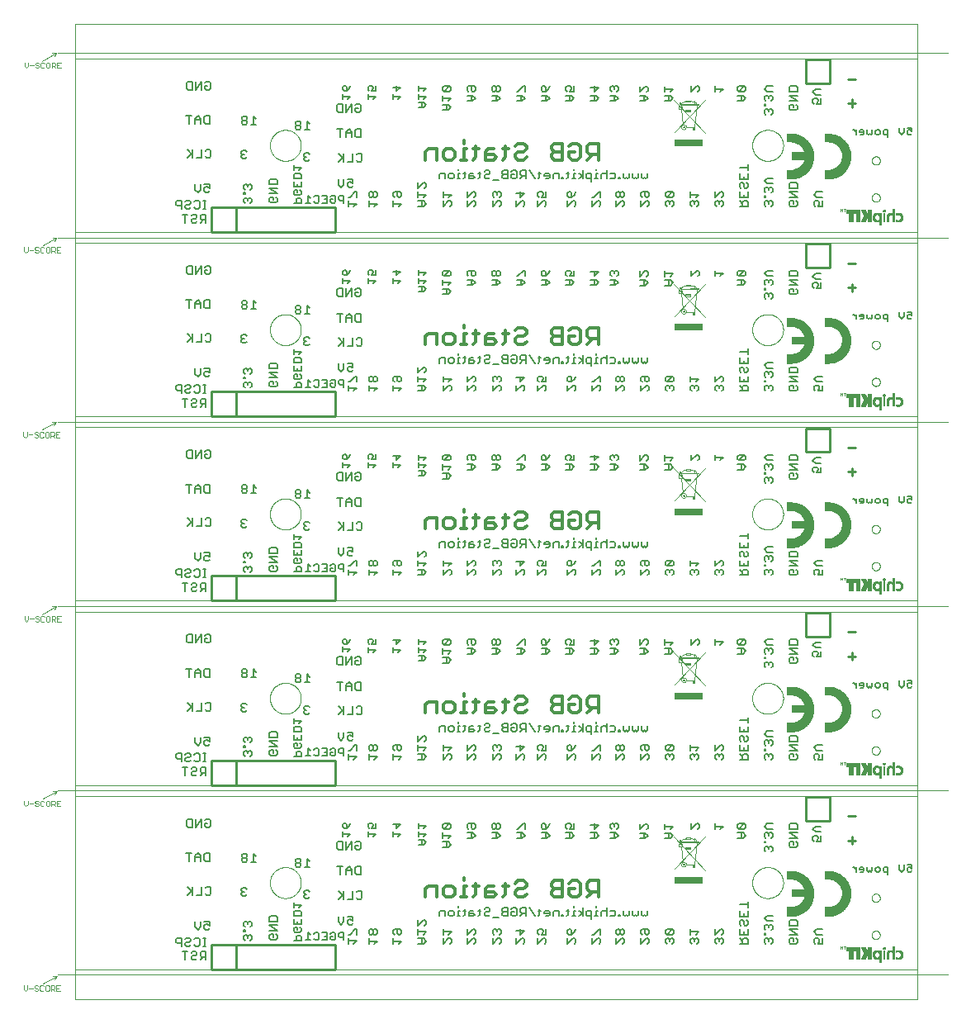
<source format=gbo>
G75*
%MOIN*%
%OFA0B0*%
%FSLAX25Y25*%
%IPPOS*%
%LPD*%
%AMOC8*
5,1,8,0,0,1.08239X$1,22.5*
%
%ADD10C,0.00000*%
%ADD11C,0.00700*%
%ADD12C,0.00600*%
%ADD13C,0.01000*%
%ADD14C,0.01200*%
%ADD15C,0.00200*%
%ADD16C,0.00100*%
%ADD17C,0.00394*%
%ADD18R,0.11575X0.02913*%
%ADD19C,0.00039*%
D10*
X0011100Y0007400D02*
X0016600Y0010500D01*
X0015800Y0009200D01*
X0015100Y0010500D02*
X0016600Y0010500D01*
X0016900Y0011000D02*
X0376300Y0011000D01*
X0363900Y0013200D02*
X0023900Y0013200D01*
X0023900Y0083200D01*
X0363900Y0083200D01*
X0363900Y0013200D01*
X0363900Y0001000D02*
X0363900Y0394701D01*
X0023900Y0394701D01*
X0023900Y0001000D01*
X0363900Y0001000D01*
X0345566Y0027120D02*
X0345568Y0027201D01*
X0345574Y0027283D01*
X0345584Y0027364D01*
X0345598Y0027444D01*
X0345615Y0027523D01*
X0345637Y0027602D01*
X0345662Y0027679D01*
X0345691Y0027756D01*
X0345724Y0027830D01*
X0345761Y0027903D01*
X0345800Y0027974D01*
X0345844Y0028043D01*
X0345890Y0028110D01*
X0345940Y0028174D01*
X0345993Y0028236D01*
X0346049Y0028296D01*
X0346107Y0028352D01*
X0346169Y0028406D01*
X0346233Y0028457D01*
X0346299Y0028504D01*
X0346367Y0028548D01*
X0346438Y0028589D01*
X0346510Y0028626D01*
X0346585Y0028660D01*
X0346660Y0028690D01*
X0346738Y0028716D01*
X0346816Y0028739D01*
X0346895Y0028757D01*
X0346975Y0028772D01*
X0347056Y0028783D01*
X0347137Y0028790D01*
X0347219Y0028793D01*
X0347300Y0028792D01*
X0347381Y0028787D01*
X0347462Y0028778D01*
X0347543Y0028765D01*
X0347623Y0028748D01*
X0347701Y0028728D01*
X0347779Y0028703D01*
X0347856Y0028675D01*
X0347931Y0028643D01*
X0348004Y0028608D01*
X0348075Y0028569D01*
X0348145Y0028526D01*
X0348212Y0028481D01*
X0348278Y0028432D01*
X0348340Y0028380D01*
X0348400Y0028324D01*
X0348457Y0028266D01*
X0348512Y0028206D01*
X0348563Y0028142D01*
X0348611Y0028077D01*
X0348656Y0028009D01*
X0348698Y0027939D01*
X0348736Y0027867D01*
X0348771Y0027793D01*
X0348802Y0027718D01*
X0348829Y0027641D01*
X0348852Y0027563D01*
X0348872Y0027484D01*
X0348888Y0027404D01*
X0348900Y0027323D01*
X0348908Y0027242D01*
X0348912Y0027161D01*
X0348912Y0027079D01*
X0348908Y0026998D01*
X0348900Y0026917D01*
X0348888Y0026836D01*
X0348872Y0026756D01*
X0348852Y0026677D01*
X0348829Y0026599D01*
X0348802Y0026522D01*
X0348771Y0026447D01*
X0348736Y0026373D01*
X0348698Y0026301D01*
X0348656Y0026231D01*
X0348611Y0026163D01*
X0348563Y0026098D01*
X0348512Y0026034D01*
X0348457Y0025974D01*
X0348400Y0025916D01*
X0348340Y0025860D01*
X0348278Y0025808D01*
X0348212Y0025759D01*
X0348145Y0025714D01*
X0348076Y0025671D01*
X0348004Y0025632D01*
X0347931Y0025597D01*
X0347856Y0025565D01*
X0347779Y0025537D01*
X0347701Y0025512D01*
X0347623Y0025492D01*
X0347543Y0025475D01*
X0347462Y0025462D01*
X0347381Y0025453D01*
X0347300Y0025448D01*
X0347219Y0025447D01*
X0347137Y0025450D01*
X0347056Y0025457D01*
X0346975Y0025468D01*
X0346895Y0025483D01*
X0346816Y0025501D01*
X0346738Y0025524D01*
X0346660Y0025550D01*
X0346585Y0025580D01*
X0346510Y0025614D01*
X0346438Y0025651D01*
X0346367Y0025692D01*
X0346299Y0025736D01*
X0346233Y0025783D01*
X0346169Y0025834D01*
X0346107Y0025888D01*
X0346049Y0025944D01*
X0345993Y0026004D01*
X0345940Y0026066D01*
X0345890Y0026130D01*
X0345844Y0026197D01*
X0345800Y0026266D01*
X0345761Y0026337D01*
X0345724Y0026410D01*
X0345691Y0026484D01*
X0345662Y0026561D01*
X0345637Y0026638D01*
X0345615Y0026717D01*
X0345598Y0026796D01*
X0345584Y0026876D01*
X0345574Y0026957D01*
X0345568Y0027039D01*
X0345566Y0027120D01*
X0345566Y0042080D02*
X0345568Y0042161D01*
X0345574Y0042243D01*
X0345584Y0042324D01*
X0345598Y0042404D01*
X0345615Y0042483D01*
X0345637Y0042562D01*
X0345662Y0042639D01*
X0345691Y0042716D01*
X0345724Y0042790D01*
X0345761Y0042863D01*
X0345800Y0042934D01*
X0345844Y0043003D01*
X0345890Y0043070D01*
X0345940Y0043134D01*
X0345993Y0043196D01*
X0346049Y0043256D01*
X0346107Y0043312D01*
X0346169Y0043366D01*
X0346233Y0043417D01*
X0346299Y0043464D01*
X0346367Y0043508D01*
X0346438Y0043549D01*
X0346510Y0043586D01*
X0346585Y0043620D01*
X0346660Y0043650D01*
X0346738Y0043676D01*
X0346816Y0043699D01*
X0346895Y0043717D01*
X0346975Y0043732D01*
X0347056Y0043743D01*
X0347137Y0043750D01*
X0347219Y0043753D01*
X0347300Y0043752D01*
X0347381Y0043747D01*
X0347462Y0043738D01*
X0347543Y0043725D01*
X0347623Y0043708D01*
X0347701Y0043688D01*
X0347779Y0043663D01*
X0347856Y0043635D01*
X0347931Y0043603D01*
X0348004Y0043568D01*
X0348075Y0043529D01*
X0348145Y0043486D01*
X0348212Y0043441D01*
X0348278Y0043392D01*
X0348340Y0043340D01*
X0348400Y0043284D01*
X0348457Y0043226D01*
X0348512Y0043166D01*
X0348563Y0043102D01*
X0348611Y0043037D01*
X0348656Y0042969D01*
X0348698Y0042899D01*
X0348736Y0042827D01*
X0348771Y0042753D01*
X0348802Y0042678D01*
X0348829Y0042601D01*
X0348852Y0042523D01*
X0348872Y0042444D01*
X0348888Y0042364D01*
X0348900Y0042283D01*
X0348908Y0042202D01*
X0348912Y0042121D01*
X0348912Y0042039D01*
X0348908Y0041958D01*
X0348900Y0041877D01*
X0348888Y0041796D01*
X0348872Y0041716D01*
X0348852Y0041637D01*
X0348829Y0041559D01*
X0348802Y0041482D01*
X0348771Y0041407D01*
X0348736Y0041333D01*
X0348698Y0041261D01*
X0348656Y0041191D01*
X0348611Y0041123D01*
X0348563Y0041058D01*
X0348512Y0040994D01*
X0348457Y0040934D01*
X0348400Y0040876D01*
X0348340Y0040820D01*
X0348278Y0040768D01*
X0348212Y0040719D01*
X0348145Y0040674D01*
X0348076Y0040631D01*
X0348004Y0040592D01*
X0347931Y0040557D01*
X0347856Y0040525D01*
X0347779Y0040497D01*
X0347701Y0040472D01*
X0347623Y0040452D01*
X0347543Y0040435D01*
X0347462Y0040422D01*
X0347381Y0040413D01*
X0347300Y0040408D01*
X0347219Y0040407D01*
X0347137Y0040410D01*
X0347056Y0040417D01*
X0346975Y0040428D01*
X0346895Y0040443D01*
X0346816Y0040461D01*
X0346738Y0040484D01*
X0346660Y0040510D01*
X0346585Y0040540D01*
X0346510Y0040574D01*
X0346438Y0040611D01*
X0346367Y0040652D01*
X0346299Y0040696D01*
X0346233Y0040743D01*
X0346169Y0040794D01*
X0346107Y0040848D01*
X0346049Y0040904D01*
X0345993Y0040964D01*
X0345940Y0041026D01*
X0345890Y0041090D01*
X0345844Y0041157D01*
X0345800Y0041226D01*
X0345761Y0041297D01*
X0345724Y0041370D01*
X0345691Y0041444D01*
X0345662Y0041521D01*
X0345637Y0041598D01*
X0345615Y0041677D01*
X0345598Y0041756D01*
X0345584Y0041836D01*
X0345574Y0041917D01*
X0345568Y0041999D01*
X0345566Y0042080D01*
X0376300Y0085400D02*
X0016900Y0085400D01*
X0016600Y0085200D02*
X0015800Y0083900D01*
X0015100Y0085200D02*
X0016600Y0085200D01*
X0011100Y0082100D01*
X0023900Y0087600D02*
X0023900Y0157600D01*
X0363900Y0157600D01*
X0363900Y0087600D01*
X0023900Y0087600D01*
X0010800Y0156600D02*
X0016300Y0159700D01*
X0015500Y0158400D01*
X0014800Y0159700D02*
X0016300Y0159700D01*
X0016900Y0159800D02*
X0376300Y0159800D01*
X0363900Y0162000D02*
X0023900Y0162000D01*
X0023900Y0232000D01*
X0363900Y0232000D01*
X0363900Y0162000D01*
X0345566Y0175920D02*
X0345568Y0176001D01*
X0345574Y0176083D01*
X0345584Y0176164D01*
X0345598Y0176244D01*
X0345615Y0176323D01*
X0345637Y0176402D01*
X0345662Y0176479D01*
X0345691Y0176556D01*
X0345724Y0176630D01*
X0345761Y0176703D01*
X0345800Y0176774D01*
X0345844Y0176843D01*
X0345890Y0176910D01*
X0345940Y0176974D01*
X0345993Y0177036D01*
X0346049Y0177096D01*
X0346107Y0177152D01*
X0346169Y0177206D01*
X0346233Y0177257D01*
X0346299Y0177304D01*
X0346367Y0177348D01*
X0346438Y0177389D01*
X0346510Y0177426D01*
X0346585Y0177460D01*
X0346660Y0177490D01*
X0346738Y0177516D01*
X0346816Y0177539D01*
X0346895Y0177557D01*
X0346975Y0177572D01*
X0347056Y0177583D01*
X0347137Y0177590D01*
X0347219Y0177593D01*
X0347300Y0177592D01*
X0347381Y0177587D01*
X0347462Y0177578D01*
X0347543Y0177565D01*
X0347623Y0177548D01*
X0347701Y0177528D01*
X0347779Y0177503D01*
X0347856Y0177475D01*
X0347931Y0177443D01*
X0348004Y0177408D01*
X0348075Y0177369D01*
X0348145Y0177326D01*
X0348212Y0177281D01*
X0348278Y0177232D01*
X0348340Y0177180D01*
X0348400Y0177124D01*
X0348457Y0177066D01*
X0348512Y0177006D01*
X0348563Y0176942D01*
X0348611Y0176877D01*
X0348656Y0176809D01*
X0348698Y0176739D01*
X0348736Y0176667D01*
X0348771Y0176593D01*
X0348802Y0176518D01*
X0348829Y0176441D01*
X0348852Y0176363D01*
X0348872Y0176284D01*
X0348888Y0176204D01*
X0348900Y0176123D01*
X0348908Y0176042D01*
X0348912Y0175961D01*
X0348912Y0175879D01*
X0348908Y0175798D01*
X0348900Y0175717D01*
X0348888Y0175636D01*
X0348872Y0175556D01*
X0348852Y0175477D01*
X0348829Y0175399D01*
X0348802Y0175322D01*
X0348771Y0175247D01*
X0348736Y0175173D01*
X0348698Y0175101D01*
X0348656Y0175031D01*
X0348611Y0174963D01*
X0348563Y0174898D01*
X0348512Y0174834D01*
X0348457Y0174774D01*
X0348400Y0174716D01*
X0348340Y0174660D01*
X0348278Y0174608D01*
X0348212Y0174559D01*
X0348145Y0174514D01*
X0348076Y0174471D01*
X0348004Y0174432D01*
X0347931Y0174397D01*
X0347856Y0174365D01*
X0347779Y0174337D01*
X0347701Y0174312D01*
X0347623Y0174292D01*
X0347543Y0174275D01*
X0347462Y0174262D01*
X0347381Y0174253D01*
X0347300Y0174248D01*
X0347219Y0174247D01*
X0347137Y0174250D01*
X0347056Y0174257D01*
X0346975Y0174268D01*
X0346895Y0174283D01*
X0346816Y0174301D01*
X0346738Y0174324D01*
X0346660Y0174350D01*
X0346585Y0174380D01*
X0346510Y0174414D01*
X0346438Y0174451D01*
X0346367Y0174492D01*
X0346299Y0174536D01*
X0346233Y0174583D01*
X0346169Y0174634D01*
X0346107Y0174688D01*
X0346049Y0174744D01*
X0345993Y0174804D01*
X0345940Y0174866D01*
X0345890Y0174930D01*
X0345844Y0174997D01*
X0345800Y0175066D01*
X0345761Y0175137D01*
X0345724Y0175210D01*
X0345691Y0175284D01*
X0345662Y0175361D01*
X0345637Y0175438D01*
X0345615Y0175517D01*
X0345598Y0175596D01*
X0345584Y0175676D01*
X0345574Y0175757D01*
X0345568Y0175839D01*
X0345566Y0175920D01*
X0345566Y0190880D02*
X0345568Y0190961D01*
X0345574Y0191043D01*
X0345584Y0191124D01*
X0345598Y0191204D01*
X0345615Y0191283D01*
X0345637Y0191362D01*
X0345662Y0191439D01*
X0345691Y0191516D01*
X0345724Y0191590D01*
X0345761Y0191663D01*
X0345800Y0191734D01*
X0345844Y0191803D01*
X0345890Y0191870D01*
X0345940Y0191934D01*
X0345993Y0191996D01*
X0346049Y0192056D01*
X0346107Y0192112D01*
X0346169Y0192166D01*
X0346233Y0192217D01*
X0346299Y0192264D01*
X0346367Y0192308D01*
X0346438Y0192349D01*
X0346510Y0192386D01*
X0346585Y0192420D01*
X0346660Y0192450D01*
X0346738Y0192476D01*
X0346816Y0192499D01*
X0346895Y0192517D01*
X0346975Y0192532D01*
X0347056Y0192543D01*
X0347137Y0192550D01*
X0347219Y0192553D01*
X0347300Y0192552D01*
X0347381Y0192547D01*
X0347462Y0192538D01*
X0347543Y0192525D01*
X0347623Y0192508D01*
X0347701Y0192488D01*
X0347779Y0192463D01*
X0347856Y0192435D01*
X0347931Y0192403D01*
X0348004Y0192368D01*
X0348075Y0192329D01*
X0348145Y0192286D01*
X0348212Y0192241D01*
X0348278Y0192192D01*
X0348340Y0192140D01*
X0348400Y0192084D01*
X0348457Y0192026D01*
X0348512Y0191966D01*
X0348563Y0191902D01*
X0348611Y0191837D01*
X0348656Y0191769D01*
X0348698Y0191699D01*
X0348736Y0191627D01*
X0348771Y0191553D01*
X0348802Y0191478D01*
X0348829Y0191401D01*
X0348852Y0191323D01*
X0348872Y0191244D01*
X0348888Y0191164D01*
X0348900Y0191083D01*
X0348908Y0191002D01*
X0348912Y0190921D01*
X0348912Y0190839D01*
X0348908Y0190758D01*
X0348900Y0190677D01*
X0348888Y0190596D01*
X0348872Y0190516D01*
X0348852Y0190437D01*
X0348829Y0190359D01*
X0348802Y0190282D01*
X0348771Y0190207D01*
X0348736Y0190133D01*
X0348698Y0190061D01*
X0348656Y0189991D01*
X0348611Y0189923D01*
X0348563Y0189858D01*
X0348512Y0189794D01*
X0348457Y0189734D01*
X0348400Y0189676D01*
X0348340Y0189620D01*
X0348278Y0189568D01*
X0348212Y0189519D01*
X0348145Y0189474D01*
X0348076Y0189431D01*
X0348004Y0189392D01*
X0347931Y0189357D01*
X0347856Y0189325D01*
X0347779Y0189297D01*
X0347701Y0189272D01*
X0347623Y0189252D01*
X0347543Y0189235D01*
X0347462Y0189222D01*
X0347381Y0189213D01*
X0347300Y0189208D01*
X0347219Y0189207D01*
X0347137Y0189210D01*
X0347056Y0189217D01*
X0346975Y0189228D01*
X0346895Y0189243D01*
X0346816Y0189261D01*
X0346738Y0189284D01*
X0346660Y0189310D01*
X0346585Y0189340D01*
X0346510Y0189374D01*
X0346438Y0189411D01*
X0346367Y0189452D01*
X0346299Y0189496D01*
X0346233Y0189543D01*
X0346169Y0189594D01*
X0346107Y0189648D01*
X0346049Y0189704D01*
X0345993Y0189764D01*
X0345940Y0189826D01*
X0345890Y0189890D01*
X0345844Y0189957D01*
X0345800Y0190026D01*
X0345761Y0190097D01*
X0345724Y0190170D01*
X0345691Y0190244D01*
X0345662Y0190321D01*
X0345637Y0190398D01*
X0345615Y0190477D01*
X0345598Y0190556D01*
X0345584Y0190636D01*
X0345574Y0190717D01*
X0345568Y0190799D01*
X0345566Y0190880D01*
X0297350Y0197000D02*
X0297352Y0197158D01*
X0297358Y0197315D01*
X0297368Y0197473D01*
X0297382Y0197630D01*
X0297400Y0197786D01*
X0297421Y0197943D01*
X0297447Y0198098D01*
X0297477Y0198253D01*
X0297510Y0198407D01*
X0297548Y0198560D01*
X0297589Y0198713D01*
X0297634Y0198864D01*
X0297683Y0199014D01*
X0297736Y0199162D01*
X0297792Y0199310D01*
X0297853Y0199455D01*
X0297916Y0199600D01*
X0297984Y0199742D01*
X0298055Y0199883D01*
X0298129Y0200022D01*
X0298207Y0200159D01*
X0298289Y0200294D01*
X0298373Y0200427D01*
X0298462Y0200558D01*
X0298553Y0200686D01*
X0298648Y0200813D01*
X0298745Y0200936D01*
X0298846Y0201058D01*
X0298950Y0201176D01*
X0299057Y0201292D01*
X0299167Y0201405D01*
X0299279Y0201516D01*
X0299395Y0201623D01*
X0299513Y0201728D01*
X0299633Y0201830D01*
X0299756Y0201928D01*
X0299882Y0202024D01*
X0300010Y0202116D01*
X0300140Y0202205D01*
X0300272Y0202291D01*
X0300407Y0202373D01*
X0300544Y0202452D01*
X0300682Y0202527D01*
X0300822Y0202599D01*
X0300965Y0202667D01*
X0301108Y0202732D01*
X0301254Y0202793D01*
X0301401Y0202850D01*
X0301549Y0202904D01*
X0301699Y0202954D01*
X0301849Y0203000D01*
X0302001Y0203042D01*
X0302154Y0203081D01*
X0302308Y0203115D01*
X0302463Y0203146D01*
X0302618Y0203172D01*
X0302774Y0203195D01*
X0302931Y0203214D01*
X0303088Y0203229D01*
X0303245Y0203240D01*
X0303403Y0203247D01*
X0303561Y0203250D01*
X0303718Y0203249D01*
X0303876Y0203244D01*
X0304033Y0203235D01*
X0304191Y0203222D01*
X0304347Y0203205D01*
X0304504Y0203184D01*
X0304659Y0203160D01*
X0304814Y0203131D01*
X0304969Y0203098D01*
X0305122Y0203062D01*
X0305275Y0203021D01*
X0305426Y0202977D01*
X0305576Y0202929D01*
X0305725Y0202878D01*
X0305873Y0202822D01*
X0306019Y0202763D01*
X0306164Y0202700D01*
X0306307Y0202633D01*
X0306448Y0202563D01*
X0306587Y0202490D01*
X0306725Y0202413D01*
X0306861Y0202332D01*
X0306994Y0202248D01*
X0307125Y0202161D01*
X0307254Y0202070D01*
X0307381Y0201976D01*
X0307506Y0201879D01*
X0307627Y0201779D01*
X0307747Y0201676D01*
X0307863Y0201570D01*
X0307977Y0201461D01*
X0308089Y0201349D01*
X0308197Y0201235D01*
X0308302Y0201117D01*
X0308405Y0200997D01*
X0308504Y0200875D01*
X0308600Y0200750D01*
X0308693Y0200622D01*
X0308783Y0200493D01*
X0308869Y0200361D01*
X0308953Y0200227D01*
X0309032Y0200091D01*
X0309109Y0199953D01*
X0309181Y0199813D01*
X0309250Y0199671D01*
X0309316Y0199528D01*
X0309378Y0199383D01*
X0309436Y0199236D01*
X0309491Y0199088D01*
X0309542Y0198939D01*
X0309589Y0198788D01*
X0309632Y0198637D01*
X0309671Y0198484D01*
X0309707Y0198330D01*
X0309738Y0198176D01*
X0309766Y0198021D01*
X0309790Y0197865D01*
X0309810Y0197708D01*
X0309826Y0197551D01*
X0309838Y0197394D01*
X0309846Y0197237D01*
X0309850Y0197079D01*
X0309850Y0196921D01*
X0309846Y0196763D01*
X0309838Y0196606D01*
X0309826Y0196449D01*
X0309810Y0196292D01*
X0309790Y0196135D01*
X0309766Y0195979D01*
X0309738Y0195824D01*
X0309707Y0195670D01*
X0309671Y0195516D01*
X0309632Y0195363D01*
X0309589Y0195212D01*
X0309542Y0195061D01*
X0309491Y0194912D01*
X0309436Y0194764D01*
X0309378Y0194617D01*
X0309316Y0194472D01*
X0309250Y0194329D01*
X0309181Y0194187D01*
X0309109Y0194047D01*
X0309032Y0193909D01*
X0308953Y0193773D01*
X0308869Y0193639D01*
X0308783Y0193507D01*
X0308693Y0193378D01*
X0308600Y0193250D01*
X0308504Y0193125D01*
X0308405Y0193003D01*
X0308302Y0192883D01*
X0308197Y0192765D01*
X0308089Y0192651D01*
X0307977Y0192539D01*
X0307863Y0192430D01*
X0307747Y0192324D01*
X0307627Y0192221D01*
X0307506Y0192121D01*
X0307381Y0192024D01*
X0307254Y0191930D01*
X0307125Y0191839D01*
X0306994Y0191752D01*
X0306861Y0191668D01*
X0306725Y0191587D01*
X0306587Y0191510D01*
X0306448Y0191437D01*
X0306307Y0191367D01*
X0306164Y0191300D01*
X0306019Y0191237D01*
X0305873Y0191178D01*
X0305725Y0191122D01*
X0305576Y0191071D01*
X0305426Y0191023D01*
X0305275Y0190979D01*
X0305122Y0190938D01*
X0304969Y0190902D01*
X0304814Y0190869D01*
X0304659Y0190840D01*
X0304504Y0190816D01*
X0304347Y0190795D01*
X0304191Y0190778D01*
X0304033Y0190765D01*
X0303876Y0190756D01*
X0303718Y0190751D01*
X0303561Y0190750D01*
X0303403Y0190753D01*
X0303245Y0190760D01*
X0303088Y0190771D01*
X0302931Y0190786D01*
X0302774Y0190805D01*
X0302618Y0190828D01*
X0302463Y0190854D01*
X0302308Y0190885D01*
X0302154Y0190919D01*
X0302001Y0190958D01*
X0301849Y0191000D01*
X0301699Y0191046D01*
X0301549Y0191096D01*
X0301401Y0191150D01*
X0301254Y0191207D01*
X0301108Y0191268D01*
X0300965Y0191333D01*
X0300822Y0191401D01*
X0300682Y0191473D01*
X0300544Y0191548D01*
X0300407Y0191627D01*
X0300272Y0191709D01*
X0300140Y0191795D01*
X0300010Y0191884D01*
X0299882Y0191976D01*
X0299756Y0192072D01*
X0299633Y0192170D01*
X0299513Y0192272D01*
X0299395Y0192377D01*
X0299279Y0192484D01*
X0299167Y0192595D01*
X0299057Y0192708D01*
X0298950Y0192824D01*
X0298846Y0192942D01*
X0298745Y0193064D01*
X0298648Y0193187D01*
X0298553Y0193314D01*
X0298462Y0193442D01*
X0298373Y0193573D01*
X0298289Y0193706D01*
X0298207Y0193841D01*
X0298129Y0193978D01*
X0298055Y0194117D01*
X0297984Y0194258D01*
X0297916Y0194400D01*
X0297853Y0194545D01*
X0297792Y0194690D01*
X0297736Y0194838D01*
X0297683Y0194986D01*
X0297634Y0195136D01*
X0297589Y0195287D01*
X0297548Y0195440D01*
X0297510Y0195593D01*
X0297477Y0195747D01*
X0297447Y0195902D01*
X0297421Y0196057D01*
X0297400Y0196214D01*
X0297382Y0196370D01*
X0297368Y0196527D01*
X0297358Y0196685D01*
X0297352Y0196842D01*
X0297350Y0197000D01*
X0345566Y0250320D02*
X0345568Y0250401D01*
X0345574Y0250483D01*
X0345584Y0250564D01*
X0345598Y0250644D01*
X0345615Y0250723D01*
X0345637Y0250802D01*
X0345662Y0250879D01*
X0345691Y0250956D01*
X0345724Y0251030D01*
X0345761Y0251103D01*
X0345800Y0251174D01*
X0345844Y0251243D01*
X0345890Y0251310D01*
X0345940Y0251374D01*
X0345993Y0251436D01*
X0346049Y0251496D01*
X0346107Y0251552D01*
X0346169Y0251606D01*
X0346233Y0251657D01*
X0346299Y0251704D01*
X0346367Y0251748D01*
X0346438Y0251789D01*
X0346510Y0251826D01*
X0346585Y0251860D01*
X0346660Y0251890D01*
X0346738Y0251916D01*
X0346816Y0251939D01*
X0346895Y0251957D01*
X0346975Y0251972D01*
X0347056Y0251983D01*
X0347137Y0251990D01*
X0347219Y0251993D01*
X0347300Y0251992D01*
X0347381Y0251987D01*
X0347462Y0251978D01*
X0347543Y0251965D01*
X0347623Y0251948D01*
X0347701Y0251928D01*
X0347779Y0251903D01*
X0347856Y0251875D01*
X0347931Y0251843D01*
X0348004Y0251808D01*
X0348075Y0251769D01*
X0348145Y0251726D01*
X0348212Y0251681D01*
X0348278Y0251632D01*
X0348340Y0251580D01*
X0348400Y0251524D01*
X0348457Y0251466D01*
X0348512Y0251406D01*
X0348563Y0251342D01*
X0348611Y0251277D01*
X0348656Y0251209D01*
X0348698Y0251139D01*
X0348736Y0251067D01*
X0348771Y0250993D01*
X0348802Y0250918D01*
X0348829Y0250841D01*
X0348852Y0250763D01*
X0348872Y0250684D01*
X0348888Y0250604D01*
X0348900Y0250523D01*
X0348908Y0250442D01*
X0348912Y0250361D01*
X0348912Y0250279D01*
X0348908Y0250198D01*
X0348900Y0250117D01*
X0348888Y0250036D01*
X0348872Y0249956D01*
X0348852Y0249877D01*
X0348829Y0249799D01*
X0348802Y0249722D01*
X0348771Y0249647D01*
X0348736Y0249573D01*
X0348698Y0249501D01*
X0348656Y0249431D01*
X0348611Y0249363D01*
X0348563Y0249298D01*
X0348512Y0249234D01*
X0348457Y0249174D01*
X0348400Y0249116D01*
X0348340Y0249060D01*
X0348278Y0249008D01*
X0348212Y0248959D01*
X0348145Y0248914D01*
X0348076Y0248871D01*
X0348004Y0248832D01*
X0347931Y0248797D01*
X0347856Y0248765D01*
X0347779Y0248737D01*
X0347701Y0248712D01*
X0347623Y0248692D01*
X0347543Y0248675D01*
X0347462Y0248662D01*
X0347381Y0248653D01*
X0347300Y0248648D01*
X0347219Y0248647D01*
X0347137Y0248650D01*
X0347056Y0248657D01*
X0346975Y0248668D01*
X0346895Y0248683D01*
X0346816Y0248701D01*
X0346738Y0248724D01*
X0346660Y0248750D01*
X0346585Y0248780D01*
X0346510Y0248814D01*
X0346438Y0248851D01*
X0346367Y0248892D01*
X0346299Y0248936D01*
X0346233Y0248983D01*
X0346169Y0249034D01*
X0346107Y0249088D01*
X0346049Y0249144D01*
X0345993Y0249204D01*
X0345940Y0249266D01*
X0345890Y0249330D01*
X0345844Y0249397D01*
X0345800Y0249466D01*
X0345761Y0249537D01*
X0345724Y0249610D01*
X0345691Y0249684D01*
X0345662Y0249761D01*
X0345637Y0249838D01*
X0345615Y0249917D01*
X0345598Y0249996D01*
X0345584Y0250076D01*
X0345574Y0250157D01*
X0345568Y0250239D01*
X0345566Y0250320D01*
X0345566Y0265280D02*
X0345568Y0265361D01*
X0345574Y0265443D01*
X0345584Y0265524D01*
X0345598Y0265604D01*
X0345615Y0265683D01*
X0345637Y0265762D01*
X0345662Y0265839D01*
X0345691Y0265916D01*
X0345724Y0265990D01*
X0345761Y0266063D01*
X0345800Y0266134D01*
X0345844Y0266203D01*
X0345890Y0266270D01*
X0345940Y0266334D01*
X0345993Y0266396D01*
X0346049Y0266456D01*
X0346107Y0266512D01*
X0346169Y0266566D01*
X0346233Y0266617D01*
X0346299Y0266664D01*
X0346367Y0266708D01*
X0346438Y0266749D01*
X0346510Y0266786D01*
X0346585Y0266820D01*
X0346660Y0266850D01*
X0346738Y0266876D01*
X0346816Y0266899D01*
X0346895Y0266917D01*
X0346975Y0266932D01*
X0347056Y0266943D01*
X0347137Y0266950D01*
X0347219Y0266953D01*
X0347300Y0266952D01*
X0347381Y0266947D01*
X0347462Y0266938D01*
X0347543Y0266925D01*
X0347623Y0266908D01*
X0347701Y0266888D01*
X0347779Y0266863D01*
X0347856Y0266835D01*
X0347931Y0266803D01*
X0348004Y0266768D01*
X0348075Y0266729D01*
X0348145Y0266686D01*
X0348212Y0266641D01*
X0348278Y0266592D01*
X0348340Y0266540D01*
X0348400Y0266484D01*
X0348457Y0266426D01*
X0348512Y0266366D01*
X0348563Y0266302D01*
X0348611Y0266237D01*
X0348656Y0266169D01*
X0348698Y0266099D01*
X0348736Y0266027D01*
X0348771Y0265953D01*
X0348802Y0265878D01*
X0348829Y0265801D01*
X0348852Y0265723D01*
X0348872Y0265644D01*
X0348888Y0265564D01*
X0348900Y0265483D01*
X0348908Y0265402D01*
X0348912Y0265321D01*
X0348912Y0265239D01*
X0348908Y0265158D01*
X0348900Y0265077D01*
X0348888Y0264996D01*
X0348872Y0264916D01*
X0348852Y0264837D01*
X0348829Y0264759D01*
X0348802Y0264682D01*
X0348771Y0264607D01*
X0348736Y0264533D01*
X0348698Y0264461D01*
X0348656Y0264391D01*
X0348611Y0264323D01*
X0348563Y0264258D01*
X0348512Y0264194D01*
X0348457Y0264134D01*
X0348400Y0264076D01*
X0348340Y0264020D01*
X0348278Y0263968D01*
X0348212Y0263919D01*
X0348145Y0263874D01*
X0348076Y0263831D01*
X0348004Y0263792D01*
X0347931Y0263757D01*
X0347856Y0263725D01*
X0347779Y0263697D01*
X0347701Y0263672D01*
X0347623Y0263652D01*
X0347543Y0263635D01*
X0347462Y0263622D01*
X0347381Y0263613D01*
X0347300Y0263608D01*
X0347219Y0263607D01*
X0347137Y0263610D01*
X0347056Y0263617D01*
X0346975Y0263628D01*
X0346895Y0263643D01*
X0346816Y0263661D01*
X0346738Y0263684D01*
X0346660Y0263710D01*
X0346585Y0263740D01*
X0346510Y0263774D01*
X0346438Y0263811D01*
X0346367Y0263852D01*
X0346299Y0263896D01*
X0346233Y0263943D01*
X0346169Y0263994D01*
X0346107Y0264048D01*
X0346049Y0264104D01*
X0345993Y0264164D01*
X0345940Y0264226D01*
X0345890Y0264290D01*
X0345844Y0264357D01*
X0345800Y0264426D01*
X0345761Y0264497D01*
X0345724Y0264570D01*
X0345691Y0264644D01*
X0345662Y0264721D01*
X0345637Y0264798D01*
X0345615Y0264877D01*
X0345598Y0264956D01*
X0345584Y0265036D01*
X0345574Y0265117D01*
X0345568Y0265199D01*
X0345566Y0265280D01*
X0363900Y0236400D02*
X0023900Y0236400D01*
X0023900Y0306400D01*
X0363900Y0306400D01*
X0363900Y0236400D01*
X0376300Y0234200D02*
X0016900Y0234200D01*
X0016200Y0234100D02*
X0015400Y0232800D01*
X0014700Y0234100D02*
X0016200Y0234100D01*
X0010700Y0231000D01*
X0010900Y0305400D02*
X0016400Y0308500D01*
X0015600Y0307200D01*
X0014900Y0308500D02*
X0016400Y0308500D01*
X0016900Y0308600D02*
X0376300Y0308600D01*
X0363900Y0310800D02*
X0023900Y0310800D01*
X0023900Y0380800D01*
X0363900Y0380800D01*
X0363900Y0310800D01*
X0345566Y0324720D02*
X0345568Y0324801D01*
X0345574Y0324883D01*
X0345584Y0324964D01*
X0345598Y0325044D01*
X0345615Y0325123D01*
X0345637Y0325202D01*
X0345662Y0325279D01*
X0345691Y0325356D01*
X0345724Y0325430D01*
X0345761Y0325503D01*
X0345800Y0325574D01*
X0345844Y0325643D01*
X0345890Y0325710D01*
X0345940Y0325774D01*
X0345993Y0325836D01*
X0346049Y0325896D01*
X0346107Y0325952D01*
X0346169Y0326006D01*
X0346233Y0326057D01*
X0346299Y0326104D01*
X0346367Y0326148D01*
X0346438Y0326189D01*
X0346510Y0326226D01*
X0346585Y0326260D01*
X0346660Y0326290D01*
X0346738Y0326316D01*
X0346816Y0326339D01*
X0346895Y0326357D01*
X0346975Y0326372D01*
X0347056Y0326383D01*
X0347137Y0326390D01*
X0347219Y0326393D01*
X0347300Y0326392D01*
X0347381Y0326387D01*
X0347462Y0326378D01*
X0347543Y0326365D01*
X0347623Y0326348D01*
X0347701Y0326328D01*
X0347779Y0326303D01*
X0347856Y0326275D01*
X0347931Y0326243D01*
X0348004Y0326208D01*
X0348075Y0326169D01*
X0348145Y0326126D01*
X0348212Y0326081D01*
X0348278Y0326032D01*
X0348340Y0325980D01*
X0348400Y0325924D01*
X0348457Y0325866D01*
X0348512Y0325806D01*
X0348563Y0325742D01*
X0348611Y0325677D01*
X0348656Y0325609D01*
X0348698Y0325539D01*
X0348736Y0325467D01*
X0348771Y0325393D01*
X0348802Y0325318D01*
X0348829Y0325241D01*
X0348852Y0325163D01*
X0348872Y0325084D01*
X0348888Y0325004D01*
X0348900Y0324923D01*
X0348908Y0324842D01*
X0348912Y0324761D01*
X0348912Y0324679D01*
X0348908Y0324598D01*
X0348900Y0324517D01*
X0348888Y0324436D01*
X0348872Y0324356D01*
X0348852Y0324277D01*
X0348829Y0324199D01*
X0348802Y0324122D01*
X0348771Y0324047D01*
X0348736Y0323973D01*
X0348698Y0323901D01*
X0348656Y0323831D01*
X0348611Y0323763D01*
X0348563Y0323698D01*
X0348512Y0323634D01*
X0348457Y0323574D01*
X0348400Y0323516D01*
X0348340Y0323460D01*
X0348278Y0323408D01*
X0348212Y0323359D01*
X0348145Y0323314D01*
X0348076Y0323271D01*
X0348004Y0323232D01*
X0347931Y0323197D01*
X0347856Y0323165D01*
X0347779Y0323137D01*
X0347701Y0323112D01*
X0347623Y0323092D01*
X0347543Y0323075D01*
X0347462Y0323062D01*
X0347381Y0323053D01*
X0347300Y0323048D01*
X0347219Y0323047D01*
X0347137Y0323050D01*
X0347056Y0323057D01*
X0346975Y0323068D01*
X0346895Y0323083D01*
X0346816Y0323101D01*
X0346738Y0323124D01*
X0346660Y0323150D01*
X0346585Y0323180D01*
X0346510Y0323214D01*
X0346438Y0323251D01*
X0346367Y0323292D01*
X0346299Y0323336D01*
X0346233Y0323383D01*
X0346169Y0323434D01*
X0346107Y0323488D01*
X0346049Y0323544D01*
X0345993Y0323604D01*
X0345940Y0323666D01*
X0345890Y0323730D01*
X0345844Y0323797D01*
X0345800Y0323866D01*
X0345761Y0323937D01*
X0345724Y0324010D01*
X0345691Y0324084D01*
X0345662Y0324161D01*
X0345637Y0324238D01*
X0345615Y0324317D01*
X0345598Y0324396D01*
X0345584Y0324476D01*
X0345574Y0324557D01*
X0345568Y0324639D01*
X0345566Y0324720D01*
X0345566Y0339680D02*
X0345568Y0339761D01*
X0345574Y0339843D01*
X0345584Y0339924D01*
X0345598Y0340004D01*
X0345615Y0340083D01*
X0345637Y0340162D01*
X0345662Y0340239D01*
X0345691Y0340316D01*
X0345724Y0340390D01*
X0345761Y0340463D01*
X0345800Y0340534D01*
X0345844Y0340603D01*
X0345890Y0340670D01*
X0345940Y0340734D01*
X0345993Y0340796D01*
X0346049Y0340856D01*
X0346107Y0340912D01*
X0346169Y0340966D01*
X0346233Y0341017D01*
X0346299Y0341064D01*
X0346367Y0341108D01*
X0346438Y0341149D01*
X0346510Y0341186D01*
X0346585Y0341220D01*
X0346660Y0341250D01*
X0346738Y0341276D01*
X0346816Y0341299D01*
X0346895Y0341317D01*
X0346975Y0341332D01*
X0347056Y0341343D01*
X0347137Y0341350D01*
X0347219Y0341353D01*
X0347300Y0341352D01*
X0347381Y0341347D01*
X0347462Y0341338D01*
X0347543Y0341325D01*
X0347623Y0341308D01*
X0347701Y0341288D01*
X0347779Y0341263D01*
X0347856Y0341235D01*
X0347931Y0341203D01*
X0348004Y0341168D01*
X0348075Y0341129D01*
X0348145Y0341086D01*
X0348212Y0341041D01*
X0348278Y0340992D01*
X0348340Y0340940D01*
X0348400Y0340884D01*
X0348457Y0340826D01*
X0348512Y0340766D01*
X0348563Y0340702D01*
X0348611Y0340637D01*
X0348656Y0340569D01*
X0348698Y0340499D01*
X0348736Y0340427D01*
X0348771Y0340353D01*
X0348802Y0340278D01*
X0348829Y0340201D01*
X0348852Y0340123D01*
X0348872Y0340044D01*
X0348888Y0339964D01*
X0348900Y0339883D01*
X0348908Y0339802D01*
X0348912Y0339721D01*
X0348912Y0339639D01*
X0348908Y0339558D01*
X0348900Y0339477D01*
X0348888Y0339396D01*
X0348872Y0339316D01*
X0348852Y0339237D01*
X0348829Y0339159D01*
X0348802Y0339082D01*
X0348771Y0339007D01*
X0348736Y0338933D01*
X0348698Y0338861D01*
X0348656Y0338791D01*
X0348611Y0338723D01*
X0348563Y0338658D01*
X0348512Y0338594D01*
X0348457Y0338534D01*
X0348400Y0338476D01*
X0348340Y0338420D01*
X0348278Y0338368D01*
X0348212Y0338319D01*
X0348145Y0338274D01*
X0348076Y0338231D01*
X0348004Y0338192D01*
X0347931Y0338157D01*
X0347856Y0338125D01*
X0347779Y0338097D01*
X0347701Y0338072D01*
X0347623Y0338052D01*
X0347543Y0338035D01*
X0347462Y0338022D01*
X0347381Y0338013D01*
X0347300Y0338008D01*
X0347219Y0338007D01*
X0347137Y0338010D01*
X0347056Y0338017D01*
X0346975Y0338028D01*
X0346895Y0338043D01*
X0346816Y0338061D01*
X0346738Y0338084D01*
X0346660Y0338110D01*
X0346585Y0338140D01*
X0346510Y0338174D01*
X0346438Y0338211D01*
X0346367Y0338252D01*
X0346299Y0338296D01*
X0346233Y0338343D01*
X0346169Y0338394D01*
X0346107Y0338448D01*
X0346049Y0338504D01*
X0345993Y0338564D01*
X0345940Y0338626D01*
X0345890Y0338690D01*
X0345844Y0338757D01*
X0345800Y0338826D01*
X0345761Y0338897D01*
X0345724Y0338970D01*
X0345691Y0339044D01*
X0345662Y0339121D01*
X0345637Y0339198D01*
X0345615Y0339277D01*
X0345598Y0339356D01*
X0345584Y0339436D01*
X0345574Y0339517D01*
X0345568Y0339599D01*
X0345566Y0339680D01*
X0376300Y0383000D02*
X0016900Y0383000D01*
X0016300Y0383000D02*
X0015500Y0381700D01*
X0014800Y0383000D02*
X0016300Y0383000D01*
X0010800Y0379900D01*
X0102650Y0345800D02*
X0102652Y0345958D01*
X0102658Y0346115D01*
X0102668Y0346273D01*
X0102682Y0346430D01*
X0102700Y0346586D01*
X0102721Y0346743D01*
X0102747Y0346898D01*
X0102777Y0347053D01*
X0102810Y0347207D01*
X0102848Y0347360D01*
X0102889Y0347513D01*
X0102934Y0347664D01*
X0102983Y0347814D01*
X0103036Y0347962D01*
X0103092Y0348110D01*
X0103153Y0348255D01*
X0103216Y0348400D01*
X0103284Y0348542D01*
X0103355Y0348683D01*
X0103429Y0348822D01*
X0103507Y0348959D01*
X0103589Y0349094D01*
X0103673Y0349227D01*
X0103762Y0349358D01*
X0103853Y0349486D01*
X0103948Y0349613D01*
X0104045Y0349736D01*
X0104146Y0349858D01*
X0104250Y0349976D01*
X0104357Y0350092D01*
X0104467Y0350205D01*
X0104579Y0350316D01*
X0104695Y0350423D01*
X0104813Y0350528D01*
X0104933Y0350630D01*
X0105056Y0350728D01*
X0105182Y0350824D01*
X0105310Y0350916D01*
X0105440Y0351005D01*
X0105572Y0351091D01*
X0105707Y0351173D01*
X0105844Y0351252D01*
X0105982Y0351327D01*
X0106122Y0351399D01*
X0106265Y0351467D01*
X0106408Y0351532D01*
X0106554Y0351593D01*
X0106701Y0351650D01*
X0106849Y0351704D01*
X0106999Y0351754D01*
X0107149Y0351800D01*
X0107301Y0351842D01*
X0107454Y0351881D01*
X0107608Y0351915D01*
X0107763Y0351946D01*
X0107918Y0351972D01*
X0108074Y0351995D01*
X0108231Y0352014D01*
X0108388Y0352029D01*
X0108545Y0352040D01*
X0108703Y0352047D01*
X0108861Y0352050D01*
X0109018Y0352049D01*
X0109176Y0352044D01*
X0109333Y0352035D01*
X0109491Y0352022D01*
X0109647Y0352005D01*
X0109804Y0351984D01*
X0109959Y0351960D01*
X0110114Y0351931D01*
X0110269Y0351898D01*
X0110422Y0351862D01*
X0110575Y0351821D01*
X0110726Y0351777D01*
X0110876Y0351729D01*
X0111025Y0351678D01*
X0111173Y0351622D01*
X0111319Y0351563D01*
X0111464Y0351500D01*
X0111607Y0351433D01*
X0111748Y0351363D01*
X0111887Y0351290D01*
X0112025Y0351213D01*
X0112161Y0351132D01*
X0112294Y0351048D01*
X0112425Y0350961D01*
X0112554Y0350870D01*
X0112681Y0350776D01*
X0112806Y0350679D01*
X0112927Y0350579D01*
X0113047Y0350476D01*
X0113163Y0350370D01*
X0113277Y0350261D01*
X0113389Y0350149D01*
X0113497Y0350035D01*
X0113602Y0349917D01*
X0113705Y0349797D01*
X0113804Y0349675D01*
X0113900Y0349550D01*
X0113993Y0349422D01*
X0114083Y0349293D01*
X0114169Y0349161D01*
X0114253Y0349027D01*
X0114332Y0348891D01*
X0114409Y0348753D01*
X0114481Y0348613D01*
X0114550Y0348471D01*
X0114616Y0348328D01*
X0114678Y0348183D01*
X0114736Y0348036D01*
X0114791Y0347888D01*
X0114842Y0347739D01*
X0114889Y0347588D01*
X0114932Y0347437D01*
X0114971Y0347284D01*
X0115007Y0347130D01*
X0115038Y0346976D01*
X0115066Y0346821D01*
X0115090Y0346665D01*
X0115110Y0346508D01*
X0115126Y0346351D01*
X0115138Y0346194D01*
X0115146Y0346037D01*
X0115150Y0345879D01*
X0115150Y0345721D01*
X0115146Y0345563D01*
X0115138Y0345406D01*
X0115126Y0345249D01*
X0115110Y0345092D01*
X0115090Y0344935D01*
X0115066Y0344779D01*
X0115038Y0344624D01*
X0115007Y0344470D01*
X0114971Y0344316D01*
X0114932Y0344163D01*
X0114889Y0344012D01*
X0114842Y0343861D01*
X0114791Y0343712D01*
X0114736Y0343564D01*
X0114678Y0343417D01*
X0114616Y0343272D01*
X0114550Y0343129D01*
X0114481Y0342987D01*
X0114409Y0342847D01*
X0114332Y0342709D01*
X0114253Y0342573D01*
X0114169Y0342439D01*
X0114083Y0342307D01*
X0113993Y0342178D01*
X0113900Y0342050D01*
X0113804Y0341925D01*
X0113705Y0341803D01*
X0113602Y0341683D01*
X0113497Y0341565D01*
X0113389Y0341451D01*
X0113277Y0341339D01*
X0113163Y0341230D01*
X0113047Y0341124D01*
X0112927Y0341021D01*
X0112806Y0340921D01*
X0112681Y0340824D01*
X0112554Y0340730D01*
X0112425Y0340639D01*
X0112294Y0340552D01*
X0112161Y0340468D01*
X0112025Y0340387D01*
X0111887Y0340310D01*
X0111748Y0340237D01*
X0111607Y0340167D01*
X0111464Y0340100D01*
X0111319Y0340037D01*
X0111173Y0339978D01*
X0111025Y0339922D01*
X0110876Y0339871D01*
X0110726Y0339823D01*
X0110575Y0339779D01*
X0110422Y0339738D01*
X0110269Y0339702D01*
X0110114Y0339669D01*
X0109959Y0339640D01*
X0109804Y0339616D01*
X0109647Y0339595D01*
X0109491Y0339578D01*
X0109333Y0339565D01*
X0109176Y0339556D01*
X0109018Y0339551D01*
X0108861Y0339550D01*
X0108703Y0339553D01*
X0108545Y0339560D01*
X0108388Y0339571D01*
X0108231Y0339586D01*
X0108074Y0339605D01*
X0107918Y0339628D01*
X0107763Y0339654D01*
X0107608Y0339685D01*
X0107454Y0339719D01*
X0107301Y0339758D01*
X0107149Y0339800D01*
X0106999Y0339846D01*
X0106849Y0339896D01*
X0106701Y0339950D01*
X0106554Y0340007D01*
X0106408Y0340068D01*
X0106265Y0340133D01*
X0106122Y0340201D01*
X0105982Y0340273D01*
X0105844Y0340348D01*
X0105707Y0340427D01*
X0105572Y0340509D01*
X0105440Y0340595D01*
X0105310Y0340684D01*
X0105182Y0340776D01*
X0105056Y0340872D01*
X0104933Y0340970D01*
X0104813Y0341072D01*
X0104695Y0341177D01*
X0104579Y0341284D01*
X0104467Y0341395D01*
X0104357Y0341508D01*
X0104250Y0341624D01*
X0104146Y0341742D01*
X0104045Y0341864D01*
X0103948Y0341987D01*
X0103853Y0342114D01*
X0103762Y0342242D01*
X0103673Y0342373D01*
X0103589Y0342506D01*
X0103507Y0342641D01*
X0103429Y0342778D01*
X0103355Y0342917D01*
X0103284Y0343058D01*
X0103216Y0343200D01*
X0103153Y0343345D01*
X0103092Y0343490D01*
X0103036Y0343638D01*
X0102983Y0343786D01*
X0102934Y0343936D01*
X0102889Y0344087D01*
X0102848Y0344240D01*
X0102810Y0344393D01*
X0102777Y0344547D01*
X0102747Y0344702D01*
X0102721Y0344857D01*
X0102700Y0345014D01*
X0102682Y0345170D01*
X0102668Y0345327D01*
X0102658Y0345485D01*
X0102652Y0345642D01*
X0102650Y0345800D01*
X0102650Y0271400D02*
X0102652Y0271558D01*
X0102658Y0271715D01*
X0102668Y0271873D01*
X0102682Y0272030D01*
X0102700Y0272186D01*
X0102721Y0272343D01*
X0102747Y0272498D01*
X0102777Y0272653D01*
X0102810Y0272807D01*
X0102848Y0272960D01*
X0102889Y0273113D01*
X0102934Y0273264D01*
X0102983Y0273414D01*
X0103036Y0273562D01*
X0103092Y0273710D01*
X0103153Y0273855D01*
X0103216Y0274000D01*
X0103284Y0274142D01*
X0103355Y0274283D01*
X0103429Y0274422D01*
X0103507Y0274559D01*
X0103589Y0274694D01*
X0103673Y0274827D01*
X0103762Y0274958D01*
X0103853Y0275086D01*
X0103948Y0275213D01*
X0104045Y0275336D01*
X0104146Y0275458D01*
X0104250Y0275576D01*
X0104357Y0275692D01*
X0104467Y0275805D01*
X0104579Y0275916D01*
X0104695Y0276023D01*
X0104813Y0276128D01*
X0104933Y0276230D01*
X0105056Y0276328D01*
X0105182Y0276424D01*
X0105310Y0276516D01*
X0105440Y0276605D01*
X0105572Y0276691D01*
X0105707Y0276773D01*
X0105844Y0276852D01*
X0105982Y0276927D01*
X0106122Y0276999D01*
X0106265Y0277067D01*
X0106408Y0277132D01*
X0106554Y0277193D01*
X0106701Y0277250D01*
X0106849Y0277304D01*
X0106999Y0277354D01*
X0107149Y0277400D01*
X0107301Y0277442D01*
X0107454Y0277481D01*
X0107608Y0277515D01*
X0107763Y0277546D01*
X0107918Y0277572D01*
X0108074Y0277595D01*
X0108231Y0277614D01*
X0108388Y0277629D01*
X0108545Y0277640D01*
X0108703Y0277647D01*
X0108861Y0277650D01*
X0109018Y0277649D01*
X0109176Y0277644D01*
X0109333Y0277635D01*
X0109491Y0277622D01*
X0109647Y0277605D01*
X0109804Y0277584D01*
X0109959Y0277560D01*
X0110114Y0277531D01*
X0110269Y0277498D01*
X0110422Y0277462D01*
X0110575Y0277421D01*
X0110726Y0277377D01*
X0110876Y0277329D01*
X0111025Y0277278D01*
X0111173Y0277222D01*
X0111319Y0277163D01*
X0111464Y0277100D01*
X0111607Y0277033D01*
X0111748Y0276963D01*
X0111887Y0276890D01*
X0112025Y0276813D01*
X0112161Y0276732D01*
X0112294Y0276648D01*
X0112425Y0276561D01*
X0112554Y0276470D01*
X0112681Y0276376D01*
X0112806Y0276279D01*
X0112927Y0276179D01*
X0113047Y0276076D01*
X0113163Y0275970D01*
X0113277Y0275861D01*
X0113389Y0275749D01*
X0113497Y0275635D01*
X0113602Y0275517D01*
X0113705Y0275397D01*
X0113804Y0275275D01*
X0113900Y0275150D01*
X0113993Y0275022D01*
X0114083Y0274893D01*
X0114169Y0274761D01*
X0114253Y0274627D01*
X0114332Y0274491D01*
X0114409Y0274353D01*
X0114481Y0274213D01*
X0114550Y0274071D01*
X0114616Y0273928D01*
X0114678Y0273783D01*
X0114736Y0273636D01*
X0114791Y0273488D01*
X0114842Y0273339D01*
X0114889Y0273188D01*
X0114932Y0273037D01*
X0114971Y0272884D01*
X0115007Y0272730D01*
X0115038Y0272576D01*
X0115066Y0272421D01*
X0115090Y0272265D01*
X0115110Y0272108D01*
X0115126Y0271951D01*
X0115138Y0271794D01*
X0115146Y0271637D01*
X0115150Y0271479D01*
X0115150Y0271321D01*
X0115146Y0271163D01*
X0115138Y0271006D01*
X0115126Y0270849D01*
X0115110Y0270692D01*
X0115090Y0270535D01*
X0115066Y0270379D01*
X0115038Y0270224D01*
X0115007Y0270070D01*
X0114971Y0269916D01*
X0114932Y0269763D01*
X0114889Y0269612D01*
X0114842Y0269461D01*
X0114791Y0269312D01*
X0114736Y0269164D01*
X0114678Y0269017D01*
X0114616Y0268872D01*
X0114550Y0268729D01*
X0114481Y0268587D01*
X0114409Y0268447D01*
X0114332Y0268309D01*
X0114253Y0268173D01*
X0114169Y0268039D01*
X0114083Y0267907D01*
X0113993Y0267778D01*
X0113900Y0267650D01*
X0113804Y0267525D01*
X0113705Y0267403D01*
X0113602Y0267283D01*
X0113497Y0267165D01*
X0113389Y0267051D01*
X0113277Y0266939D01*
X0113163Y0266830D01*
X0113047Y0266724D01*
X0112927Y0266621D01*
X0112806Y0266521D01*
X0112681Y0266424D01*
X0112554Y0266330D01*
X0112425Y0266239D01*
X0112294Y0266152D01*
X0112161Y0266068D01*
X0112025Y0265987D01*
X0111887Y0265910D01*
X0111748Y0265837D01*
X0111607Y0265767D01*
X0111464Y0265700D01*
X0111319Y0265637D01*
X0111173Y0265578D01*
X0111025Y0265522D01*
X0110876Y0265471D01*
X0110726Y0265423D01*
X0110575Y0265379D01*
X0110422Y0265338D01*
X0110269Y0265302D01*
X0110114Y0265269D01*
X0109959Y0265240D01*
X0109804Y0265216D01*
X0109647Y0265195D01*
X0109491Y0265178D01*
X0109333Y0265165D01*
X0109176Y0265156D01*
X0109018Y0265151D01*
X0108861Y0265150D01*
X0108703Y0265153D01*
X0108545Y0265160D01*
X0108388Y0265171D01*
X0108231Y0265186D01*
X0108074Y0265205D01*
X0107918Y0265228D01*
X0107763Y0265254D01*
X0107608Y0265285D01*
X0107454Y0265319D01*
X0107301Y0265358D01*
X0107149Y0265400D01*
X0106999Y0265446D01*
X0106849Y0265496D01*
X0106701Y0265550D01*
X0106554Y0265607D01*
X0106408Y0265668D01*
X0106265Y0265733D01*
X0106122Y0265801D01*
X0105982Y0265873D01*
X0105844Y0265948D01*
X0105707Y0266027D01*
X0105572Y0266109D01*
X0105440Y0266195D01*
X0105310Y0266284D01*
X0105182Y0266376D01*
X0105056Y0266472D01*
X0104933Y0266570D01*
X0104813Y0266672D01*
X0104695Y0266777D01*
X0104579Y0266884D01*
X0104467Y0266995D01*
X0104357Y0267108D01*
X0104250Y0267224D01*
X0104146Y0267342D01*
X0104045Y0267464D01*
X0103948Y0267587D01*
X0103853Y0267714D01*
X0103762Y0267842D01*
X0103673Y0267973D01*
X0103589Y0268106D01*
X0103507Y0268241D01*
X0103429Y0268378D01*
X0103355Y0268517D01*
X0103284Y0268658D01*
X0103216Y0268800D01*
X0103153Y0268945D01*
X0103092Y0269090D01*
X0103036Y0269238D01*
X0102983Y0269386D01*
X0102934Y0269536D01*
X0102889Y0269687D01*
X0102848Y0269840D01*
X0102810Y0269993D01*
X0102777Y0270147D01*
X0102747Y0270302D01*
X0102721Y0270457D01*
X0102700Y0270614D01*
X0102682Y0270770D01*
X0102668Y0270927D01*
X0102658Y0271085D01*
X0102652Y0271242D01*
X0102650Y0271400D01*
X0102650Y0197000D02*
X0102652Y0197158D01*
X0102658Y0197315D01*
X0102668Y0197473D01*
X0102682Y0197630D01*
X0102700Y0197786D01*
X0102721Y0197943D01*
X0102747Y0198098D01*
X0102777Y0198253D01*
X0102810Y0198407D01*
X0102848Y0198560D01*
X0102889Y0198713D01*
X0102934Y0198864D01*
X0102983Y0199014D01*
X0103036Y0199162D01*
X0103092Y0199310D01*
X0103153Y0199455D01*
X0103216Y0199600D01*
X0103284Y0199742D01*
X0103355Y0199883D01*
X0103429Y0200022D01*
X0103507Y0200159D01*
X0103589Y0200294D01*
X0103673Y0200427D01*
X0103762Y0200558D01*
X0103853Y0200686D01*
X0103948Y0200813D01*
X0104045Y0200936D01*
X0104146Y0201058D01*
X0104250Y0201176D01*
X0104357Y0201292D01*
X0104467Y0201405D01*
X0104579Y0201516D01*
X0104695Y0201623D01*
X0104813Y0201728D01*
X0104933Y0201830D01*
X0105056Y0201928D01*
X0105182Y0202024D01*
X0105310Y0202116D01*
X0105440Y0202205D01*
X0105572Y0202291D01*
X0105707Y0202373D01*
X0105844Y0202452D01*
X0105982Y0202527D01*
X0106122Y0202599D01*
X0106265Y0202667D01*
X0106408Y0202732D01*
X0106554Y0202793D01*
X0106701Y0202850D01*
X0106849Y0202904D01*
X0106999Y0202954D01*
X0107149Y0203000D01*
X0107301Y0203042D01*
X0107454Y0203081D01*
X0107608Y0203115D01*
X0107763Y0203146D01*
X0107918Y0203172D01*
X0108074Y0203195D01*
X0108231Y0203214D01*
X0108388Y0203229D01*
X0108545Y0203240D01*
X0108703Y0203247D01*
X0108861Y0203250D01*
X0109018Y0203249D01*
X0109176Y0203244D01*
X0109333Y0203235D01*
X0109491Y0203222D01*
X0109647Y0203205D01*
X0109804Y0203184D01*
X0109959Y0203160D01*
X0110114Y0203131D01*
X0110269Y0203098D01*
X0110422Y0203062D01*
X0110575Y0203021D01*
X0110726Y0202977D01*
X0110876Y0202929D01*
X0111025Y0202878D01*
X0111173Y0202822D01*
X0111319Y0202763D01*
X0111464Y0202700D01*
X0111607Y0202633D01*
X0111748Y0202563D01*
X0111887Y0202490D01*
X0112025Y0202413D01*
X0112161Y0202332D01*
X0112294Y0202248D01*
X0112425Y0202161D01*
X0112554Y0202070D01*
X0112681Y0201976D01*
X0112806Y0201879D01*
X0112927Y0201779D01*
X0113047Y0201676D01*
X0113163Y0201570D01*
X0113277Y0201461D01*
X0113389Y0201349D01*
X0113497Y0201235D01*
X0113602Y0201117D01*
X0113705Y0200997D01*
X0113804Y0200875D01*
X0113900Y0200750D01*
X0113993Y0200622D01*
X0114083Y0200493D01*
X0114169Y0200361D01*
X0114253Y0200227D01*
X0114332Y0200091D01*
X0114409Y0199953D01*
X0114481Y0199813D01*
X0114550Y0199671D01*
X0114616Y0199528D01*
X0114678Y0199383D01*
X0114736Y0199236D01*
X0114791Y0199088D01*
X0114842Y0198939D01*
X0114889Y0198788D01*
X0114932Y0198637D01*
X0114971Y0198484D01*
X0115007Y0198330D01*
X0115038Y0198176D01*
X0115066Y0198021D01*
X0115090Y0197865D01*
X0115110Y0197708D01*
X0115126Y0197551D01*
X0115138Y0197394D01*
X0115146Y0197237D01*
X0115150Y0197079D01*
X0115150Y0196921D01*
X0115146Y0196763D01*
X0115138Y0196606D01*
X0115126Y0196449D01*
X0115110Y0196292D01*
X0115090Y0196135D01*
X0115066Y0195979D01*
X0115038Y0195824D01*
X0115007Y0195670D01*
X0114971Y0195516D01*
X0114932Y0195363D01*
X0114889Y0195212D01*
X0114842Y0195061D01*
X0114791Y0194912D01*
X0114736Y0194764D01*
X0114678Y0194617D01*
X0114616Y0194472D01*
X0114550Y0194329D01*
X0114481Y0194187D01*
X0114409Y0194047D01*
X0114332Y0193909D01*
X0114253Y0193773D01*
X0114169Y0193639D01*
X0114083Y0193507D01*
X0113993Y0193378D01*
X0113900Y0193250D01*
X0113804Y0193125D01*
X0113705Y0193003D01*
X0113602Y0192883D01*
X0113497Y0192765D01*
X0113389Y0192651D01*
X0113277Y0192539D01*
X0113163Y0192430D01*
X0113047Y0192324D01*
X0112927Y0192221D01*
X0112806Y0192121D01*
X0112681Y0192024D01*
X0112554Y0191930D01*
X0112425Y0191839D01*
X0112294Y0191752D01*
X0112161Y0191668D01*
X0112025Y0191587D01*
X0111887Y0191510D01*
X0111748Y0191437D01*
X0111607Y0191367D01*
X0111464Y0191300D01*
X0111319Y0191237D01*
X0111173Y0191178D01*
X0111025Y0191122D01*
X0110876Y0191071D01*
X0110726Y0191023D01*
X0110575Y0190979D01*
X0110422Y0190938D01*
X0110269Y0190902D01*
X0110114Y0190869D01*
X0109959Y0190840D01*
X0109804Y0190816D01*
X0109647Y0190795D01*
X0109491Y0190778D01*
X0109333Y0190765D01*
X0109176Y0190756D01*
X0109018Y0190751D01*
X0108861Y0190750D01*
X0108703Y0190753D01*
X0108545Y0190760D01*
X0108388Y0190771D01*
X0108231Y0190786D01*
X0108074Y0190805D01*
X0107918Y0190828D01*
X0107763Y0190854D01*
X0107608Y0190885D01*
X0107454Y0190919D01*
X0107301Y0190958D01*
X0107149Y0191000D01*
X0106999Y0191046D01*
X0106849Y0191096D01*
X0106701Y0191150D01*
X0106554Y0191207D01*
X0106408Y0191268D01*
X0106265Y0191333D01*
X0106122Y0191401D01*
X0105982Y0191473D01*
X0105844Y0191548D01*
X0105707Y0191627D01*
X0105572Y0191709D01*
X0105440Y0191795D01*
X0105310Y0191884D01*
X0105182Y0191976D01*
X0105056Y0192072D01*
X0104933Y0192170D01*
X0104813Y0192272D01*
X0104695Y0192377D01*
X0104579Y0192484D01*
X0104467Y0192595D01*
X0104357Y0192708D01*
X0104250Y0192824D01*
X0104146Y0192942D01*
X0104045Y0193064D01*
X0103948Y0193187D01*
X0103853Y0193314D01*
X0103762Y0193442D01*
X0103673Y0193573D01*
X0103589Y0193706D01*
X0103507Y0193841D01*
X0103429Y0193978D01*
X0103355Y0194117D01*
X0103284Y0194258D01*
X0103216Y0194400D01*
X0103153Y0194545D01*
X0103092Y0194690D01*
X0103036Y0194838D01*
X0102983Y0194986D01*
X0102934Y0195136D01*
X0102889Y0195287D01*
X0102848Y0195440D01*
X0102810Y0195593D01*
X0102777Y0195747D01*
X0102747Y0195902D01*
X0102721Y0196057D01*
X0102700Y0196214D01*
X0102682Y0196370D01*
X0102668Y0196527D01*
X0102658Y0196685D01*
X0102652Y0196842D01*
X0102650Y0197000D01*
X0102650Y0122600D02*
X0102652Y0122758D01*
X0102658Y0122915D01*
X0102668Y0123073D01*
X0102682Y0123230D01*
X0102700Y0123386D01*
X0102721Y0123543D01*
X0102747Y0123698D01*
X0102777Y0123853D01*
X0102810Y0124007D01*
X0102848Y0124160D01*
X0102889Y0124313D01*
X0102934Y0124464D01*
X0102983Y0124614D01*
X0103036Y0124762D01*
X0103092Y0124910D01*
X0103153Y0125055D01*
X0103216Y0125200D01*
X0103284Y0125342D01*
X0103355Y0125483D01*
X0103429Y0125622D01*
X0103507Y0125759D01*
X0103589Y0125894D01*
X0103673Y0126027D01*
X0103762Y0126158D01*
X0103853Y0126286D01*
X0103948Y0126413D01*
X0104045Y0126536D01*
X0104146Y0126658D01*
X0104250Y0126776D01*
X0104357Y0126892D01*
X0104467Y0127005D01*
X0104579Y0127116D01*
X0104695Y0127223D01*
X0104813Y0127328D01*
X0104933Y0127430D01*
X0105056Y0127528D01*
X0105182Y0127624D01*
X0105310Y0127716D01*
X0105440Y0127805D01*
X0105572Y0127891D01*
X0105707Y0127973D01*
X0105844Y0128052D01*
X0105982Y0128127D01*
X0106122Y0128199D01*
X0106265Y0128267D01*
X0106408Y0128332D01*
X0106554Y0128393D01*
X0106701Y0128450D01*
X0106849Y0128504D01*
X0106999Y0128554D01*
X0107149Y0128600D01*
X0107301Y0128642D01*
X0107454Y0128681D01*
X0107608Y0128715D01*
X0107763Y0128746D01*
X0107918Y0128772D01*
X0108074Y0128795D01*
X0108231Y0128814D01*
X0108388Y0128829D01*
X0108545Y0128840D01*
X0108703Y0128847D01*
X0108861Y0128850D01*
X0109018Y0128849D01*
X0109176Y0128844D01*
X0109333Y0128835D01*
X0109491Y0128822D01*
X0109647Y0128805D01*
X0109804Y0128784D01*
X0109959Y0128760D01*
X0110114Y0128731D01*
X0110269Y0128698D01*
X0110422Y0128662D01*
X0110575Y0128621D01*
X0110726Y0128577D01*
X0110876Y0128529D01*
X0111025Y0128478D01*
X0111173Y0128422D01*
X0111319Y0128363D01*
X0111464Y0128300D01*
X0111607Y0128233D01*
X0111748Y0128163D01*
X0111887Y0128090D01*
X0112025Y0128013D01*
X0112161Y0127932D01*
X0112294Y0127848D01*
X0112425Y0127761D01*
X0112554Y0127670D01*
X0112681Y0127576D01*
X0112806Y0127479D01*
X0112927Y0127379D01*
X0113047Y0127276D01*
X0113163Y0127170D01*
X0113277Y0127061D01*
X0113389Y0126949D01*
X0113497Y0126835D01*
X0113602Y0126717D01*
X0113705Y0126597D01*
X0113804Y0126475D01*
X0113900Y0126350D01*
X0113993Y0126222D01*
X0114083Y0126093D01*
X0114169Y0125961D01*
X0114253Y0125827D01*
X0114332Y0125691D01*
X0114409Y0125553D01*
X0114481Y0125413D01*
X0114550Y0125271D01*
X0114616Y0125128D01*
X0114678Y0124983D01*
X0114736Y0124836D01*
X0114791Y0124688D01*
X0114842Y0124539D01*
X0114889Y0124388D01*
X0114932Y0124237D01*
X0114971Y0124084D01*
X0115007Y0123930D01*
X0115038Y0123776D01*
X0115066Y0123621D01*
X0115090Y0123465D01*
X0115110Y0123308D01*
X0115126Y0123151D01*
X0115138Y0122994D01*
X0115146Y0122837D01*
X0115150Y0122679D01*
X0115150Y0122521D01*
X0115146Y0122363D01*
X0115138Y0122206D01*
X0115126Y0122049D01*
X0115110Y0121892D01*
X0115090Y0121735D01*
X0115066Y0121579D01*
X0115038Y0121424D01*
X0115007Y0121270D01*
X0114971Y0121116D01*
X0114932Y0120963D01*
X0114889Y0120812D01*
X0114842Y0120661D01*
X0114791Y0120512D01*
X0114736Y0120364D01*
X0114678Y0120217D01*
X0114616Y0120072D01*
X0114550Y0119929D01*
X0114481Y0119787D01*
X0114409Y0119647D01*
X0114332Y0119509D01*
X0114253Y0119373D01*
X0114169Y0119239D01*
X0114083Y0119107D01*
X0113993Y0118978D01*
X0113900Y0118850D01*
X0113804Y0118725D01*
X0113705Y0118603D01*
X0113602Y0118483D01*
X0113497Y0118365D01*
X0113389Y0118251D01*
X0113277Y0118139D01*
X0113163Y0118030D01*
X0113047Y0117924D01*
X0112927Y0117821D01*
X0112806Y0117721D01*
X0112681Y0117624D01*
X0112554Y0117530D01*
X0112425Y0117439D01*
X0112294Y0117352D01*
X0112161Y0117268D01*
X0112025Y0117187D01*
X0111887Y0117110D01*
X0111748Y0117037D01*
X0111607Y0116967D01*
X0111464Y0116900D01*
X0111319Y0116837D01*
X0111173Y0116778D01*
X0111025Y0116722D01*
X0110876Y0116671D01*
X0110726Y0116623D01*
X0110575Y0116579D01*
X0110422Y0116538D01*
X0110269Y0116502D01*
X0110114Y0116469D01*
X0109959Y0116440D01*
X0109804Y0116416D01*
X0109647Y0116395D01*
X0109491Y0116378D01*
X0109333Y0116365D01*
X0109176Y0116356D01*
X0109018Y0116351D01*
X0108861Y0116350D01*
X0108703Y0116353D01*
X0108545Y0116360D01*
X0108388Y0116371D01*
X0108231Y0116386D01*
X0108074Y0116405D01*
X0107918Y0116428D01*
X0107763Y0116454D01*
X0107608Y0116485D01*
X0107454Y0116519D01*
X0107301Y0116558D01*
X0107149Y0116600D01*
X0106999Y0116646D01*
X0106849Y0116696D01*
X0106701Y0116750D01*
X0106554Y0116807D01*
X0106408Y0116868D01*
X0106265Y0116933D01*
X0106122Y0117001D01*
X0105982Y0117073D01*
X0105844Y0117148D01*
X0105707Y0117227D01*
X0105572Y0117309D01*
X0105440Y0117395D01*
X0105310Y0117484D01*
X0105182Y0117576D01*
X0105056Y0117672D01*
X0104933Y0117770D01*
X0104813Y0117872D01*
X0104695Y0117977D01*
X0104579Y0118084D01*
X0104467Y0118195D01*
X0104357Y0118308D01*
X0104250Y0118424D01*
X0104146Y0118542D01*
X0104045Y0118664D01*
X0103948Y0118787D01*
X0103853Y0118914D01*
X0103762Y0119042D01*
X0103673Y0119173D01*
X0103589Y0119306D01*
X0103507Y0119441D01*
X0103429Y0119578D01*
X0103355Y0119717D01*
X0103284Y0119858D01*
X0103216Y0120000D01*
X0103153Y0120145D01*
X0103092Y0120290D01*
X0103036Y0120438D01*
X0102983Y0120586D01*
X0102934Y0120736D01*
X0102889Y0120887D01*
X0102848Y0121040D01*
X0102810Y0121193D01*
X0102777Y0121347D01*
X0102747Y0121502D01*
X0102721Y0121657D01*
X0102700Y0121814D01*
X0102682Y0121970D01*
X0102668Y0122127D01*
X0102658Y0122285D01*
X0102652Y0122442D01*
X0102650Y0122600D01*
X0102650Y0048200D02*
X0102652Y0048358D01*
X0102658Y0048515D01*
X0102668Y0048673D01*
X0102682Y0048830D01*
X0102700Y0048986D01*
X0102721Y0049143D01*
X0102747Y0049298D01*
X0102777Y0049453D01*
X0102810Y0049607D01*
X0102848Y0049760D01*
X0102889Y0049913D01*
X0102934Y0050064D01*
X0102983Y0050214D01*
X0103036Y0050362D01*
X0103092Y0050510D01*
X0103153Y0050655D01*
X0103216Y0050800D01*
X0103284Y0050942D01*
X0103355Y0051083D01*
X0103429Y0051222D01*
X0103507Y0051359D01*
X0103589Y0051494D01*
X0103673Y0051627D01*
X0103762Y0051758D01*
X0103853Y0051886D01*
X0103948Y0052013D01*
X0104045Y0052136D01*
X0104146Y0052258D01*
X0104250Y0052376D01*
X0104357Y0052492D01*
X0104467Y0052605D01*
X0104579Y0052716D01*
X0104695Y0052823D01*
X0104813Y0052928D01*
X0104933Y0053030D01*
X0105056Y0053128D01*
X0105182Y0053224D01*
X0105310Y0053316D01*
X0105440Y0053405D01*
X0105572Y0053491D01*
X0105707Y0053573D01*
X0105844Y0053652D01*
X0105982Y0053727D01*
X0106122Y0053799D01*
X0106265Y0053867D01*
X0106408Y0053932D01*
X0106554Y0053993D01*
X0106701Y0054050D01*
X0106849Y0054104D01*
X0106999Y0054154D01*
X0107149Y0054200D01*
X0107301Y0054242D01*
X0107454Y0054281D01*
X0107608Y0054315D01*
X0107763Y0054346D01*
X0107918Y0054372D01*
X0108074Y0054395D01*
X0108231Y0054414D01*
X0108388Y0054429D01*
X0108545Y0054440D01*
X0108703Y0054447D01*
X0108861Y0054450D01*
X0109018Y0054449D01*
X0109176Y0054444D01*
X0109333Y0054435D01*
X0109491Y0054422D01*
X0109647Y0054405D01*
X0109804Y0054384D01*
X0109959Y0054360D01*
X0110114Y0054331D01*
X0110269Y0054298D01*
X0110422Y0054262D01*
X0110575Y0054221D01*
X0110726Y0054177D01*
X0110876Y0054129D01*
X0111025Y0054078D01*
X0111173Y0054022D01*
X0111319Y0053963D01*
X0111464Y0053900D01*
X0111607Y0053833D01*
X0111748Y0053763D01*
X0111887Y0053690D01*
X0112025Y0053613D01*
X0112161Y0053532D01*
X0112294Y0053448D01*
X0112425Y0053361D01*
X0112554Y0053270D01*
X0112681Y0053176D01*
X0112806Y0053079D01*
X0112927Y0052979D01*
X0113047Y0052876D01*
X0113163Y0052770D01*
X0113277Y0052661D01*
X0113389Y0052549D01*
X0113497Y0052435D01*
X0113602Y0052317D01*
X0113705Y0052197D01*
X0113804Y0052075D01*
X0113900Y0051950D01*
X0113993Y0051822D01*
X0114083Y0051693D01*
X0114169Y0051561D01*
X0114253Y0051427D01*
X0114332Y0051291D01*
X0114409Y0051153D01*
X0114481Y0051013D01*
X0114550Y0050871D01*
X0114616Y0050728D01*
X0114678Y0050583D01*
X0114736Y0050436D01*
X0114791Y0050288D01*
X0114842Y0050139D01*
X0114889Y0049988D01*
X0114932Y0049837D01*
X0114971Y0049684D01*
X0115007Y0049530D01*
X0115038Y0049376D01*
X0115066Y0049221D01*
X0115090Y0049065D01*
X0115110Y0048908D01*
X0115126Y0048751D01*
X0115138Y0048594D01*
X0115146Y0048437D01*
X0115150Y0048279D01*
X0115150Y0048121D01*
X0115146Y0047963D01*
X0115138Y0047806D01*
X0115126Y0047649D01*
X0115110Y0047492D01*
X0115090Y0047335D01*
X0115066Y0047179D01*
X0115038Y0047024D01*
X0115007Y0046870D01*
X0114971Y0046716D01*
X0114932Y0046563D01*
X0114889Y0046412D01*
X0114842Y0046261D01*
X0114791Y0046112D01*
X0114736Y0045964D01*
X0114678Y0045817D01*
X0114616Y0045672D01*
X0114550Y0045529D01*
X0114481Y0045387D01*
X0114409Y0045247D01*
X0114332Y0045109D01*
X0114253Y0044973D01*
X0114169Y0044839D01*
X0114083Y0044707D01*
X0113993Y0044578D01*
X0113900Y0044450D01*
X0113804Y0044325D01*
X0113705Y0044203D01*
X0113602Y0044083D01*
X0113497Y0043965D01*
X0113389Y0043851D01*
X0113277Y0043739D01*
X0113163Y0043630D01*
X0113047Y0043524D01*
X0112927Y0043421D01*
X0112806Y0043321D01*
X0112681Y0043224D01*
X0112554Y0043130D01*
X0112425Y0043039D01*
X0112294Y0042952D01*
X0112161Y0042868D01*
X0112025Y0042787D01*
X0111887Y0042710D01*
X0111748Y0042637D01*
X0111607Y0042567D01*
X0111464Y0042500D01*
X0111319Y0042437D01*
X0111173Y0042378D01*
X0111025Y0042322D01*
X0110876Y0042271D01*
X0110726Y0042223D01*
X0110575Y0042179D01*
X0110422Y0042138D01*
X0110269Y0042102D01*
X0110114Y0042069D01*
X0109959Y0042040D01*
X0109804Y0042016D01*
X0109647Y0041995D01*
X0109491Y0041978D01*
X0109333Y0041965D01*
X0109176Y0041956D01*
X0109018Y0041951D01*
X0108861Y0041950D01*
X0108703Y0041953D01*
X0108545Y0041960D01*
X0108388Y0041971D01*
X0108231Y0041986D01*
X0108074Y0042005D01*
X0107918Y0042028D01*
X0107763Y0042054D01*
X0107608Y0042085D01*
X0107454Y0042119D01*
X0107301Y0042158D01*
X0107149Y0042200D01*
X0106999Y0042246D01*
X0106849Y0042296D01*
X0106701Y0042350D01*
X0106554Y0042407D01*
X0106408Y0042468D01*
X0106265Y0042533D01*
X0106122Y0042601D01*
X0105982Y0042673D01*
X0105844Y0042748D01*
X0105707Y0042827D01*
X0105572Y0042909D01*
X0105440Y0042995D01*
X0105310Y0043084D01*
X0105182Y0043176D01*
X0105056Y0043272D01*
X0104933Y0043370D01*
X0104813Y0043472D01*
X0104695Y0043577D01*
X0104579Y0043684D01*
X0104467Y0043795D01*
X0104357Y0043908D01*
X0104250Y0044024D01*
X0104146Y0044142D01*
X0104045Y0044264D01*
X0103948Y0044387D01*
X0103853Y0044514D01*
X0103762Y0044642D01*
X0103673Y0044773D01*
X0103589Y0044906D01*
X0103507Y0045041D01*
X0103429Y0045178D01*
X0103355Y0045317D01*
X0103284Y0045458D01*
X0103216Y0045600D01*
X0103153Y0045745D01*
X0103092Y0045890D01*
X0103036Y0046038D01*
X0102983Y0046186D01*
X0102934Y0046336D01*
X0102889Y0046487D01*
X0102848Y0046640D01*
X0102810Y0046793D01*
X0102777Y0046947D01*
X0102747Y0047102D01*
X0102721Y0047257D01*
X0102700Y0047414D01*
X0102682Y0047570D01*
X0102668Y0047727D01*
X0102658Y0047885D01*
X0102652Y0048042D01*
X0102650Y0048200D01*
X0297350Y0048200D02*
X0297352Y0048358D01*
X0297358Y0048515D01*
X0297368Y0048673D01*
X0297382Y0048830D01*
X0297400Y0048986D01*
X0297421Y0049143D01*
X0297447Y0049298D01*
X0297477Y0049453D01*
X0297510Y0049607D01*
X0297548Y0049760D01*
X0297589Y0049913D01*
X0297634Y0050064D01*
X0297683Y0050214D01*
X0297736Y0050362D01*
X0297792Y0050510D01*
X0297853Y0050655D01*
X0297916Y0050800D01*
X0297984Y0050942D01*
X0298055Y0051083D01*
X0298129Y0051222D01*
X0298207Y0051359D01*
X0298289Y0051494D01*
X0298373Y0051627D01*
X0298462Y0051758D01*
X0298553Y0051886D01*
X0298648Y0052013D01*
X0298745Y0052136D01*
X0298846Y0052258D01*
X0298950Y0052376D01*
X0299057Y0052492D01*
X0299167Y0052605D01*
X0299279Y0052716D01*
X0299395Y0052823D01*
X0299513Y0052928D01*
X0299633Y0053030D01*
X0299756Y0053128D01*
X0299882Y0053224D01*
X0300010Y0053316D01*
X0300140Y0053405D01*
X0300272Y0053491D01*
X0300407Y0053573D01*
X0300544Y0053652D01*
X0300682Y0053727D01*
X0300822Y0053799D01*
X0300965Y0053867D01*
X0301108Y0053932D01*
X0301254Y0053993D01*
X0301401Y0054050D01*
X0301549Y0054104D01*
X0301699Y0054154D01*
X0301849Y0054200D01*
X0302001Y0054242D01*
X0302154Y0054281D01*
X0302308Y0054315D01*
X0302463Y0054346D01*
X0302618Y0054372D01*
X0302774Y0054395D01*
X0302931Y0054414D01*
X0303088Y0054429D01*
X0303245Y0054440D01*
X0303403Y0054447D01*
X0303561Y0054450D01*
X0303718Y0054449D01*
X0303876Y0054444D01*
X0304033Y0054435D01*
X0304191Y0054422D01*
X0304347Y0054405D01*
X0304504Y0054384D01*
X0304659Y0054360D01*
X0304814Y0054331D01*
X0304969Y0054298D01*
X0305122Y0054262D01*
X0305275Y0054221D01*
X0305426Y0054177D01*
X0305576Y0054129D01*
X0305725Y0054078D01*
X0305873Y0054022D01*
X0306019Y0053963D01*
X0306164Y0053900D01*
X0306307Y0053833D01*
X0306448Y0053763D01*
X0306587Y0053690D01*
X0306725Y0053613D01*
X0306861Y0053532D01*
X0306994Y0053448D01*
X0307125Y0053361D01*
X0307254Y0053270D01*
X0307381Y0053176D01*
X0307506Y0053079D01*
X0307627Y0052979D01*
X0307747Y0052876D01*
X0307863Y0052770D01*
X0307977Y0052661D01*
X0308089Y0052549D01*
X0308197Y0052435D01*
X0308302Y0052317D01*
X0308405Y0052197D01*
X0308504Y0052075D01*
X0308600Y0051950D01*
X0308693Y0051822D01*
X0308783Y0051693D01*
X0308869Y0051561D01*
X0308953Y0051427D01*
X0309032Y0051291D01*
X0309109Y0051153D01*
X0309181Y0051013D01*
X0309250Y0050871D01*
X0309316Y0050728D01*
X0309378Y0050583D01*
X0309436Y0050436D01*
X0309491Y0050288D01*
X0309542Y0050139D01*
X0309589Y0049988D01*
X0309632Y0049837D01*
X0309671Y0049684D01*
X0309707Y0049530D01*
X0309738Y0049376D01*
X0309766Y0049221D01*
X0309790Y0049065D01*
X0309810Y0048908D01*
X0309826Y0048751D01*
X0309838Y0048594D01*
X0309846Y0048437D01*
X0309850Y0048279D01*
X0309850Y0048121D01*
X0309846Y0047963D01*
X0309838Y0047806D01*
X0309826Y0047649D01*
X0309810Y0047492D01*
X0309790Y0047335D01*
X0309766Y0047179D01*
X0309738Y0047024D01*
X0309707Y0046870D01*
X0309671Y0046716D01*
X0309632Y0046563D01*
X0309589Y0046412D01*
X0309542Y0046261D01*
X0309491Y0046112D01*
X0309436Y0045964D01*
X0309378Y0045817D01*
X0309316Y0045672D01*
X0309250Y0045529D01*
X0309181Y0045387D01*
X0309109Y0045247D01*
X0309032Y0045109D01*
X0308953Y0044973D01*
X0308869Y0044839D01*
X0308783Y0044707D01*
X0308693Y0044578D01*
X0308600Y0044450D01*
X0308504Y0044325D01*
X0308405Y0044203D01*
X0308302Y0044083D01*
X0308197Y0043965D01*
X0308089Y0043851D01*
X0307977Y0043739D01*
X0307863Y0043630D01*
X0307747Y0043524D01*
X0307627Y0043421D01*
X0307506Y0043321D01*
X0307381Y0043224D01*
X0307254Y0043130D01*
X0307125Y0043039D01*
X0306994Y0042952D01*
X0306861Y0042868D01*
X0306725Y0042787D01*
X0306587Y0042710D01*
X0306448Y0042637D01*
X0306307Y0042567D01*
X0306164Y0042500D01*
X0306019Y0042437D01*
X0305873Y0042378D01*
X0305725Y0042322D01*
X0305576Y0042271D01*
X0305426Y0042223D01*
X0305275Y0042179D01*
X0305122Y0042138D01*
X0304969Y0042102D01*
X0304814Y0042069D01*
X0304659Y0042040D01*
X0304504Y0042016D01*
X0304347Y0041995D01*
X0304191Y0041978D01*
X0304033Y0041965D01*
X0303876Y0041956D01*
X0303718Y0041951D01*
X0303561Y0041950D01*
X0303403Y0041953D01*
X0303245Y0041960D01*
X0303088Y0041971D01*
X0302931Y0041986D01*
X0302774Y0042005D01*
X0302618Y0042028D01*
X0302463Y0042054D01*
X0302308Y0042085D01*
X0302154Y0042119D01*
X0302001Y0042158D01*
X0301849Y0042200D01*
X0301699Y0042246D01*
X0301549Y0042296D01*
X0301401Y0042350D01*
X0301254Y0042407D01*
X0301108Y0042468D01*
X0300965Y0042533D01*
X0300822Y0042601D01*
X0300682Y0042673D01*
X0300544Y0042748D01*
X0300407Y0042827D01*
X0300272Y0042909D01*
X0300140Y0042995D01*
X0300010Y0043084D01*
X0299882Y0043176D01*
X0299756Y0043272D01*
X0299633Y0043370D01*
X0299513Y0043472D01*
X0299395Y0043577D01*
X0299279Y0043684D01*
X0299167Y0043795D01*
X0299057Y0043908D01*
X0298950Y0044024D01*
X0298846Y0044142D01*
X0298745Y0044264D01*
X0298648Y0044387D01*
X0298553Y0044514D01*
X0298462Y0044642D01*
X0298373Y0044773D01*
X0298289Y0044906D01*
X0298207Y0045041D01*
X0298129Y0045178D01*
X0298055Y0045317D01*
X0297984Y0045458D01*
X0297916Y0045600D01*
X0297853Y0045745D01*
X0297792Y0045890D01*
X0297736Y0046038D01*
X0297683Y0046186D01*
X0297634Y0046336D01*
X0297589Y0046487D01*
X0297548Y0046640D01*
X0297510Y0046793D01*
X0297477Y0046947D01*
X0297447Y0047102D01*
X0297421Y0047257D01*
X0297400Y0047414D01*
X0297382Y0047570D01*
X0297368Y0047727D01*
X0297358Y0047885D01*
X0297352Y0048042D01*
X0297350Y0048200D01*
X0345566Y0101520D02*
X0345568Y0101601D01*
X0345574Y0101683D01*
X0345584Y0101764D01*
X0345598Y0101844D01*
X0345615Y0101923D01*
X0345637Y0102002D01*
X0345662Y0102079D01*
X0345691Y0102156D01*
X0345724Y0102230D01*
X0345761Y0102303D01*
X0345800Y0102374D01*
X0345844Y0102443D01*
X0345890Y0102510D01*
X0345940Y0102574D01*
X0345993Y0102636D01*
X0346049Y0102696D01*
X0346107Y0102752D01*
X0346169Y0102806D01*
X0346233Y0102857D01*
X0346299Y0102904D01*
X0346367Y0102948D01*
X0346438Y0102989D01*
X0346510Y0103026D01*
X0346585Y0103060D01*
X0346660Y0103090D01*
X0346738Y0103116D01*
X0346816Y0103139D01*
X0346895Y0103157D01*
X0346975Y0103172D01*
X0347056Y0103183D01*
X0347137Y0103190D01*
X0347219Y0103193D01*
X0347300Y0103192D01*
X0347381Y0103187D01*
X0347462Y0103178D01*
X0347543Y0103165D01*
X0347623Y0103148D01*
X0347701Y0103128D01*
X0347779Y0103103D01*
X0347856Y0103075D01*
X0347931Y0103043D01*
X0348004Y0103008D01*
X0348075Y0102969D01*
X0348145Y0102926D01*
X0348212Y0102881D01*
X0348278Y0102832D01*
X0348340Y0102780D01*
X0348400Y0102724D01*
X0348457Y0102666D01*
X0348512Y0102606D01*
X0348563Y0102542D01*
X0348611Y0102477D01*
X0348656Y0102409D01*
X0348698Y0102339D01*
X0348736Y0102267D01*
X0348771Y0102193D01*
X0348802Y0102118D01*
X0348829Y0102041D01*
X0348852Y0101963D01*
X0348872Y0101884D01*
X0348888Y0101804D01*
X0348900Y0101723D01*
X0348908Y0101642D01*
X0348912Y0101561D01*
X0348912Y0101479D01*
X0348908Y0101398D01*
X0348900Y0101317D01*
X0348888Y0101236D01*
X0348872Y0101156D01*
X0348852Y0101077D01*
X0348829Y0100999D01*
X0348802Y0100922D01*
X0348771Y0100847D01*
X0348736Y0100773D01*
X0348698Y0100701D01*
X0348656Y0100631D01*
X0348611Y0100563D01*
X0348563Y0100498D01*
X0348512Y0100434D01*
X0348457Y0100374D01*
X0348400Y0100316D01*
X0348340Y0100260D01*
X0348278Y0100208D01*
X0348212Y0100159D01*
X0348145Y0100114D01*
X0348076Y0100071D01*
X0348004Y0100032D01*
X0347931Y0099997D01*
X0347856Y0099965D01*
X0347779Y0099937D01*
X0347701Y0099912D01*
X0347623Y0099892D01*
X0347543Y0099875D01*
X0347462Y0099862D01*
X0347381Y0099853D01*
X0347300Y0099848D01*
X0347219Y0099847D01*
X0347137Y0099850D01*
X0347056Y0099857D01*
X0346975Y0099868D01*
X0346895Y0099883D01*
X0346816Y0099901D01*
X0346738Y0099924D01*
X0346660Y0099950D01*
X0346585Y0099980D01*
X0346510Y0100014D01*
X0346438Y0100051D01*
X0346367Y0100092D01*
X0346299Y0100136D01*
X0346233Y0100183D01*
X0346169Y0100234D01*
X0346107Y0100288D01*
X0346049Y0100344D01*
X0345993Y0100404D01*
X0345940Y0100466D01*
X0345890Y0100530D01*
X0345844Y0100597D01*
X0345800Y0100666D01*
X0345761Y0100737D01*
X0345724Y0100810D01*
X0345691Y0100884D01*
X0345662Y0100961D01*
X0345637Y0101038D01*
X0345615Y0101117D01*
X0345598Y0101196D01*
X0345584Y0101276D01*
X0345574Y0101357D01*
X0345568Y0101439D01*
X0345566Y0101520D01*
X0345566Y0116480D02*
X0345568Y0116561D01*
X0345574Y0116643D01*
X0345584Y0116724D01*
X0345598Y0116804D01*
X0345615Y0116883D01*
X0345637Y0116962D01*
X0345662Y0117039D01*
X0345691Y0117116D01*
X0345724Y0117190D01*
X0345761Y0117263D01*
X0345800Y0117334D01*
X0345844Y0117403D01*
X0345890Y0117470D01*
X0345940Y0117534D01*
X0345993Y0117596D01*
X0346049Y0117656D01*
X0346107Y0117712D01*
X0346169Y0117766D01*
X0346233Y0117817D01*
X0346299Y0117864D01*
X0346367Y0117908D01*
X0346438Y0117949D01*
X0346510Y0117986D01*
X0346585Y0118020D01*
X0346660Y0118050D01*
X0346738Y0118076D01*
X0346816Y0118099D01*
X0346895Y0118117D01*
X0346975Y0118132D01*
X0347056Y0118143D01*
X0347137Y0118150D01*
X0347219Y0118153D01*
X0347300Y0118152D01*
X0347381Y0118147D01*
X0347462Y0118138D01*
X0347543Y0118125D01*
X0347623Y0118108D01*
X0347701Y0118088D01*
X0347779Y0118063D01*
X0347856Y0118035D01*
X0347931Y0118003D01*
X0348004Y0117968D01*
X0348075Y0117929D01*
X0348145Y0117886D01*
X0348212Y0117841D01*
X0348278Y0117792D01*
X0348340Y0117740D01*
X0348400Y0117684D01*
X0348457Y0117626D01*
X0348512Y0117566D01*
X0348563Y0117502D01*
X0348611Y0117437D01*
X0348656Y0117369D01*
X0348698Y0117299D01*
X0348736Y0117227D01*
X0348771Y0117153D01*
X0348802Y0117078D01*
X0348829Y0117001D01*
X0348852Y0116923D01*
X0348872Y0116844D01*
X0348888Y0116764D01*
X0348900Y0116683D01*
X0348908Y0116602D01*
X0348912Y0116521D01*
X0348912Y0116439D01*
X0348908Y0116358D01*
X0348900Y0116277D01*
X0348888Y0116196D01*
X0348872Y0116116D01*
X0348852Y0116037D01*
X0348829Y0115959D01*
X0348802Y0115882D01*
X0348771Y0115807D01*
X0348736Y0115733D01*
X0348698Y0115661D01*
X0348656Y0115591D01*
X0348611Y0115523D01*
X0348563Y0115458D01*
X0348512Y0115394D01*
X0348457Y0115334D01*
X0348400Y0115276D01*
X0348340Y0115220D01*
X0348278Y0115168D01*
X0348212Y0115119D01*
X0348145Y0115074D01*
X0348076Y0115031D01*
X0348004Y0114992D01*
X0347931Y0114957D01*
X0347856Y0114925D01*
X0347779Y0114897D01*
X0347701Y0114872D01*
X0347623Y0114852D01*
X0347543Y0114835D01*
X0347462Y0114822D01*
X0347381Y0114813D01*
X0347300Y0114808D01*
X0347219Y0114807D01*
X0347137Y0114810D01*
X0347056Y0114817D01*
X0346975Y0114828D01*
X0346895Y0114843D01*
X0346816Y0114861D01*
X0346738Y0114884D01*
X0346660Y0114910D01*
X0346585Y0114940D01*
X0346510Y0114974D01*
X0346438Y0115011D01*
X0346367Y0115052D01*
X0346299Y0115096D01*
X0346233Y0115143D01*
X0346169Y0115194D01*
X0346107Y0115248D01*
X0346049Y0115304D01*
X0345993Y0115364D01*
X0345940Y0115426D01*
X0345890Y0115490D01*
X0345844Y0115557D01*
X0345800Y0115626D01*
X0345761Y0115697D01*
X0345724Y0115770D01*
X0345691Y0115844D01*
X0345662Y0115921D01*
X0345637Y0115998D01*
X0345615Y0116077D01*
X0345598Y0116156D01*
X0345584Y0116236D01*
X0345574Y0116317D01*
X0345568Y0116399D01*
X0345566Y0116480D01*
X0297350Y0122600D02*
X0297352Y0122758D01*
X0297358Y0122915D01*
X0297368Y0123073D01*
X0297382Y0123230D01*
X0297400Y0123386D01*
X0297421Y0123543D01*
X0297447Y0123698D01*
X0297477Y0123853D01*
X0297510Y0124007D01*
X0297548Y0124160D01*
X0297589Y0124313D01*
X0297634Y0124464D01*
X0297683Y0124614D01*
X0297736Y0124762D01*
X0297792Y0124910D01*
X0297853Y0125055D01*
X0297916Y0125200D01*
X0297984Y0125342D01*
X0298055Y0125483D01*
X0298129Y0125622D01*
X0298207Y0125759D01*
X0298289Y0125894D01*
X0298373Y0126027D01*
X0298462Y0126158D01*
X0298553Y0126286D01*
X0298648Y0126413D01*
X0298745Y0126536D01*
X0298846Y0126658D01*
X0298950Y0126776D01*
X0299057Y0126892D01*
X0299167Y0127005D01*
X0299279Y0127116D01*
X0299395Y0127223D01*
X0299513Y0127328D01*
X0299633Y0127430D01*
X0299756Y0127528D01*
X0299882Y0127624D01*
X0300010Y0127716D01*
X0300140Y0127805D01*
X0300272Y0127891D01*
X0300407Y0127973D01*
X0300544Y0128052D01*
X0300682Y0128127D01*
X0300822Y0128199D01*
X0300965Y0128267D01*
X0301108Y0128332D01*
X0301254Y0128393D01*
X0301401Y0128450D01*
X0301549Y0128504D01*
X0301699Y0128554D01*
X0301849Y0128600D01*
X0302001Y0128642D01*
X0302154Y0128681D01*
X0302308Y0128715D01*
X0302463Y0128746D01*
X0302618Y0128772D01*
X0302774Y0128795D01*
X0302931Y0128814D01*
X0303088Y0128829D01*
X0303245Y0128840D01*
X0303403Y0128847D01*
X0303561Y0128850D01*
X0303718Y0128849D01*
X0303876Y0128844D01*
X0304033Y0128835D01*
X0304191Y0128822D01*
X0304347Y0128805D01*
X0304504Y0128784D01*
X0304659Y0128760D01*
X0304814Y0128731D01*
X0304969Y0128698D01*
X0305122Y0128662D01*
X0305275Y0128621D01*
X0305426Y0128577D01*
X0305576Y0128529D01*
X0305725Y0128478D01*
X0305873Y0128422D01*
X0306019Y0128363D01*
X0306164Y0128300D01*
X0306307Y0128233D01*
X0306448Y0128163D01*
X0306587Y0128090D01*
X0306725Y0128013D01*
X0306861Y0127932D01*
X0306994Y0127848D01*
X0307125Y0127761D01*
X0307254Y0127670D01*
X0307381Y0127576D01*
X0307506Y0127479D01*
X0307627Y0127379D01*
X0307747Y0127276D01*
X0307863Y0127170D01*
X0307977Y0127061D01*
X0308089Y0126949D01*
X0308197Y0126835D01*
X0308302Y0126717D01*
X0308405Y0126597D01*
X0308504Y0126475D01*
X0308600Y0126350D01*
X0308693Y0126222D01*
X0308783Y0126093D01*
X0308869Y0125961D01*
X0308953Y0125827D01*
X0309032Y0125691D01*
X0309109Y0125553D01*
X0309181Y0125413D01*
X0309250Y0125271D01*
X0309316Y0125128D01*
X0309378Y0124983D01*
X0309436Y0124836D01*
X0309491Y0124688D01*
X0309542Y0124539D01*
X0309589Y0124388D01*
X0309632Y0124237D01*
X0309671Y0124084D01*
X0309707Y0123930D01*
X0309738Y0123776D01*
X0309766Y0123621D01*
X0309790Y0123465D01*
X0309810Y0123308D01*
X0309826Y0123151D01*
X0309838Y0122994D01*
X0309846Y0122837D01*
X0309850Y0122679D01*
X0309850Y0122521D01*
X0309846Y0122363D01*
X0309838Y0122206D01*
X0309826Y0122049D01*
X0309810Y0121892D01*
X0309790Y0121735D01*
X0309766Y0121579D01*
X0309738Y0121424D01*
X0309707Y0121270D01*
X0309671Y0121116D01*
X0309632Y0120963D01*
X0309589Y0120812D01*
X0309542Y0120661D01*
X0309491Y0120512D01*
X0309436Y0120364D01*
X0309378Y0120217D01*
X0309316Y0120072D01*
X0309250Y0119929D01*
X0309181Y0119787D01*
X0309109Y0119647D01*
X0309032Y0119509D01*
X0308953Y0119373D01*
X0308869Y0119239D01*
X0308783Y0119107D01*
X0308693Y0118978D01*
X0308600Y0118850D01*
X0308504Y0118725D01*
X0308405Y0118603D01*
X0308302Y0118483D01*
X0308197Y0118365D01*
X0308089Y0118251D01*
X0307977Y0118139D01*
X0307863Y0118030D01*
X0307747Y0117924D01*
X0307627Y0117821D01*
X0307506Y0117721D01*
X0307381Y0117624D01*
X0307254Y0117530D01*
X0307125Y0117439D01*
X0306994Y0117352D01*
X0306861Y0117268D01*
X0306725Y0117187D01*
X0306587Y0117110D01*
X0306448Y0117037D01*
X0306307Y0116967D01*
X0306164Y0116900D01*
X0306019Y0116837D01*
X0305873Y0116778D01*
X0305725Y0116722D01*
X0305576Y0116671D01*
X0305426Y0116623D01*
X0305275Y0116579D01*
X0305122Y0116538D01*
X0304969Y0116502D01*
X0304814Y0116469D01*
X0304659Y0116440D01*
X0304504Y0116416D01*
X0304347Y0116395D01*
X0304191Y0116378D01*
X0304033Y0116365D01*
X0303876Y0116356D01*
X0303718Y0116351D01*
X0303561Y0116350D01*
X0303403Y0116353D01*
X0303245Y0116360D01*
X0303088Y0116371D01*
X0302931Y0116386D01*
X0302774Y0116405D01*
X0302618Y0116428D01*
X0302463Y0116454D01*
X0302308Y0116485D01*
X0302154Y0116519D01*
X0302001Y0116558D01*
X0301849Y0116600D01*
X0301699Y0116646D01*
X0301549Y0116696D01*
X0301401Y0116750D01*
X0301254Y0116807D01*
X0301108Y0116868D01*
X0300965Y0116933D01*
X0300822Y0117001D01*
X0300682Y0117073D01*
X0300544Y0117148D01*
X0300407Y0117227D01*
X0300272Y0117309D01*
X0300140Y0117395D01*
X0300010Y0117484D01*
X0299882Y0117576D01*
X0299756Y0117672D01*
X0299633Y0117770D01*
X0299513Y0117872D01*
X0299395Y0117977D01*
X0299279Y0118084D01*
X0299167Y0118195D01*
X0299057Y0118308D01*
X0298950Y0118424D01*
X0298846Y0118542D01*
X0298745Y0118664D01*
X0298648Y0118787D01*
X0298553Y0118914D01*
X0298462Y0119042D01*
X0298373Y0119173D01*
X0298289Y0119306D01*
X0298207Y0119441D01*
X0298129Y0119578D01*
X0298055Y0119717D01*
X0297984Y0119858D01*
X0297916Y0120000D01*
X0297853Y0120145D01*
X0297792Y0120290D01*
X0297736Y0120438D01*
X0297683Y0120586D01*
X0297634Y0120736D01*
X0297589Y0120887D01*
X0297548Y0121040D01*
X0297510Y0121193D01*
X0297477Y0121347D01*
X0297447Y0121502D01*
X0297421Y0121657D01*
X0297400Y0121814D01*
X0297382Y0121970D01*
X0297368Y0122127D01*
X0297358Y0122285D01*
X0297352Y0122442D01*
X0297350Y0122600D01*
X0297350Y0271400D02*
X0297352Y0271558D01*
X0297358Y0271715D01*
X0297368Y0271873D01*
X0297382Y0272030D01*
X0297400Y0272186D01*
X0297421Y0272343D01*
X0297447Y0272498D01*
X0297477Y0272653D01*
X0297510Y0272807D01*
X0297548Y0272960D01*
X0297589Y0273113D01*
X0297634Y0273264D01*
X0297683Y0273414D01*
X0297736Y0273562D01*
X0297792Y0273710D01*
X0297853Y0273855D01*
X0297916Y0274000D01*
X0297984Y0274142D01*
X0298055Y0274283D01*
X0298129Y0274422D01*
X0298207Y0274559D01*
X0298289Y0274694D01*
X0298373Y0274827D01*
X0298462Y0274958D01*
X0298553Y0275086D01*
X0298648Y0275213D01*
X0298745Y0275336D01*
X0298846Y0275458D01*
X0298950Y0275576D01*
X0299057Y0275692D01*
X0299167Y0275805D01*
X0299279Y0275916D01*
X0299395Y0276023D01*
X0299513Y0276128D01*
X0299633Y0276230D01*
X0299756Y0276328D01*
X0299882Y0276424D01*
X0300010Y0276516D01*
X0300140Y0276605D01*
X0300272Y0276691D01*
X0300407Y0276773D01*
X0300544Y0276852D01*
X0300682Y0276927D01*
X0300822Y0276999D01*
X0300965Y0277067D01*
X0301108Y0277132D01*
X0301254Y0277193D01*
X0301401Y0277250D01*
X0301549Y0277304D01*
X0301699Y0277354D01*
X0301849Y0277400D01*
X0302001Y0277442D01*
X0302154Y0277481D01*
X0302308Y0277515D01*
X0302463Y0277546D01*
X0302618Y0277572D01*
X0302774Y0277595D01*
X0302931Y0277614D01*
X0303088Y0277629D01*
X0303245Y0277640D01*
X0303403Y0277647D01*
X0303561Y0277650D01*
X0303718Y0277649D01*
X0303876Y0277644D01*
X0304033Y0277635D01*
X0304191Y0277622D01*
X0304347Y0277605D01*
X0304504Y0277584D01*
X0304659Y0277560D01*
X0304814Y0277531D01*
X0304969Y0277498D01*
X0305122Y0277462D01*
X0305275Y0277421D01*
X0305426Y0277377D01*
X0305576Y0277329D01*
X0305725Y0277278D01*
X0305873Y0277222D01*
X0306019Y0277163D01*
X0306164Y0277100D01*
X0306307Y0277033D01*
X0306448Y0276963D01*
X0306587Y0276890D01*
X0306725Y0276813D01*
X0306861Y0276732D01*
X0306994Y0276648D01*
X0307125Y0276561D01*
X0307254Y0276470D01*
X0307381Y0276376D01*
X0307506Y0276279D01*
X0307627Y0276179D01*
X0307747Y0276076D01*
X0307863Y0275970D01*
X0307977Y0275861D01*
X0308089Y0275749D01*
X0308197Y0275635D01*
X0308302Y0275517D01*
X0308405Y0275397D01*
X0308504Y0275275D01*
X0308600Y0275150D01*
X0308693Y0275022D01*
X0308783Y0274893D01*
X0308869Y0274761D01*
X0308953Y0274627D01*
X0309032Y0274491D01*
X0309109Y0274353D01*
X0309181Y0274213D01*
X0309250Y0274071D01*
X0309316Y0273928D01*
X0309378Y0273783D01*
X0309436Y0273636D01*
X0309491Y0273488D01*
X0309542Y0273339D01*
X0309589Y0273188D01*
X0309632Y0273037D01*
X0309671Y0272884D01*
X0309707Y0272730D01*
X0309738Y0272576D01*
X0309766Y0272421D01*
X0309790Y0272265D01*
X0309810Y0272108D01*
X0309826Y0271951D01*
X0309838Y0271794D01*
X0309846Y0271637D01*
X0309850Y0271479D01*
X0309850Y0271321D01*
X0309846Y0271163D01*
X0309838Y0271006D01*
X0309826Y0270849D01*
X0309810Y0270692D01*
X0309790Y0270535D01*
X0309766Y0270379D01*
X0309738Y0270224D01*
X0309707Y0270070D01*
X0309671Y0269916D01*
X0309632Y0269763D01*
X0309589Y0269612D01*
X0309542Y0269461D01*
X0309491Y0269312D01*
X0309436Y0269164D01*
X0309378Y0269017D01*
X0309316Y0268872D01*
X0309250Y0268729D01*
X0309181Y0268587D01*
X0309109Y0268447D01*
X0309032Y0268309D01*
X0308953Y0268173D01*
X0308869Y0268039D01*
X0308783Y0267907D01*
X0308693Y0267778D01*
X0308600Y0267650D01*
X0308504Y0267525D01*
X0308405Y0267403D01*
X0308302Y0267283D01*
X0308197Y0267165D01*
X0308089Y0267051D01*
X0307977Y0266939D01*
X0307863Y0266830D01*
X0307747Y0266724D01*
X0307627Y0266621D01*
X0307506Y0266521D01*
X0307381Y0266424D01*
X0307254Y0266330D01*
X0307125Y0266239D01*
X0306994Y0266152D01*
X0306861Y0266068D01*
X0306725Y0265987D01*
X0306587Y0265910D01*
X0306448Y0265837D01*
X0306307Y0265767D01*
X0306164Y0265700D01*
X0306019Y0265637D01*
X0305873Y0265578D01*
X0305725Y0265522D01*
X0305576Y0265471D01*
X0305426Y0265423D01*
X0305275Y0265379D01*
X0305122Y0265338D01*
X0304969Y0265302D01*
X0304814Y0265269D01*
X0304659Y0265240D01*
X0304504Y0265216D01*
X0304347Y0265195D01*
X0304191Y0265178D01*
X0304033Y0265165D01*
X0303876Y0265156D01*
X0303718Y0265151D01*
X0303561Y0265150D01*
X0303403Y0265153D01*
X0303245Y0265160D01*
X0303088Y0265171D01*
X0302931Y0265186D01*
X0302774Y0265205D01*
X0302618Y0265228D01*
X0302463Y0265254D01*
X0302308Y0265285D01*
X0302154Y0265319D01*
X0302001Y0265358D01*
X0301849Y0265400D01*
X0301699Y0265446D01*
X0301549Y0265496D01*
X0301401Y0265550D01*
X0301254Y0265607D01*
X0301108Y0265668D01*
X0300965Y0265733D01*
X0300822Y0265801D01*
X0300682Y0265873D01*
X0300544Y0265948D01*
X0300407Y0266027D01*
X0300272Y0266109D01*
X0300140Y0266195D01*
X0300010Y0266284D01*
X0299882Y0266376D01*
X0299756Y0266472D01*
X0299633Y0266570D01*
X0299513Y0266672D01*
X0299395Y0266777D01*
X0299279Y0266884D01*
X0299167Y0266995D01*
X0299057Y0267108D01*
X0298950Y0267224D01*
X0298846Y0267342D01*
X0298745Y0267464D01*
X0298648Y0267587D01*
X0298553Y0267714D01*
X0298462Y0267842D01*
X0298373Y0267973D01*
X0298289Y0268106D01*
X0298207Y0268241D01*
X0298129Y0268378D01*
X0298055Y0268517D01*
X0297984Y0268658D01*
X0297916Y0268800D01*
X0297853Y0268945D01*
X0297792Y0269090D01*
X0297736Y0269238D01*
X0297683Y0269386D01*
X0297634Y0269536D01*
X0297589Y0269687D01*
X0297548Y0269840D01*
X0297510Y0269993D01*
X0297477Y0270147D01*
X0297447Y0270302D01*
X0297421Y0270457D01*
X0297400Y0270614D01*
X0297382Y0270770D01*
X0297368Y0270927D01*
X0297358Y0271085D01*
X0297352Y0271242D01*
X0297350Y0271400D01*
X0297350Y0345800D02*
X0297352Y0345958D01*
X0297358Y0346115D01*
X0297368Y0346273D01*
X0297382Y0346430D01*
X0297400Y0346586D01*
X0297421Y0346743D01*
X0297447Y0346898D01*
X0297477Y0347053D01*
X0297510Y0347207D01*
X0297548Y0347360D01*
X0297589Y0347513D01*
X0297634Y0347664D01*
X0297683Y0347814D01*
X0297736Y0347962D01*
X0297792Y0348110D01*
X0297853Y0348255D01*
X0297916Y0348400D01*
X0297984Y0348542D01*
X0298055Y0348683D01*
X0298129Y0348822D01*
X0298207Y0348959D01*
X0298289Y0349094D01*
X0298373Y0349227D01*
X0298462Y0349358D01*
X0298553Y0349486D01*
X0298648Y0349613D01*
X0298745Y0349736D01*
X0298846Y0349858D01*
X0298950Y0349976D01*
X0299057Y0350092D01*
X0299167Y0350205D01*
X0299279Y0350316D01*
X0299395Y0350423D01*
X0299513Y0350528D01*
X0299633Y0350630D01*
X0299756Y0350728D01*
X0299882Y0350824D01*
X0300010Y0350916D01*
X0300140Y0351005D01*
X0300272Y0351091D01*
X0300407Y0351173D01*
X0300544Y0351252D01*
X0300682Y0351327D01*
X0300822Y0351399D01*
X0300965Y0351467D01*
X0301108Y0351532D01*
X0301254Y0351593D01*
X0301401Y0351650D01*
X0301549Y0351704D01*
X0301699Y0351754D01*
X0301849Y0351800D01*
X0302001Y0351842D01*
X0302154Y0351881D01*
X0302308Y0351915D01*
X0302463Y0351946D01*
X0302618Y0351972D01*
X0302774Y0351995D01*
X0302931Y0352014D01*
X0303088Y0352029D01*
X0303245Y0352040D01*
X0303403Y0352047D01*
X0303561Y0352050D01*
X0303718Y0352049D01*
X0303876Y0352044D01*
X0304033Y0352035D01*
X0304191Y0352022D01*
X0304347Y0352005D01*
X0304504Y0351984D01*
X0304659Y0351960D01*
X0304814Y0351931D01*
X0304969Y0351898D01*
X0305122Y0351862D01*
X0305275Y0351821D01*
X0305426Y0351777D01*
X0305576Y0351729D01*
X0305725Y0351678D01*
X0305873Y0351622D01*
X0306019Y0351563D01*
X0306164Y0351500D01*
X0306307Y0351433D01*
X0306448Y0351363D01*
X0306587Y0351290D01*
X0306725Y0351213D01*
X0306861Y0351132D01*
X0306994Y0351048D01*
X0307125Y0350961D01*
X0307254Y0350870D01*
X0307381Y0350776D01*
X0307506Y0350679D01*
X0307627Y0350579D01*
X0307747Y0350476D01*
X0307863Y0350370D01*
X0307977Y0350261D01*
X0308089Y0350149D01*
X0308197Y0350035D01*
X0308302Y0349917D01*
X0308405Y0349797D01*
X0308504Y0349675D01*
X0308600Y0349550D01*
X0308693Y0349422D01*
X0308783Y0349293D01*
X0308869Y0349161D01*
X0308953Y0349027D01*
X0309032Y0348891D01*
X0309109Y0348753D01*
X0309181Y0348613D01*
X0309250Y0348471D01*
X0309316Y0348328D01*
X0309378Y0348183D01*
X0309436Y0348036D01*
X0309491Y0347888D01*
X0309542Y0347739D01*
X0309589Y0347588D01*
X0309632Y0347437D01*
X0309671Y0347284D01*
X0309707Y0347130D01*
X0309738Y0346976D01*
X0309766Y0346821D01*
X0309790Y0346665D01*
X0309810Y0346508D01*
X0309826Y0346351D01*
X0309838Y0346194D01*
X0309846Y0346037D01*
X0309850Y0345879D01*
X0309850Y0345721D01*
X0309846Y0345563D01*
X0309838Y0345406D01*
X0309826Y0345249D01*
X0309810Y0345092D01*
X0309790Y0344935D01*
X0309766Y0344779D01*
X0309738Y0344624D01*
X0309707Y0344470D01*
X0309671Y0344316D01*
X0309632Y0344163D01*
X0309589Y0344012D01*
X0309542Y0343861D01*
X0309491Y0343712D01*
X0309436Y0343564D01*
X0309378Y0343417D01*
X0309316Y0343272D01*
X0309250Y0343129D01*
X0309181Y0342987D01*
X0309109Y0342847D01*
X0309032Y0342709D01*
X0308953Y0342573D01*
X0308869Y0342439D01*
X0308783Y0342307D01*
X0308693Y0342178D01*
X0308600Y0342050D01*
X0308504Y0341925D01*
X0308405Y0341803D01*
X0308302Y0341683D01*
X0308197Y0341565D01*
X0308089Y0341451D01*
X0307977Y0341339D01*
X0307863Y0341230D01*
X0307747Y0341124D01*
X0307627Y0341021D01*
X0307506Y0340921D01*
X0307381Y0340824D01*
X0307254Y0340730D01*
X0307125Y0340639D01*
X0306994Y0340552D01*
X0306861Y0340468D01*
X0306725Y0340387D01*
X0306587Y0340310D01*
X0306448Y0340237D01*
X0306307Y0340167D01*
X0306164Y0340100D01*
X0306019Y0340037D01*
X0305873Y0339978D01*
X0305725Y0339922D01*
X0305576Y0339871D01*
X0305426Y0339823D01*
X0305275Y0339779D01*
X0305122Y0339738D01*
X0304969Y0339702D01*
X0304814Y0339669D01*
X0304659Y0339640D01*
X0304504Y0339616D01*
X0304347Y0339595D01*
X0304191Y0339578D01*
X0304033Y0339565D01*
X0303876Y0339556D01*
X0303718Y0339551D01*
X0303561Y0339550D01*
X0303403Y0339553D01*
X0303245Y0339560D01*
X0303088Y0339571D01*
X0302931Y0339586D01*
X0302774Y0339605D01*
X0302618Y0339628D01*
X0302463Y0339654D01*
X0302308Y0339685D01*
X0302154Y0339719D01*
X0302001Y0339758D01*
X0301849Y0339800D01*
X0301699Y0339846D01*
X0301549Y0339896D01*
X0301401Y0339950D01*
X0301254Y0340007D01*
X0301108Y0340068D01*
X0300965Y0340133D01*
X0300822Y0340201D01*
X0300682Y0340273D01*
X0300544Y0340348D01*
X0300407Y0340427D01*
X0300272Y0340509D01*
X0300140Y0340595D01*
X0300010Y0340684D01*
X0299882Y0340776D01*
X0299756Y0340872D01*
X0299633Y0340970D01*
X0299513Y0341072D01*
X0299395Y0341177D01*
X0299279Y0341284D01*
X0299167Y0341395D01*
X0299057Y0341508D01*
X0298950Y0341624D01*
X0298846Y0341742D01*
X0298745Y0341864D01*
X0298648Y0341987D01*
X0298553Y0342114D01*
X0298462Y0342242D01*
X0298373Y0342373D01*
X0298289Y0342506D01*
X0298207Y0342641D01*
X0298129Y0342778D01*
X0298055Y0342917D01*
X0297984Y0343058D01*
X0297916Y0343200D01*
X0297853Y0343345D01*
X0297792Y0343490D01*
X0297736Y0343638D01*
X0297683Y0343786D01*
X0297634Y0343936D01*
X0297589Y0344087D01*
X0297548Y0344240D01*
X0297510Y0344393D01*
X0297477Y0344547D01*
X0297447Y0344702D01*
X0297421Y0344857D01*
X0297400Y0345014D01*
X0297382Y0345170D01*
X0297368Y0345327D01*
X0297358Y0345485D01*
X0297352Y0345642D01*
X0297350Y0345800D01*
D11*
X0295553Y0338084D02*
X0295553Y0335883D01*
X0295553Y0336984D02*
X0292250Y0336984D01*
X0292250Y0334401D02*
X0292250Y0332199D01*
X0295553Y0332199D01*
X0295553Y0334401D01*
X0293901Y0333300D02*
X0293901Y0332199D01*
X0293351Y0330718D02*
X0292800Y0330718D01*
X0292250Y0330168D01*
X0292250Y0329067D01*
X0292800Y0328516D01*
X0293901Y0329067D02*
X0293901Y0330168D01*
X0293351Y0330718D01*
X0295002Y0330718D02*
X0295553Y0330168D01*
X0295553Y0329067D01*
X0295002Y0328516D01*
X0294452Y0328516D01*
X0293901Y0329067D01*
X0292250Y0327035D02*
X0292250Y0324833D01*
X0295553Y0324833D01*
X0295553Y0327035D01*
X0293901Y0325934D02*
X0293901Y0324833D01*
X0293901Y0323352D02*
X0293351Y0322801D01*
X0293351Y0321150D01*
X0293351Y0322251D02*
X0292250Y0323352D01*
X0293901Y0323352D02*
X0295002Y0323352D01*
X0295553Y0322801D01*
X0295553Y0321150D01*
X0292250Y0321150D01*
X0285653Y0321700D02*
X0285102Y0321150D01*
X0285653Y0321700D02*
X0285653Y0322801D01*
X0285102Y0323352D01*
X0284552Y0323352D01*
X0284001Y0322801D01*
X0283451Y0323352D01*
X0282900Y0323352D01*
X0282350Y0322801D01*
X0282350Y0321700D01*
X0282900Y0321150D01*
X0284001Y0322251D02*
X0284001Y0322801D01*
X0285102Y0324833D02*
X0285653Y0325384D01*
X0285653Y0326485D01*
X0285102Y0327035D01*
X0284552Y0327035D01*
X0282350Y0324833D01*
X0282350Y0327035D01*
X0275653Y0325934D02*
X0272350Y0325934D01*
X0272350Y0324833D02*
X0272350Y0327035D01*
X0274552Y0324833D02*
X0275653Y0325934D01*
X0275102Y0323352D02*
X0274552Y0323352D01*
X0274001Y0322801D01*
X0273451Y0323352D01*
X0272900Y0323352D01*
X0272350Y0322801D01*
X0272350Y0321700D01*
X0272900Y0321150D01*
X0274001Y0322251D02*
X0274001Y0322801D01*
X0275102Y0323352D02*
X0275653Y0322801D01*
X0275653Y0321700D01*
X0275102Y0321150D01*
X0265653Y0321700D02*
X0265102Y0321150D01*
X0265653Y0321700D02*
X0265653Y0322801D01*
X0265102Y0323352D01*
X0264552Y0323352D01*
X0264001Y0322801D01*
X0263451Y0323352D01*
X0262900Y0323352D01*
X0262350Y0322801D01*
X0262350Y0321700D01*
X0262900Y0321150D01*
X0264001Y0322251D02*
X0264001Y0322801D01*
X0262900Y0324833D02*
X0265102Y0327035D01*
X0262900Y0327035D01*
X0262350Y0326485D01*
X0262350Y0325384D01*
X0262900Y0324833D01*
X0265102Y0324833D01*
X0265653Y0325384D01*
X0265653Y0326485D01*
X0265102Y0327035D01*
X0255653Y0326485D02*
X0255653Y0325384D01*
X0255102Y0324833D01*
X0254552Y0324833D01*
X0254001Y0325384D01*
X0254001Y0327035D01*
X0252900Y0327035D02*
X0255102Y0327035D01*
X0255653Y0326485D01*
X0252900Y0327035D02*
X0252350Y0326485D01*
X0252350Y0325384D01*
X0252900Y0324833D01*
X0252350Y0323352D02*
X0252350Y0321150D01*
X0254552Y0323352D01*
X0255102Y0323352D01*
X0255653Y0322801D01*
X0255653Y0321700D01*
X0255102Y0321150D01*
X0245653Y0321700D02*
X0245102Y0321150D01*
X0245653Y0321700D02*
X0245653Y0322801D01*
X0245102Y0323352D01*
X0244552Y0323352D01*
X0242350Y0321150D01*
X0242350Y0323352D01*
X0242900Y0324833D02*
X0243451Y0324833D01*
X0244001Y0325384D01*
X0244001Y0326485D01*
X0243451Y0327035D01*
X0242900Y0327035D01*
X0242350Y0326485D01*
X0242350Y0325384D01*
X0242900Y0324833D01*
X0244001Y0325384D02*
X0244552Y0324833D01*
X0245102Y0324833D01*
X0245653Y0325384D01*
X0245653Y0326485D01*
X0245102Y0327035D01*
X0244552Y0327035D01*
X0244001Y0326485D01*
X0236053Y0327035D02*
X0236053Y0324833D01*
X0235502Y0323352D02*
X0236053Y0322801D01*
X0236053Y0321700D01*
X0235502Y0321150D01*
X0235502Y0323352D02*
X0234952Y0323352D01*
X0232750Y0321150D01*
X0232750Y0323352D01*
X0232750Y0324833D02*
X0233300Y0324833D01*
X0235502Y0327035D01*
X0236053Y0327035D01*
X0226053Y0327035D02*
X0225502Y0325934D01*
X0224401Y0324833D01*
X0224401Y0326485D01*
X0223851Y0327035D01*
X0223300Y0327035D01*
X0222750Y0326485D01*
X0222750Y0325384D01*
X0223300Y0324833D01*
X0224401Y0324833D01*
X0224952Y0323352D02*
X0225502Y0323352D01*
X0226053Y0322801D01*
X0226053Y0321700D01*
X0225502Y0321150D01*
X0224952Y0323352D02*
X0222750Y0321150D01*
X0222750Y0323352D01*
X0214053Y0322801D02*
X0214053Y0321700D01*
X0213502Y0321150D01*
X0214053Y0322801D02*
X0213502Y0323352D01*
X0212952Y0323352D01*
X0210750Y0321150D01*
X0210750Y0323352D01*
X0211300Y0324833D02*
X0210750Y0325384D01*
X0210750Y0326485D01*
X0211300Y0327035D01*
X0212401Y0327035D01*
X0212952Y0326485D01*
X0212952Y0325934D01*
X0212401Y0324833D01*
X0214053Y0324833D01*
X0214053Y0327035D01*
X0205453Y0326485D02*
X0203801Y0324833D01*
X0203801Y0327035D01*
X0202150Y0326485D02*
X0205453Y0326485D01*
X0204902Y0323352D02*
X0205453Y0322801D01*
X0205453Y0321700D01*
X0204902Y0321150D01*
X0204902Y0323352D02*
X0204352Y0323352D01*
X0202150Y0321150D01*
X0202150Y0323352D01*
X0195853Y0322801D02*
X0195853Y0321700D01*
X0195302Y0321150D01*
X0195853Y0322801D02*
X0195302Y0323352D01*
X0194752Y0323352D01*
X0192550Y0321150D01*
X0192550Y0323352D01*
X0193100Y0324833D02*
X0192550Y0325384D01*
X0192550Y0326485D01*
X0193100Y0327035D01*
X0193651Y0327035D01*
X0194201Y0326485D01*
X0194201Y0325934D01*
X0194201Y0326485D02*
X0194752Y0327035D01*
X0195302Y0327035D01*
X0195853Y0326485D01*
X0195853Y0325384D01*
X0195302Y0324833D01*
X0185653Y0325384D02*
X0185102Y0324833D01*
X0185653Y0325384D02*
X0185653Y0326485D01*
X0185102Y0327035D01*
X0184552Y0327035D01*
X0182350Y0324833D01*
X0182350Y0327035D01*
X0182350Y0323352D02*
X0182350Y0321150D01*
X0184552Y0323352D01*
X0185102Y0323352D01*
X0185653Y0322801D01*
X0185653Y0321700D01*
X0185102Y0321150D01*
X0175853Y0321700D02*
X0175302Y0321150D01*
X0175853Y0321700D02*
X0175853Y0322801D01*
X0175302Y0323352D01*
X0174752Y0323352D01*
X0172550Y0321150D01*
X0172550Y0323352D01*
X0172550Y0324833D02*
X0172550Y0327035D01*
X0172550Y0325934D02*
X0175853Y0325934D01*
X0174752Y0324833D01*
X0165653Y0325934D02*
X0164552Y0324833D01*
X0164552Y0323352D02*
X0162350Y0323352D01*
X0162350Y0324833D02*
X0162350Y0327035D01*
X0162350Y0325934D02*
X0165653Y0325934D01*
X0165102Y0328516D02*
X0165653Y0329067D01*
X0165653Y0330168D01*
X0165102Y0330718D01*
X0164552Y0330718D01*
X0162350Y0328516D01*
X0162350Y0330718D01*
X0164001Y0323352D02*
X0164001Y0321150D01*
X0164552Y0321150D02*
X0165653Y0322251D01*
X0164552Y0323352D01*
X0164552Y0321150D02*
X0162350Y0321150D01*
X0155653Y0322251D02*
X0152350Y0322251D01*
X0152350Y0321150D02*
X0152350Y0323352D01*
X0152900Y0324833D02*
X0152350Y0325384D01*
X0152350Y0326485D01*
X0152900Y0327035D01*
X0155102Y0327035D01*
X0155653Y0326485D01*
X0155653Y0325384D01*
X0155102Y0324833D01*
X0154552Y0324833D01*
X0154001Y0325384D01*
X0154001Y0327035D01*
X0155653Y0322251D02*
X0154552Y0321150D01*
X0145853Y0322251D02*
X0144752Y0321150D01*
X0145853Y0322251D02*
X0142550Y0322251D01*
X0142550Y0321150D02*
X0142550Y0323352D01*
X0143100Y0324833D02*
X0143651Y0324833D01*
X0144201Y0325384D01*
X0144201Y0326485D01*
X0143651Y0327035D01*
X0143100Y0327035D01*
X0142550Y0326485D01*
X0142550Y0325384D01*
X0143100Y0324833D01*
X0144201Y0325384D02*
X0144752Y0324833D01*
X0145302Y0324833D01*
X0145853Y0325384D01*
X0145853Y0326485D01*
X0145302Y0327035D01*
X0144752Y0327035D01*
X0144201Y0326485D01*
X0137584Y0327049D02*
X0137584Y0324847D01*
X0137584Y0327049D02*
X0137034Y0327049D01*
X0134832Y0324847D01*
X0134281Y0324847D01*
X0134281Y0323366D02*
X0134281Y0321164D01*
X0134281Y0322265D02*
X0137584Y0322265D01*
X0136483Y0321164D01*
X0135600Y0328850D02*
X0136150Y0329400D01*
X0135600Y0328850D02*
X0134499Y0328850D01*
X0133948Y0329400D01*
X0133948Y0330501D01*
X0134499Y0331052D01*
X0135049Y0331052D01*
X0136150Y0330501D01*
X0136150Y0332153D01*
X0133948Y0332153D01*
X0132467Y0332153D02*
X0132467Y0329951D01*
X0131366Y0328850D01*
X0130265Y0329951D01*
X0130265Y0332153D01*
X0130182Y0339250D02*
X0131833Y0340901D01*
X0132384Y0340351D02*
X0130182Y0342553D01*
X0132384Y0342553D02*
X0132384Y0339250D01*
X0133865Y0339250D02*
X0136067Y0339250D01*
X0136067Y0342553D01*
X0137548Y0342002D02*
X0138099Y0342553D01*
X0139200Y0342553D01*
X0139750Y0342002D01*
X0139750Y0339800D01*
X0139200Y0339250D01*
X0138099Y0339250D01*
X0137548Y0339800D01*
X0137699Y0349050D02*
X0137148Y0349600D01*
X0137148Y0351802D01*
X0137699Y0352353D01*
X0139350Y0352353D01*
X0139350Y0349050D01*
X0137699Y0349050D01*
X0135667Y0349050D02*
X0135667Y0351252D01*
X0134566Y0352353D01*
X0133465Y0351252D01*
X0133465Y0349050D01*
X0133465Y0350701D02*
X0135667Y0350701D01*
X0131984Y0352353D02*
X0129782Y0352353D01*
X0130883Y0352353D02*
X0130883Y0349050D01*
X0130332Y0359250D02*
X0129782Y0359800D01*
X0129782Y0362002D01*
X0130332Y0362553D01*
X0131984Y0362553D01*
X0131984Y0359250D01*
X0130332Y0359250D01*
X0133465Y0359250D02*
X0133465Y0362553D01*
X0135667Y0362553D02*
X0133465Y0359250D01*
X0135667Y0359250D02*
X0135667Y0362553D01*
X0137148Y0362002D02*
X0137699Y0362553D01*
X0138800Y0362553D01*
X0139350Y0362002D01*
X0139350Y0359800D01*
X0138800Y0359250D01*
X0137699Y0359250D01*
X0137148Y0359800D01*
X0137148Y0360901D01*
X0138249Y0360901D01*
X0118750Y0354452D02*
X0117649Y0355553D01*
X0117649Y0352250D01*
X0118750Y0352250D02*
X0116548Y0352250D01*
X0115067Y0352800D02*
X0115067Y0353351D01*
X0114516Y0353901D01*
X0113415Y0353901D01*
X0112865Y0353351D01*
X0112865Y0352800D01*
X0113415Y0352250D01*
X0114516Y0352250D01*
X0115067Y0352800D01*
X0114516Y0353901D02*
X0115067Y0354452D01*
X0115067Y0355002D01*
X0114516Y0355553D01*
X0113415Y0355553D01*
X0112865Y0355002D01*
X0112865Y0354452D01*
X0113415Y0353901D01*
X0116899Y0342753D02*
X0116348Y0342202D01*
X0116348Y0341652D01*
X0116899Y0341101D01*
X0116348Y0340551D01*
X0116348Y0340000D01*
X0116899Y0339450D01*
X0118000Y0339450D01*
X0118550Y0340000D01*
X0117449Y0341101D02*
X0116899Y0341101D01*
X0116899Y0342753D02*
X0118000Y0342753D01*
X0118550Y0342202D01*
X0105653Y0331768D02*
X0105653Y0330116D01*
X0102350Y0330116D01*
X0102350Y0331768D01*
X0102900Y0332318D01*
X0105102Y0332318D01*
X0105653Y0331768D01*
X0105653Y0328635D02*
X0102350Y0328635D01*
X0105653Y0326433D01*
X0102350Y0326433D01*
X0102900Y0324952D02*
X0104001Y0324952D01*
X0104001Y0323851D01*
X0102900Y0324952D02*
X0102350Y0324401D01*
X0102350Y0323300D01*
X0102900Y0322750D01*
X0105102Y0322750D01*
X0105653Y0323300D01*
X0105653Y0324401D01*
X0105102Y0324952D01*
X0095353Y0324101D02*
X0094802Y0324652D01*
X0094252Y0324652D01*
X0093701Y0324101D01*
X0093151Y0324652D01*
X0092600Y0324652D01*
X0092050Y0324101D01*
X0092050Y0323000D01*
X0092600Y0322450D01*
X0093701Y0323551D02*
X0093701Y0324101D01*
X0095353Y0324101D02*
X0095353Y0323000D01*
X0094802Y0322450D01*
X0092600Y0326133D02*
X0092600Y0326684D01*
X0092050Y0326684D01*
X0092050Y0326133D01*
X0092600Y0326133D01*
X0092600Y0327975D02*
X0092050Y0328525D01*
X0092050Y0329626D01*
X0092600Y0330177D01*
X0093151Y0330177D01*
X0093701Y0329626D01*
X0093701Y0329076D01*
X0093701Y0329626D02*
X0094252Y0330177D01*
X0094802Y0330177D01*
X0095353Y0329626D01*
X0095353Y0328525D01*
X0094802Y0327975D01*
X0092800Y0340450D02*
X0093350Y0341000D01*
X0092800Y0340450D02*
X0091699Y0340450D01*
X0091148Y0341000D01*
X0091148Y0341551D01*
X0091699Y0342101D01*
X0092249Y0342101D01*
X0091699Y0342101D02*
X0091148Y0342652D01*
X0091148Y0343202D01*
X0091699Y0343753D01*
X0092800Y0343753D01*
X0093350Y0343202D01*
X0092916Y0354250D02*
X0093467Y0354800D01*
X0093467Y0355351D01*
X0092916Y0355901D01*
X0091815Y0355901D01*
X0091265Y0355351D01*
X0091265Y0354800D01*
X0091815Y0354250D01*
X0092916Y0354250D01*
X0092916Y0355901D02*
X0093467Y0356452D01*
X0093467Y0357002D01*
X0092916Y0357553D01*
X0091815Y0357553D01*
X0091265Y0357002D01*
X0091265Y0356452D01*
X0091815Y0355901D01*
X0094948Y0354250D02*
X0097150Y0354250D01*
X0096049Y0354250D02*
X0096049Y0357553D01*
X0097150Y0356452D01*
X0078350Y0357753D02*
X0078350Y0354450D01*
X0076699Y0354450D01*
X0076148Y0355000D01*
X0076148Y0357202D01*
X0076699Y0357753D01*
X0078350Y0357753D01*
X0074667Y0356652D02*
X0074667Y0354450D01*
X0074667Y0356101D02*
X0072465Y0356101D01*
X0072465Y0356652D02*
X0072465Y0354450D01*
X0072465Y0356652D02*
X0073566Y0357753D01*
X0074667Y0356652D01*
X0070984Y0357753D02*
X0068782Y0357753D01*
X0069883Y0357753D02*
X0069883Y0354450D01*
X0069182Y0344153D02*
X0071384Y0341951D01*
X0070833Y0342501D02*
X0069182Y0340850D01*
X0071384Y0340850D02*
X0071384Y0344153D01*
X0072865Y0340850D02*
X0075067Y0340850D01*
X0075067Y0344153D01*
X0076548Y0343602D02*
X0077099Y0344153D01*
X0078200Y0344153D01*
X0078750Y0343602D01*
X0078750Y0341400D01*
X0078200Y0340850D01*
X0077099Y0340850D01*
X0076548Y0341400D01*
X0076148Y0330153D02*
X0078350Y0330153D01*
X0078350Y0328501D01*
X0077249Y0329052D01*
X0076699Y0329052D01*
X0076148Y0328501D01*
X0076148Y0327400D01*
X0076699Y0326850D01*
X0077800Y0326850D01*
X0078350Y0327400D01*
X0074667Y0327951D02*
X0074667Y0330153D01*
X0072465Y0330153D02*
X0072465Y0327951D01*
X0073566Y0326850D01*
X0074667Y0327951D01*
X0073744Y0323553D02*
X0074295Y0323002D01*
X0074295Y0320800D01*
X0073744Y0320250D01*
X0072643Y0320250D01*
X0072093Y0320800D01*
X0070611Y0320800D02*
X0070061Y0320250D01*
X0068960Y0320250D01*
X0068410Y0320800D01*
X0068410Y0321351D01*
X0068960Y0321901D01*
X0070061Y0321901D01*
X0070611Y0322452D01*
X0070611Y0323002D01*
X0070061Y0323553D01*
X0068960Y0323553D01*
X0068410Y0323002D01*
X0066928Y0323553D02*
X0066928Y0320250D01*
X0066928Y0321351D02*
X0065277Y0321351D01*
X0064726Y0321901D01*
X0064726Y0323002D01*
X0065277Y0323553D01*
X0066928Y0323553D01*
X0067166Y0317935D02*
X0069367Y0317935D01*
X0068266Y0317935D02*
X0068266Y0314632D01*
X0070849Y0315183D02*
X0071399Y0314632D01*
X0072500Y0314632D01*
X0073051Y0315183D01*
X0072500Y0316284D02*
X0071399Y0316284D01*
X0070849Y0315733D01*
X0070849Y0315183D01*
X0072500Y0316284D02*
X0073051Y0316834D01*
X0073051Y0317385D01*
X0072500Y0317935D01*
X0071399Y0317935D01*
X0070849Y0317385D01*
X0074532Y0317385D02*
X0074532Y0316284D01*
X0075082Y0315733D01*
X0076734Y0315733D01*
X0076734Y0314632D02*
X0076734Y0317935D01*
X0075082Y0317935D01*
X0074532Y0317385D01*
X0075633Y0315733D02*
X0074532Y0314632D01*
X0075649Y0320250D02*
X0076750Y0320250D01*
X0076200Y0320250D02*
X0076200Y0323553D01*
X0076750Y0323553D02*
X0075649Y0323553D01*
X0073744Y0323553D02*
X0072643Y0323553D01*
X0072093Y0323002D01*
X0072665Y0297153D02*
X0072665Y0293850D01*
X0074867Y0297153D01*
X0074867Y0293850D01*
X0076348Y0294400D02*
X0076348Y0295501D01*
X0077449Y0295501D01*
X0076348Y0294400D02*
X0076899Y0293850D01*
X0078000Y0293850D01*
X0078550Y0294400D01*
X0078550Y0296602D01*
X0078000Y0297153D01*
X0076899Y0297153D01*
X0076348Y0296602D01*
X0071184Y0297153D02*
X0071184Y0293850D01*
X0069532Y0293850D01*
X0068982Y0294400D01*
X0068982Y0296602D01*
X0069532Y0297153D01*
X0071184Y0297153D01*
X0070984Y0283353D02*
X0068782Y0283353D01*
X0069883Y0283353D02*
X0069883Y0280050D01*
X0072465Y0280050D02*
X0072465Y0282252D01*
X0073566Y0283353D01*
X0074667Y0282252D01*
X0074667Y0280050D01*
X0076148Y0280600D02*
X0076148Y0282802D01*
X0076699Y0283353D01*
X0078350Y0283353D01*
X0078350Y0280050D01*
X0076699Y0280050D01*
X0076148Y0280600D01*
X0074667Y0281701D02*
X0072465Y0281701D01*
X0071384Y0269753D02*
X0071384Y0266450D01*
X0071384Y0267551D02*
X0069182Y0269753D01*
X0070833Y0268101D02*
X0069182Y0266450D01*
X0072865Y0266450D02*
X0075067Y0266450D01*
X0075067Y0269753D01*
X0076548Y0269202D02*
X0077099Y0269753D01*
X0078200Y0269753D01*
X0078750Y0269202D01*
X0078750Y0267000D01*
X0078200Y0266450D01*
X0077099Y0266450D01*
X0076548Y0267000D01*
X0076148Y0255753D02*
X0078350Y0255753D01*
X0078350Y0254101D01*
X0077249Y0254652D01*
X0076699Y0254652D01*
X0076148Y0254101D01*
X0076148Y0253000D01*
X0076699Y0252450D01*
X0077800Y0252450D01*
X0078350Y0253000D01*
X0074667Y0253551D02*
X0074667Y0255753D01*
X0072465Y0255753D02*
X0072465Y0253551D01*
X0073566Y0252450D01*
X0074667Y0253551D01*
X0073744Y0249153D02*
X0074295Y0248602D01*
X0074295Y0246400D01*
X0073744Y0245850D01*
X0072643Y0245850D01*
X0072093Y0246400D01*
X0070611Y0246400D02*
X0070061Y0245850D01*
X0068960Y0245850D01*
X0068410Y0246400D01*
X0068410Y0246951D01*
X0068960Y0247501D01*
X0070061Y0247501D01*
X0070611Y0248052D01*
X0070611Y0248602D01*
X0070061Y0249153D01*
X0068960Y0249153D01*
X0068410Y0248602D01*
X0066928Y0249153D02*
X0066928Y0245850D01*
X0066928Y0246951D02*
X0065277Y0246951D01*
X0064726Y0247501D01*
X0064726Y0248602D01*
X0065277Y0249153D01*
X0066928Y0249153D01*
X0067166Y0243535D02*
X0069367Y0243535D01*
X0068266Y0243535D02*
X0068266Y0240232D01*
X0070849Y0240783D02*
X0071399Y0240232D01*
X0072500Y0240232D01*
X0073051Y0240783D01*
X0072500Y0241884D02*
X0071399Y0241884D01*
X0070849Y0241333D01*
X0070849Y0240783D01*
X0072500Y0241884D02*
X0073051Y0242434D01*
X0073051Y0242985D01*
X0072500Y0243535D01*
X0071399Y0243535D01*
X0070849Y0242985D01*
X0074532Y0242985D02*
X0074532Y0241884D01*
X0075082Y0241333D01*
X0076734Y0241333D01*
X0076734Y0240232D02*
X0076734Y0243535D01*
X0075082Y0243535D01*
X0074532Y0242985D01*
X0075633Y0241333D02*
X0074532Y0240232D01*
X0075649Y0245850D02*
X0076750Y0245850D01*
X0076200Y0245850D02*
X0076200Y0249153D01*
X0076750Y0249153D02*
X0075649Y0249153D01*
X0073744Y0249153D02*
X0072643Y0249153D01*
X0072093Y0248602D01*
X0092050Y0248600D02*
X0092600Y0248050D01*
X0092050Y0248600D02*
X0092050Y0249701D01*
X0092600Y0250252D01*
X0093151Y0250252D01*
X0093701Y0249701D01*
X0093701Y0249151D01*
X0093701Y0249701D02*
X0094252Y0250252D01*
X0094802Y0250252D01*
X0095353Y0249701D01*
X0095353Y0248600D01*
X0094802Y0248050D01*
X0092600Y0251733D02*
X0092600Y0252284D01*
X0092050Y0252284D01*
X0092050Y0251733D01*
X0092600Y0251733D01*
X0092600Y0253575D02*
X0092050Y0254125D01*
X0092050Y0255226D01*
X0092600Y0255777D01*
X0093151Y0255777D01*
X0093701Y0255226D01*
X0093701Y0254676D01*
X0093701Y0255226D02*
X0094252Y0255777D01*
X0094802Y0255777D01*
X0095353Y0255226D01*
X0095353Y0254125D01*
X0094802Y0253575D01*
X0102350Y0254235D02*
X0105653Y0254235D01*
X0105653Y0255716D02*
X0102350Y0255716D01*
X0102350Y0257368D01*
X0102900Y0257918D01*
X0105102Y0257918D01*
X0105653Y0257368D01*
X0105653Y0255716D01*
X0102350Y0254235D02*
X0105653Y0252033D01*
X0102350Y0252033D01*
X0102900Y0250552D02*
X0104001Y0250552D01*
X0104001Y0249451D01*
X0102900Y0250552D02*
X0102350Y0250001D01*
X0102350Y0248900D01*
X0102900Y0248350D01*
X0105102Y0248350D01*
X0105653Y0248900D01*
X0105653Y0250001D01*
X0105102Y0250552D01*
X0116899Y0265050D02*
X0118000Y0265050D01*
X0118550Y0265600D01*
X0117449Y0266701D02*
X0116899Y0266701D01*
X0116348Y0266151D01*
X0116348Y0265600D01*
X0116899Y0265050D01*
X0116899Y0266701D02*
X0116348Y0267252D01*
X0116348Y0267802D01*
X0116899Y0268353D01*
X0118000Y0268353D01*
X0118550Y0267802D01*
X0118750Y0277850D02*
X0116548Y0277850D01*
X0117649Y0277850D02*
X0117649Y0281153D01*
X0118750Y0280052D01*
X0115067Y0280052D02*
X0115067Y0280602D01*
X0114516Y0281153D01*
X0113415Y0281153D01*
X0112865Y0280602D01*
X0112865Y0280052D01*
X0113415Y0279501D01*
X0114516Y0279501D01*
X0115067Y0280052D01*
X0114516Y0279501D02*
X0115067Y0278951D01*
X0115067Y0278400D01*
X0114516Y0277850D01*
X0113415Y0277850D01*
X0112865Y0278400D01*
X0112865Y0278951D01*
X0113415Y0279501D01*
X0129782Y0277953D02*
X0131984Y0277953D01*
X0130883Y0277953D02*
X0130883Y0274650D01*
X0133465Y0274650D02*
X0133465Y0276852D01*
X0134566Y0277953D01*
X0135667Y0276852D01*
X0135667Y0274650D01*
X0137148Y0275200D02*
X0137148Y0277402D01*
X0137699Y0277953D01*
X0139350Y0277953D01*
X0139350Y0274650D01*
X0137699Y0274650D01*
X0137148Y0275200D01*
X0135667Y0276301D02*
X0133465Y0276301D01*
X0132384Y0268153D02*
X0132384Y0264850D01*
X0132384Y0265951D02*
X0130182Y0268153D01*
X0131833Y0266501D02*
X0130182Y0264850D01*
X0133865Y0264850D02*
X0136067Y0264850D01*
X0136067Y0268153D01*
X0137548Y0267602D02*
X0138099Y0268153D01*
X0139200Y0268153D01*
X0139750Y0267602D01*
X0139750Y0265400D01*
X0139200Y0264850D01*
X0138099Y0264850D01*
X0137548Y0265400D01*
X0136150Y0257753D02*
X0133948Y0257753D01*
X0134499Y0256652D02*
X0133948Y0256101D01*
X0133948Y0255000D01*
X0134499Y0254450D01*
X0135600Y0254450D01*
X0136150Y0255000D01*
X0136150Y0256101D02*
X0135049Y0256652D01*
X0134499Y0256652D01*
X0136150Y0256101D02*
X0136150Y0257753D01*
X0132467Y0257753D02*
X0132467Y0255551D01*
X0131366Y0254450D01*
X0130265Y0255551D01*
X0130265Y0257753D01*
X0134281Y0250447D02*
X0134832Y0250447D01*
X0137034Y0252649D01*
X0137584Y0252649D01*
X0137584Y0250447D01*
X0137584Y0247865D02*
X0134281Y0247865D01*
X0134281Y0246764D02*
X0134281Y0248966D01*
X0136483Y0246764D02*
X0137584Y0247865D01*
X0142550Y0247851D02*
X0145853Y0247851D01*
X0144752Y0246750D01*
X0142550Y0246750D02*
X0142550Y0248952D01*
X0143100Y0250433D02*
X0143651Y0250433D01*
X0144201Y0250984D01*
X0144201Y0252085D01*
X0143651Y0252635D01*
X0143100Y0252635D01*
X0142550Y0252085D01*
X0142550Y0250984D01*
X0143100Y0250433D01*
X0144201Y0250984D02*
X0144752Y0250433D01*
X0145302Y0250433D01*
X0145853Y0250984D01*
X0145853Y0252085D01*
X0145302Y0252635D01*
X0144752Y0252635D01*
X0144201Y0252085D01*
X0152350Y0252085D02*
X0152900Y0252635D01*
X0155102Y0252635D01*
X0155653Y0252085D01*
X0155653Y0250984D01*
X0155102Y0250433D01*
X0154552Y0250433D01*
X0154001Y0250984D01*
X0154001Y0252635D01*
X0152350Y0252085D02*
X0152350Y0250984D01*
X0152900Y0250433D01*
X0152350Y0248952D02*
X0152350Y0246750D01*
X0152350Y0247851D02*
X0155653Y0247851D01*
X0154552Y0246750D01*
X0162350Y0246750D02*
X0164552Y0246750D01*
X0165653Y0247851D01*
X0164552Y0248952D01*
X0162350Y0248952D01*
X0162350Y0250433D02*
X0162350Y0252635D01*
X0162350Y0251534D02*
X0165653Y0251534D01*
X0164552Y0250433D01*
X0164001Y0248952D02*
X0164001Y0246750D01*
X0165102Y0254116D02*
X0165653Y0254667D01*
X0165653Y0255768D01*
X0165102Y0256318D01*
X0164552Y0256318D01*
X0162350Y0254116D01*
X0162350Y0256318D01*
X0172550Y0252635D02*
X0172550Y0250433D01*
X0172550Y0251534D02*
X0175853Y0251534D01*
X0174752Y0250433D01*
X0174752Y0248952D02*
X0172550Y0246750D01*
X0172550Y0248952D01*
X0174752Y0248952D02*
X0175302Y0248952D01*
X0175853Y0248401D01*
X0175853Y0247300D01*
X0175302Y0246750D01*
X0182350Y0246750D02*
X0184552Y0248952D01*
X0185102Y0248952D01*
X0185653Y0248401D01*
X0185653Y0247300D01*
X0185102Y0246750D01*
X0182350Y0246750D02*
X0182350Y0248952D01*
X0182350Y0250433D02*
X0184552Y0252635D01*
X0185102Y0252635D01*
X0185653Y0252085D01*
X0185653Y0250984D01*
X0185102Y0250433D01*
X0182350Y0250433D02*
X0182350Y0252635D01*
X0192550Y0252085D02*
X0192550Y0250984D01*
X0193100Y0250433D01*
X0194201Y0251534D02*
X0194201Y0252085D01*
X0193651Y0252635D01*
X0193100Y0252635D01*
X0192550Y0252085D01*
X0194201Y0252085D02*
X0194752Y0252635D01*
X0195302Y0252635D01*
X0195853Y0252085D01*
X0195853Y0250984D01*
X0195302Y0250433D01*
X0195302Y0248952D02*
X0195853Y0248401D01*
X0195853Y0247300D01*
X0195302Y0246750D01*
X0195302Y0248952D02*
X0194752Y0248952D01*
X0192550Y0246750D01*
X0192550Y0248952D01*
X0202150Y0248952D02*
X0202150Y0246750D01*
X0204352Y0248952D01*
X0204902Y0248952D01*
X0205453Y0248401D01*
X0205453Y0247300D01*
X0204902Y0246750D01*
X0203801Y0250433D02*
X0203801Y0252635D01*
X0202150Y0252085D02*
X0205453Y0252085D01*
X0203801Y0250433D01*
X0210750Y0250984D02*
X0211300Y0250433D01*
X0210750Y0250984D02*
X0210750Y0252085D01*
X0211300Y0252635D01*
X0212401Y0252635D01*
X0212952Y0252085D01*
X0212952Y0251534D01*
X0212401Y0250433D01*
X0214053Y0250433D01*
X0214053Y0252635D01*
X0213502Y0248952D02*
X0214053Y0248401D01*
X0214053Y0247300D01*
X0213502Y0246750D01*
X0213502Y0248952D02*
X0212952Y0248952D01*
X0210750Y0246750D01*
X0210750Y0248952D01*
X0222750Y0248952D02*
X0222750Y0246750D01*
X0224952Y0248952D01*
X0225502Y0248952D01*
X0226053Y0248401D01*
X0226053Y0247300D01*
X0225502Y0246750D01*
X0224401Y0250433D02*
X0224401Y0252085D01*
X0223851Y0252635D01*
X0223300Y0252635D01*
X0222750Y0252085D01*
X0222750Y0250984D01*
X0223300Y0250433D01*
X0224401Y0250433D01*
X0225502Y0251534D01*
X0226053Y0252635D01*
X0232750Y0250433D02*
X0233300Y0250433D01*
X0235502Y0252635D01*
X0236053Y0252635D01*
X0236053Y0250433D01*
X0235502Y0248952D02*
X0236053Y0248401D01*
X0236053Y0247300D01*
X0235502Y0246750D01*
X0235502Y0248952D02*
X0234952Y0248952D01*
X0232750Y0246750D01*
X0232750Y0248952D01*
X0242350Y0248952D02*
X0242350Y0246750D01*
X0244552Y0248952D01*
X0245102Y0248952D01*
X0245653Y0248401D01*
X0245653Y0247300D01*
X0245102Y0246750D01*
X0245102Y0250433D02*
X0244552Y0250433D01*
X0244001Y0250984D01*
X0244001Y0252085D01*
X0243451Y0252635D01*
X0242900Y0252635D01*
X0242350Y0252085D01*
X0242350Y0250984D01*
X0242900Y0250433D01*
X0243451Y0250433D01*
X0244001Y0250984D01*
X0244001Y0252085D02*
X0244552Y0252635D01*
X0245102Y0252635D01*
X0245653Y0252085D01*
X0245653Y0250984D01*
X0245102Y0250433D01*
X0252350Y0250984D02*
X0252350Y0252085D01*
X0252900Y0252635D01*
X0255102Y0252635D01*
X0255653Y0252085D01*
X0255653Y0250984D01*
X0255102Y0250433D01*
X0254552Y0250433D01*
X0254001Y0250984D01*
X0254001Y0252635D01*
X0252350Y0250984D02*
X0252900Y0250433D01*
X0252350Y0248952D02*
X0252350Y0246750D01*
X0254552Y0248952D01*
X0255102Y0248952D01*
X0255653Y0248401D01*
X0255653Y0247300D01*
X0255102Y0246750D01*
X0262350Y0247300D02*
X0262900Y0246750D01*
X0262350Y0247300D02*
X0262350Y0248401D01*
X0262900Y0248952D01*
X0263451Y0248952D01*
X0264001Y0248401D01*
X0264001Y0247851D01*
X0264001Y0248401D02*
X0264552Y0248952D01*
X0265102Y0248952D01*
X0265653Y0248401D01*
X0265653Y0247300D01*
X0265102Y0246750D01*
X0265102Y0250433D02*
X0262900Y0250433D01*
X0265102Y0252635D01*
X0262900Y0252635D01*
X0262350Y0252085D01*
X0262350Y0250984D01*
X0262900Y0250433D01*
X0265102Y0250433D02*
X0265653Y0250984D01*
X0265653Y0252085D01*
X0265102Y0252635D01*
X0272350Y0252635D02*
X0272350Y0250433D01*
X0272350Y0251534D02*
X0275653Y0251534D01*
X0274552Y0250433D01*
X0274552Y0248952D02*
X0274001Y0248401D01*
X0273451Y0248952D01*
X0272900Y0248952D01*
X0272350Y0248401D01*
X0272350Y0247300D01*
X0272900Y0246750D01*
X0274001Y0247851D02*
X0274001Y0248401D01*
X0274552Y0248952D02*
X0275102Y0248952D01*
X0275653Y0248401D01*
X0275653Y0247300D01*
X0275102Y0246750D01*
X0282350Y0247300D02*
X0282900Y0246750D01*
X0282350Y0247300D02*
X0282350Y0248401D01*
X0282900Y0248952D01*
X0283451Y0248952D01*
X0284001Y0248401D01*
X0284001Y0247851D01*
X0284001Y0248401D02*
X0284552Y0248952D01*
X0285102Y0248952D01*
X0285653Y0248401D01*
X0285653Y0247300D01*
X0285102Y0246750D01*
X0285102Y0250433D02*
X0285653Y0250984D01*
X0285653Y0252085D01*
X0285102Y0252635D01*
X0284552Y0252635D01*
X0282350Y0250433D01*
X0282350Y0252635D01*
X0292250Y0252635D02*
X0292250Y0250433D01*
X0295553Y0250433D01*
X0295553Y0252635D01*
X0295002Y0254116D02*
X0294452Y0254116D01*
X0293901Y0254667D01*
X0293901Y0255768D01*
X0293351Y0256318D01*
X0292800Y0256318D01*
X0292250Y0255768D01*
X0292250Y0254667D01*
X0292800Y0254116D01*
X0295002Y0254116D02*
X0295553Y0254667D01*
X0295553Y0255768D01*
X0295002Y0256318D01*
X0295553Y0257799D02*
X0292250Y0257799D01*
X0292250Y0260001D01*
X0293901Y0258900D02*
X0293901Y0257799D01*
X0295553Y0257799D02*
X0295553Y0260001D01*
X0295553Y0261483D02*
X0295553Y0263684D01*
X0295553Y0262584D02*
X0292250Y0262584D01*
X0293901Y0251534D02*
X0293901Y0250433D01*
X0293901Y0248952D02*
X0293351Y0248401D01*
X0293351Y0246750D01*
X0293351Y0247851D02*
X0292250Y0248952D01*
X0293901Y0248952D02*
X0295002Y0248952D01*
X0295553Y0248401D01*
X0295553Y0246750D01*
X0292250Y0246750D01*
X0302250Y0247300D02*
X0302800Y0246750D01*
X0302250Y0247300D02*
X0302250Y0248401D01*
X0302800Y0248952D01*
X0303351Y0248952D01*
X0303901Y0248401D01*
X0303901Y0247851D01*
X0303901Y0248401D02*
X0304452Y0248952D01*
X0305002Y0248952D01*
X0305553Y0248401D01*
X0305553Y0247300D01*
X0305002Y0246750D01*
X0302800Y0250433D02*
X0302800Y0250984D01*
X0302250Y0250984D01*
X0302250Y0250433D01*
X0302800Y0250433D01*
X0302800Y0252275D02*
X0302250Y0252825D01*
X0302250Y0253926D01*
X0302800Y0254477D01*
X0303351Y0254477D01*
X0303901Y0253926D01*
X0303901Y0253376D01*
X0303901Y0253926D02*
X0304452Y0254477D01*
X0305002Y0254477D01*
X0305553Y0253926D01*
X0305553Y0252825D01*
X0305002Y0252275D01*
X0305553Y0255958D02*
X0303351Y0255958D01*
X0302250Y0257059D01*
X0303351Y0258160D01*
X0305553Y0258160D01*
X0312250Y0255768D02*
X0312250Y0254116D01*
X0315553Y0254116D01*
X0315553Y0255768D01*
X0315002Y0256318D01*
X0312800Y0256318D01*
X0312250Y0255768D01*
X0312250Y0252635D02*
X0315553Y0252635D01*
X0315553Y0250433D02*
X0312250Y0252635D01*
X0312250Y0250433D02*
X0315553Y0250433D01*
X0315002Y0248952D02*
X0315553Y0248401D01*
X0315553Y0247300D01*
X0315002Y0246750D01*
X0312800Y0246750D01*
X0312250Y0247300D01*
X0312250Y0248401D01*
X0312800Y0248952D01*
X0313901Y0248952D01*
X0313901Y0247851D01*
X0322250Y0247300D02*
X0322800Y0246750D01*
X0322250Y0247300D02*
X0322250Y0248401D01*
X0322800Y0248952D01*
X0323901Y0248952D01*
X0324452Y0248401D01*
X0324452Y0247851D01*
X0323901Y0246750D01*
X0325553Y0246750D01*
X0325553Y0248952D01*
X0325553Y0250433D02*
X0323351Y0250433D01*
X0322250Y0251534D01*
X0323351Y0252635D01*
X0325553Y0252635D01*
X0339236Y0275750D02*
X0339236Y0277618D01*
X0339236Y0276684D02*
X0338302Y0277618D01*
X0337834Y0277618D01*
X0340590Y0277151D02*
X0340590Y0276684D01*
X0342458Y0276684D01*
X0342458Y0276217D02*
X0342458Y0277151D01*
X0341991Y0277618D01*
X0341057Y0277618D01*
X0340590Y0277151D01*
X0341057Y0275750D02*
X0341991Y0275750D01*
X0342458Y0276217D01*
X0343813Y0276217D02*
X0343813Y0277618D01*
X0343813Y0276217D02*
X0344280Y0275750D01*
X0344747Y0276217D01*
X0345214Y0275750D01*
X0345681Y0276217D01*
X0345681Y0277618D01*
X0347036Y0277151D02*
X0347503Y0277618D01*
X0348437Y0277618D01*
X0348904Y0277151D01*
X0348904Y0276217D01*
X0348437Y0275750D01*
X0347503Y0275750D01*
X0347036Y0276217D01*
X0347036Y0277151D01*
X0350258Y0277151D02*
X0350258Y0276217D01*
X0350725Y0275750D01*
X0352127Y0275750D01*
X0352127Y0274816D02*
X0352127Y0277618D01*
X0350725Y0277618D01*
X0350258Y0277151D01*
X0356704Y0276684D02*
X0356704Y0278552D01*
X0356704Y0276684D02*
X0357638Y0275750D01*
X0358572Y0276684D01*
X0358572Y0278552D01*
X0359927Y0278552D02*
X0361795Y0278552D01*
X0361795Y0277151D01*
X0360861Y0277618D01*
X0360394Y0277618D01*
X0359927Y0277151D01*
X0359927Y0276217D01*
X0360394Y0275750D01*
X0361328Y0275750D01*
X0361795Y0276217D01*
X0325053Y0288184D02*
X0323401Y0288184D01*
X0323952Y0289285D01*
X0323952Y0289835D01*
X0323401Y0290386D01*
X0322300Y0290386D01*
X0321750Y0289835D01*
X0321750Y0288734D01*
X0322300Y0288184D01*
X0325053Y0288184D02*
X0325053Y0290386D01*
X0325053Y0291867D02*
X0322851Y0291867D01*
X0321750Y0292968D01*
X0322851Y0294069D01*
X0325053Y0294069D01*
X0315553Y0294718D02*
X0315553Y0293067D01*
X0312250Y0293067D01*
X0312250Y0294718D01*
X0312800Y0295269D01*
X0315002Y0295269D01*
X0315553Y0294718D01*
X0315553Y0291586D02*
X0312250Y0291586D01*
X0315553Y0289384D01*
X0312250Y0289384D01*
X0312800Y0287902D02*
X0313901Y0287902D01*
X0313901Y0286802D01*
X0312800Y0287902D02*
X0312250Y0287352D01*
X0312250Y0286251D01*
X0312800Y0285701D01*
X0315002Y0285701D01*
X0315553Y0286251D01*
X0315553Y0287352D01*
X0315002Y0287902D01*
X0305553Y0289934D02*
X0305553Y0291035D01*
X0305002Y0291586D01*
X0304452Y0291586D01*
X0303901Y0291035D01*
X0303351Y0291586D01*
X0302800Y0291586D01*
X0302250Y0291035D01*
X0302250Y0289934D01*
X0302800Y0289384D01*
X0302800Y0288093D02*
X0302250Y0288093D01*
X0302250Y0287542D01*
X0302800Y0287542D01*
X0302800Y0288093D01*
X0302800Y0286061D02*
X0302250Y0285510D01*
X0302250Y0284409D01*
X0302800Y0283859D01*
X0303901Y0284960D02*
X0303901Y0285510D01*
X0303351Y0286061D01*
X0302800Y0286061D01*
X0303901Y0285510D02*
X0304452Y0286061D01*
X0305002Y0286061D01*
X0305553Y0285510D01*
X0305553Y0284409D01*
X0305002Y0283859D01*
X0305002Y0289384D02*
X0305553Y0289934D01*
X0303901Y0290485D02*
X0303901Y0291035D01*
X0303351Y0293067D02*
X0302250Y0294168D01*
X0303351Y0295269D01*
X0305553Y0295269D01*
X0305553Y0293067D02*
X0303351Y0293067D01*
X0294653Y0293617D02*
X0294653Y0294718D01*
X0294102Y0295269D01*
X0291900Y0293067D01*
X0291350Y0293617D01*
X0291350Y0294718D01*
X0291900Y0295269D01*
X0294102Y0295269D01*
X0294653Y0293617D02*
X0294102Y0293067D01*
X0291900Y0293067D01*
X0291350Y0291586D02*
X0293552Y0291586D01*
X0294653Y0290485D01*
X0293552Y0289384D01*
X0291350Y0289384D01*
X0293001Y0289384D02*
X0293001Y0291586D01*
X0285553Y0294168D02*
X0282250Y0294168D01*
X0282250Y0293067D02*
X0282250Y0295269D01*
X0284452Y0293067D02*
X0285553Y0294168D01*
X0275953Y0294718D02*
X0275953Y0293617D01*
X0275402Y0293067D01*
X0275953Y0294718D02*
X0275402Y0295269D01*
X0274852Y0295269D01*
X0272650Y0293067D01*
X0272650Y0295269D01*
X0265353Y0294068D02*
X0262050Y0294068D01*
X0262050Y0292967D02*
X0262050Y0295169D01*
X0264252Y0292967D02*
X0265353Y0294068D01*
X0264252Y0291486D02*
X0262050Y0291486D01*
X0263701Y0291486D02*
X0263701Y0289284D01*
X0264252Y0289284D02*
X0262050Y0289284D01*
X0264252Y0289284D02*
X0265353Y0290385D01*
X0264252Y0291486D01*
X0255253Y0290385D02*
X0254152Y0291486D01*
X0251950Y0291486D01*
X0251950Y0292967D02*
X0254152Y0295169D01*
X0254702Y0295169D01*
X0255253Y0294618D01*
X0255253Y0293517D01*
X0254702Y0292967D01*
X0253601Y0291486D02*
X0253601Y0289284D01*
X0254152Y0289284D02*
X0255253Y0290385D01*
X0254152Y0289284D02*
X0251950Y0289284D01*
X0251950Y0292967D02*
X0251950Y0295169D01*
X0243253Y0294718D02*
X0242702Y0295269D01*
X0242152Y0295269D01*
X0241601Y0294718D01*
X0241051Y0295269D01*
X0240500Y0295269D01*
X0239950Y0294718D01*
X0239950Y0293617D01*
X0240500Y0293067D01*
X0241601Y0294168D02*
X0241601Y0294718D01*
X0243253Y0294718D02*
X0243253Y0293617D01*
X0242702Y0293067D01*
X0242152Y0291586D02*
X0239950Y0291586D01*
X0241601Y0291586D02*
X0241601Y0289384D01*
X0242152Y0289384D02*
X0243253Y0290485D01*
X0242152Y0291586D01*
X0242152Y0289384D02*
X0239950Y0289384D01*
X0235453Y0290485D02*
X0234352Y0291586D01*
X0232150Y0291586D01*
X0233801Y0291586D02*
X0233801Y0289384D01*
X0234352Y0289384D02*
X0232150Y0289384D01*
X0234352Y0289384D02*
X0235453Y0290485D01*
X0233801Y0293067D02*
X0233801Y0295269D01*
X0232150Y0294718D02*
X0235453Y0294718D01*
X0233801Y0293067D01*
X0225453Y0293067D02*
X0223801Y0293067D01*
X0224352Y0294168D01*
X0224352Y0294718D01*
X0223801Y0295269D01*
X0222700Y0295269D01*
X0222150Y0294718D01*
X0222150Y0293617D01*
X0222700Y0293067D01*
X0222150Y0291586D02*
X0224352Y0291586D01*
X0225453Y0290485D01*
X0224352Y0289384D01*
X0222150Y0289384D01*
X0223801Y0289384D02*
X0223801Y0291586D01*
X0225453Y0293067D02*
X0225453Y0295269D01*
X0215553Y0295269D02*
X0215002Y0294168D01*
X0213901Y0293067D01*
X0213901Y0294718D01*
X0213351Y0295269D01*
X0212800Y0295269D01*
X0212250Y0294718D01*
X0212250Y0293617D01*
X0212800Y0293067D01*
X0213901Y0293067D01*
X0213901Y0291586D02*
X0213901Y0289384D01*
X0214452Y0289384D02*
X0215553Y0290485D01*
X0214452Y0291586D01*
X0212250Y0291586D01*
X0212250Y0289384D02*
X0214452Y0289384D01*
X0205553Y0290485D02*
X0204452Y0291586D01*
X0202250Y0291586D01*
X0202250Y0293067D02*
X0202800Y0293067D01*
X0205002Y0295269D01*
X0205553Y0295269D01*
X0205553Y0293067D01*
X0203901Y0291586D02*
X0203901Y0289384D01*
X0204452Y0289384D02*
X0205553Y0290485D01*
X0204452Y0289384D02*
X0202250Y0289384D01*
X0195553Y0290485D02*
X0194452Y0291586D01*
X0192250Y0291586D01*
X0192800Y0293067D02*
X0192250Y0293617D01*
X0192250Y0294718D01*
X0192800Y0295269D01*
X0193351Y0295269D01*
X0193901Y0294718D01*
X0193901Y0293617D01*
X0194452Y0293067D01*
X0195002Y0293067D01*
X0195553Y0293617D01*
X0195553Y0294718D01*
X0195002Y0295269D01*
X0194452Y0295269D01*
X0193901Y0294718D01*
X0193901Y0293617D02*
X0193351Y0293067D01*
X0192800Y0293067D01*
X0193901Y0291586D02*
X0193901Y0289384D01*
X0194452Y0289384D02*
X0195553Y0290485D01*
X0194452Y0289384D02*
X0192250Y0289384D01*
X0185553Y0290485D02*
X0184452Y0291586D01*
X0182250Y0291586D01*
X0182800Y0293067D02*
X0182250Y0293617D01*
X0182250Y0294718D01*
X0182800Y0295269D01*
X0185002Y0295269D01*
X0185553Y0294718D01*
X0185553Y0293617D01*
X0185002Y0293067D01*
X0184452Y0293067D01*
X0183901Y0293617D01*
X0183901Y0295269D01*
X0183901Y0291586D02*
X0183901Y0289384D01*
X0184452Y0289384D02*
X0185553Y0290485D01*
X0184452Y0289384D02*
X0182250Y0289384D01*
X0175653Y0290485D02*
X0172350Y0290485D01*
X0172350Y0289384D02*
X0172350Y0291586D01*
X0172900Y0293067D02*
X0175102Y0295269D01*
X0172900Y0295269D01*
X0172350Y0294718D01*
X0172350Y0293617D01*
X0172900Y0293067D01*
X0175102Y0293067D01*
X0175653Y0293617D01*
X0175653Y0294718D01*
X0175102Y0295269D01*
X0175653Y0290485D02*
X0174552Y0289384D01*
X0174552Y0287902D02*
X0172350Y0287902D01*
X0174001Y0287902D02*
X0174001Y0285701D01*
X0174552Y0285701D02*
X0175653Y0286802D01*
X0174552Y0287902D01*
X0174552Y0285701D02*
X0172350Y0285701D01*
X0139350Y0285400D02*
X0138800Y0284850D01*
X0137699Y0284850D01*
X0137148Y0285400D01*
X0137148Y0286501D01*
X0138249Y0286501D01*
X0139350Y0287602D02*
X0139350Y0285400D01*
X0139350Y0287602D02*
X0138800Y0288153D01*
X0137699Y0288153D01*
X0137148Y0287602D01*
X0135667Y0288153D02*
X0133465Y0284850D01*
X0133465Y0288153D01*
X0131984Y0288153D02*
X0131984Y0284850D01*
X0130332Y0284850D01*
X0129782Y0285400D01*
X0129782Y0287602D01*
X0130332Y0288153D01*
X0131984Y0288153D01*
X0135667Y0288153D02*
X0135667Y0284850D01*
X0097150Y0282052D02*
X0096049Y0283153D01*
X0096049Y0279850D01*
X0097150Y0279850D02*
X0094948Y0279850D01*
X0093467Y0280400D02*
X0093467Y0280951D01*
X0092916Y0281501D01*
X0091815Y0281501D01*
X0091265Y0280951D01*
X0091265Y0280400D01*
X0091815Y0279850D01*
X0092916Y0279850D01*
X0093467Y0280400D01*
X0092916Y0281501D02*
X0093467Y0282052D01*
X0093467Y0282602D01*
X0092916Y0283153D01*
X0091815Y0283153D01*
X0091265Y0282602D01*
X0091265Y0282052D01*
X0091815Y0281501D01*
X0091699Y0269353D02*
X0091148Y0268802D01*
X0091148Y0268252D01*
X0091699Y0267701D01*
X0091148Y0267151D01*
X0091148Y0266600D01*
X0091699Y0266050D01*
X0092800Y0266050D01*
X0093350Y0266600D01*
X0092249Y0267701D02*
X0091699Y0267701D01*
X0091699Y0269353D02*
X0092800Y0269353D01*
X0093350Y0268802D01*
X0078000Y0222753D02*
X0078550Y0222202D01*
X0078550Y0220000D01*
X0078000Y0219450D01*
X0076899Y0219450D01*
X0076348Y0220000D01*
X0076348Y0221101D01*
X0077449Y0221101D01*
X0076348Y0222202D02*
X0076899Y0222753D01*
X0078000Y0222753D01*
X0074867Y0222753D02*
X0072665Y0219450D01*
X0072665Y0222753D01*
X0071184Y0222753D02*
X0071184Y0219450D01*
X0069532Y0219450D01*
X0068982Y0220000D01*
X0068982Y0222202D01*
X0069532Y0222753D01*
X0071184Y0222753D01*
X0074867Y0222753D02*
X0074867Y0219450D01*
X0073566Y0208953D02*
X0072465Y0207852D01*
X0072465Y0205650D01*
X0072465Y0207301D02*
X0074667Y0207301D01*
X0074667Y0207852D02*
X0073566Y0208953D01*
X0074667Y0207852D02*
X0074667Y0205650D01*
X0076148Y0206200D02*
X0076148Y0208402D01*
X0076699Y0208953D01*
X0078350Y0208953D01*
X0078350Y0205650D01*
X0076699Y0205650D01*
X0076148Y0206200D01*
X0070984Y0208953D02*
X0068782Y0208953D01*
X0069883Y0208953D02*
X0069883Y0205650D01*
X0069182Y0195353D02*
X0071384Y0193151D01*
X0070833Y0193701D02*
X0069182Y0192050D01*
X0071384Y0192050D02*
X0071384Y0195353D01*
X0072865Y0192050D02*
X0075067Y0192050D01*
X0075067Y0195353D01*
X0076548Y0194802D02*
X0077099Y0195353D01*
X0078200Y0195353D01*
X0078750Y0194802D01*
X0078750Y0192600D01*
X0078200Y0192050D01*
X0077099Y0192050D01*
X0076548Y0192600D01*
X0076148Y0181353D02*
X0078350Y0181353D01*
X0078350Y0179701D01*
X0077249Y0180252D01*
X0076699Y0180252D01*
X0076148Y0179701D01*
X0076148Y0178600D01*
X0076699Y0178050D01*
X0077800Y0178050D01*
X0078350Y0178600D01*
X0074667Y0179151D02*
X0074667Y0181353D01*
X0072465Y0181353D02*
X0072465Y0179151D01*
X0073566Y0178050D01*
X0074667Y0179151D01*
X0073744Y0174753D02*
X0074295Y0174202D01*
X0074295Y0172000D01*
X0073744Y0171450D01*
X0072643Y0171450D01*
X0072093Y0172000D01*
X0070611Y0172000D02*
X0070061Y0171450D01*
X0068960Y0171450D01*
X0068410Y0172000D01*
X0068410Y0172551D01*
X0068960Y0173101D01*
X0070061Y0173101D01*
X0070611Y0173652D01*
X0070611Y0174202D01*
X0070061Y0174753D01*
X0068960Y0174753D01*
X0068410Y0174202D01*
X0066928Y0174753D02*
X0065277Y0174753D01*
X0064726Y0174202D01*
X0064726Y0173101D01*
X0065277Y0172551D01*
X0066928Y0172551D01*
X0066928Y0171450D02*
X0066928Y0174753D01*
X0067166Y0169135D02*
X0069367Y0169135D01*
X0068266Y0169135D02*
X0068266Y0165832D01*
X0070849Y0166383D02*
X0071399Y0165832D01*
X0072500Y0165832D01*
X0073051Y0166383D01*
X0072500Y0167484D02*
X0071399Y0167484D01*
X0070849Y0166933D01*
X0070849Y0166383D01*
X0072500Y0167484D02*
X0073051Y0168034D01*
X0073051Y0168585D01*
X0072500Y0169135D01*
X0071399Y0169135D01*
X0070849Y0168585D01*
X0074532Y0168585D02*
X0074532Y0167484D01*
X0075082Y0166933D01*
X0076734Y0166933D01*
X0076734Y0165832D02*
X0076734Y0169135D01*
X0075082Y0169135D01*
X0074532Y0168585D01*
X0075633Y0166933D02*
X0074532Y0165832D01*
X0075649Y0171450D02*
X0076750Y0171450D01*
X0076200Y0171450D02*
X0076200Y0174753D01*
X0076750Y0174753D02*
X0075649Y0174753D01*
X0073744Y0174753D02*
X0072643Y0174753D01*
X0072093Y0174202D01*
X0092050Y0174200D02*
X0092600Y0173650D01*
X0092050Y0174200D02*
X0092050Y0175301D01*
X0092600Y0175852D01*
X0093151Y0175852D01*
X0093701Y0175301D01*
X0093701Y0174751D01*
X0093701Y0175301D02*
X0094252Y0175852D01*
X0094802Y0175852D01*
X0095353Y0175301D01*
X0095353Y0174200D01*
X0094802Y0173650D01*
X0092600Y0177333D02*
X0092600Y0177884D01*
X0092050Y0177884D01*
X0092050Y0177333D01*
X0092600Y0177333D01*
X0092600Y0179175D02*
X0092050Y0179725D01*
X0092050Y0180826D01*
X0092600Y0181377D01*
X0093151Y0181377D01*
X0093701Y0180826D01*
X0093701Y0180276D01*
X0093701Y0180826D02*
X0094252Y0181377D01*
X0094802Y0181377D01*
X0095353Y0180826D01*
X0095353Y0179725D01*
X0094802Y0179175D01*
X0102350Y0179835D02*
X0105653Y0179835D01*
X0105653Y0181316D02*
X0105653Y0182968D01*
X0105102Y0183518D01*
X0102900Y0183518D01*
X0102350Y0182968D01*
X0102350Y0181316D01*
X0105653Y0181316D01*
X0102350Y0179835D02*
X0105653Y0177633D01*
X0102350Y0177633D01*
X0102900Y0176152D02*
X0104001Y0176152D01*
X0104001Y0175051D01*
X0102900Y0176152D02*
X0102350Y0175601D01*
X0102350Y0174500D01*
X0102900Y0173950D01*
X0105102Y0173950D01*
X0105653Y0174500D01*
X0105653Y0175601D01*
X0105102Y0176152D01*
X0116899Y0190650D02*
X0118000Y0190650D01*
X0118550Y0191200D01*
X0117449Y0192301D02*
X0116899Y0192301D01*
X0116348Y0191751D01*
X0116348Y0191200D01*
X0116899Y0190650D01*
X0116899Y0192301D02*
X0116348Y0192852D01*
X0116348Y0193402D01*
X0116899Y0193953D01*
X0118000Y0193953D01*
X0118550Y0193402D01*
X0118750Y0203450D02*
X0116548Y0203450D01*
X0117649Y0203450D02*
X0117649Y0206753D01*
X0118750Y0205652D01*
X0115067Y0205652D02*
X0115067Y0206202D01*
X0114516Y0206753D01*
X0113415Y0206753D01*
X0112865Y0206202D01*
X0112865Y0205652D01*
X0113415Y0205101D01*
X0114516Y0205101D01*
X0115067Y0205652D01*
X0114516Y0205101D02*
X0115067Y0204551D01*
X0115067Y0204000D01*
X0114516Y0203450D01*
X0113415Y0203450D01*
X0112865Y0204000D01*
X0112865Y0204551D01*
X0113415Y0205101D01*
X0129782Y0203553D02*
X0131984Y0203553D01*
X0130883Y0203553D02*
X0130883Y0200250D01*
X0133465Y0200250D02*
X0133465Y0202452D01*
X0134566Y0203553D01*
X0135667Y0202452D01*
X0135667Y0200250D01*
X0137148Y0200800D02*
X0137148Y0203002D01*
X0137699Y0203553D01*
X0139350Y0203553D01*
X0139350Y0200250D01*
X0137699Y0200250D01*
X0137148Y0200800D01*
X0135667Y0201901D02*
X0133465Y0201901D01*
X0132384Y0193753D02*
X0132384Y0190450D01*
X0132384Y0191551D02*
X0130182Y0193753D01*
X0131833Y0192101D02*
X0130182Y0190450D01*
X0133865Y0190450D02*
X0136067Y0190450D01*
X0136067Y0193753D01*
X0137548Y0193202D02*
X0138099Y0193753D01*
X0139200Y0193753D01*
X0139750Y0193202D01*
X0139750Y0191000D01*
X0139200Y0190450D01*
X0138099Y0190450D01*
X0137548Y0191000D01*
X0136150Y0183353D02*
X0133948Y0183353D01*
X0134499Y0182252D02*
X0133948Y0181701D01*
X0133948Y0180600D01*
X0134499Y0180050D01*
X0135600Y0180050D01*
X0136150Y0180600D01*
X0136150Y0181701D02*
X0135049Y0182252D01*
X0134499Y0182252D01*
X0136150Y0181701D02*
X0136150Y0183353D01*
X0132467Y0183353D02*
X0132467Y0181151D01*
X0131366Y0180050D01*
X0130265Y0181151D01*
X0130265Y0183353D01*
X0134281Y0176047D02*
X0134832Y0176047D01*
X0137034Y0178249D01*
X0137584Y0178249D01*
X0137584Y0176047D01*
X0137584Y0173465D02*
X0134281Y0173465D01*
X0134281Y0172364D02*
X0134281Y0174566D01*
X0136483Y0172364D02*
X0137584Y0173465D01*
X0142550Y0173451D02*
X0145853Y0173451D01*
X0144752Y0172350D01*
X0142550Y0172350D02*
X0142550Y0174552D01*
X0143100Y0176033D02*
X0143651Y0176033D01*
X0144201Y0176584D01*
X0144201Y0177685D01*
X0143651Y0178235D01*
X0143100Y0178235D01*
X0142550Y0177685D01*
X0142550Y0176584D01*
X0143100Y0176033D01*
X0144201Y0176584D02*
X0144752Y0176033D01*
X0145302Y0176033D01*
X0145853Y0176584D01*
X0145853Y0177685D01*
X0145302Y0178235D01*
X0144752Y0178235D01*
X0144201Y0177685D01*
X0152350Y0177685D02*
X0152900Y0178235D01*
X0155102Y0178235D01*
X0155653Y0177685D01*
X0155653Y0176584D01*
X0155102Y0176033D01*
X0154552Y0176033D01*
X0154001Y0176584D01*
X0154001Y0178235D01*
X0152350Y0177685D02*
X0152350Y0176584D01*
X0152900Y0176033D01*
X0152350Y0174552D02*
X0152350Y0172350D01*
X0152350Y0173451D02*
X0155653Y0173451D01*
X0154552Y0172350D01*
X0162350Y0172350D02*
X0164552Y0172350D01*
X0165653Y0173451D01*
X0164552Y0174552D01*
X0162350Y0174552D01*
X0162350Y0176033D02*
X0162350Y0178235D01*
X0162350Y0177134D02*
X0165653Y0177134D01*
X0164552Y0176033D01*
X0164001Y0174552D02*
X0164001Y0172350D01*
X0165102Y0179716D02*
X0165653Y0180267D01*
X0165653Y0181368D01*
X0165102Y0181918D01*
X0164552Y0181918D01*
X0162350Y0179716D01*
X0162350Y0181918D01*
X0172550Y0178235D02*
X0172550Y0176033D01*
X0172550Y0177134D02*
X0175853Y0177134D01*
X0174752Y0176033D01*
X0174752Y0174552D02*
X0172550Y0172350D01*
X0172550Y0174552D01*
X0174752Y0174552D02*
X0175302Y0174552D01*
X0175853Y0174001D01*
X0175853Y0172900D01*
X0175302Y0172350D01*
X0182350Y0172350D02*
X0184552Y0174552D01*
X0185102Y0174552D01*
X0185653Y0174001D01*
X0185653Y0172900D01*
X0185102Y0172350D01*
X0182350Y0172350D02*
X0182350Y0174552D01*
X0182350Y0176033D02*
X0184552Y0178235D01*
X0185102Y0178235D01*
X0185653Y0177685D01*
X0185653Y0176584D01*
X0185102Y0176033D01*
X0182350Y0176033D02*
X0182350Y0178235D01*
X0192550Y0177685D02*
X0192550Y0176584D01*
X0193100Y0176033D01*
X0194201Y0177134D02*
X0194201Y0177685D01*
X0193651Y0178235D01*
X0193100Y0178235D01*
X0192550Y0177685D01*
X0194201Y0177685D02*
X0194752Y0178235D01*
X0195302Y0178235D01*
X0195853Y0177685D01*
X0195853Y0176584D01*
X0195302Y0176033D01*
X0195302Y0174552D02*
X0195853Y0174001D01*
X0195853Y0172900D01*
X0195302Y0172350D01*
X0195302Y0174552D02*
X0194752Y0174552D01*
X0192550Y0172350D01*
X0192550Y0174552D01*
X0202150Y0174552D02*
X0202150Y0172350D01*
X0204352Y0174552D01*
X0204902Y0174552D01*
X0205453Y0174001D01*
X0205453Y0172900D01*
X0204902Y0172350D01*
X0203801Y0176033D02*
X0203801Y0178235D01*
X0202150Y0177685D02*
X0205453Y0177685D01*
X0203801Y0176033D01*
X0210750Y0176584D02*
X0211300Y0176033D01*
X0210750Y0176584D02*
X0210750Y0177685D01*
X0211300Y0178235D01*
X0212401Y0178235D01*
X0212952Y0177685D01*
X0212952Y0177134D01*
X0212401Y0176033D01*
X0214053Y0176033D01*
X0214053Y0178235D01*
X0213502Y0174552D02*
X0214053Y0174001D01*
X0214053Y0172900D01*
X0213502Y0172350D01*
X0213502Y0174552D02*
X0212952Y0174552D01*
X0210750Y0172350D01*
X0210750Y0174552D01*
X0222750Y0174552D02*
X0222750Y0172350D01*
X0224952Y0174552D01*
X0225502Y0174552D01*
X0226053Y0174001D01*
X0226053Y0172900D01*
X0225502Y0172350D01*
X0224401Y0176033D02*
X0224401Y0177685D01*
X0223851Y0178235D01*
X0223300Y0178235D01*
X0222750Y0177685D01*
X0222750Y0176584D01*
X0223300Y0176033D01*
X0224401Y0176033D01*
X0225502Y0177134D01*
X0226053Y0178235D01*
X0232750Y0176033D02*
X0233300Y0176033D01*
X0235502Y0178235D01*
X0236053Y0178235D01*
X0236053Y0176033D01*
X0235502Y0174552D02*
X0236053Y0174001D01*
X0236053Y0172900D01*
X0235502Y0172350D01*
X0235502Y0174552D02*
X0234952Y0174552D01*
X0232750Y0172350D01*
X0232750Y0174552D01*
X0242350Y0174552D02*
X0242350Y0172350D01*
X0244552Y0174552D01*
X0245102Y0174552D01*
X0245653Y0174001D01*
X0245653Y0172900D01*
X0245102Y0172350D01*
X0245102Y0176033D02*
X0244552Y0176033D01*
X0244001Y0176584D01*
X0244001Y0177685D01*
X0243451Y0178235D01*
X0242900Y0178235D01*
X0242350Y0177685D01*
X0242350Y0176584D01*
X0242900Y0176033D01*
X0243451Y0176033D01*
X0244001Y0176584D01*
X0244001Y0177685D02*
X0244552Y0178235D01*
X0245102Y0178235D01*
X0245653Y0177685D01*
X0245653Y0176584D01*
X0245102Y0176033D01*
X0252350Y0176584D02*
X0252350Y0177685D01*
X0252900Y0178235D01*
X0255102Y0178235D01*
X0255653Y0177685D01*
X0255653Y0176584D01*
X0255102Y0176033D01*
X0254552Y0176033D01*
X0254001Y0176584D01*
X0254001Y0178235D01*
X0252350Y0176584D02*
X0252900Y0176033D01*
X0252350Y0174552D02*
X0252350Y0172350D01*
X0254552Y0174552D01*
X0255102Y0174552D01*
X0255653Y0174001D01*
X0255653Y0172900D01*
X0255102Y0172350D01*
X0262350Y0172900D02*
X0262900Y0172350D01*
X0262350Y0172900D02*
X0262350Y0174001D01*
X0262900Y0174552D01*
X0263451Y0174552D01*
X0264001Y0174001D01*
X0264001Y0173451D01*
X0264001Y0174001D02*
X0264552Y0174552D01*
X0265102Y0174552D01*
X0265653Y0174001D01*
X0265653Y0172900D01*
X0265102Y0172350D01*
X0265102Y0176033D02*
X0262900Y0176033D01*
X0265102Y0178235D01*
X0262900Y0178235D01*
X0262350Y0177685D01*
X0262350Y0176584D01*
X0262900Y0176033D01*
X0265102Y0176033D02*
X0265653Y0176584D01*
X0265653Y0177685D01*
X0265102Y0178235D01*
X0272350Y0178235D02*
X0272350Y0176033D01*
X0272350Y0177134D02*
X0275653Y0177134D01*
X0274552Y0176033D01*
X0274552Y0174552D02*
X0274001Y0174001D01*
X0273451Y0174552D01*
X0272900Y0174552D01*
X0272350Y0174001D01*
X0272350Y0172900D01*
X0272900Y0172350D01*
X0274001Y0173451D02*
X0274001Y0174001D01*
X0274552Y0174552D02*
X0275102Y0174552D01*
X0275653Y0174001D01*
X0275653Y0172900D01*
X0275102Y0172350D01*
X0282350Y0172900D02*
X0282900Y0172350D01*
X0282350Y0172900D02*
X0282350Y0174001D01*
X0282900Y0174552D01*
X0283451Y0174552D01*
X0284001Y0174001D01*
X0284001Y0173451D01*
X0284001Y0174001D02*
X0284552Y0174552D01*
X0285102Y0174552D01*
X0285653Y0174001D01*
X0285653Y0172900D01*
X0285102Y0172350D01*
X0285102Y0176033D02*
X0285653Y0176584D01*
X0285653Y0177685D01*
X0285102Y0178235D01*
X0284552Y0178235D01*
X0282350Y0176033D01*
X0282350Y0178235D01*
X0292250Y0178235D02*
X0292250Y0176033D01*
X0295553Y0176033D01*
X0295553Y0178235D01*
X0295002Y0179716D02*
X0294452Y0179716D01*
X0293901Y0180267D01*
X0293901Y0181368D01*
X0293351Y0181918D01*
X0292800Y0181918D01*
X0292250Y0181368D01*
X0292250Y0180267D01*
X0292800Y0179716D01*
X0295002Y0179716D02*
X0295553Y0180267D01*
X0295553Y0181368D01*
X0295002Y0181918D01*
X0295553Y0183399D02*
X0292250Y0183399D01*
X0292250Y0185601D01*
X0293901Y0184500D02*
X0293901Y0183399D01*
X0295553Y0183399D02*
X0295553Y0185601D01*
X0295553Y0187083D02*
X0295553Y0189284D01*
X0295553Y0188184D02*
X0292250Y0188184D01*
X0293901Y0177134D02*
X0293901Y0176033D01*
X0293901Y0174552D02*
X0293351Y0174001D01*
X0293351Y0172350D01*
X0293351Y0173451D02*
X0292250Y0174552D01*
X0293901Y0174552D02*
X0295002Y0174552D01*
X0295553Y0174001D01*
X0295553Y0172350D01*
X0292250Y0172350D01*
X0302250Y0172900D02*
X0302800Y0172350D01*
X0302250Y0172900D02*
X0302250Y0174001D01*
X0302800Y0174552D01*
X0303351Y0174552D01*
X0303901Y0174001D01*
X0303901Y0173451D01*
X0303901Y0174001D02*
X0304452Y0174552D01*
X0305002Y0174552D01*
X0305553Y0174001D01*
X0305553Y0172900D01*
X0305002Y0172350D01*
X0302800Y0176033D02*
X0302800Y0176584D01*
X0302250Y0176584D01*
X0302250Y0176033D01*
X0302800Y0176033D01*
X0302800Y0177875D02*
X0302250Y0178425D01*
X0302250Y0179526D01*
X0302800Y0180077D01*
X0303351Y0180077D01*
X0303901Y0179526D01*
X0303901Y0178976D01*
X0303901Y0179526D02*
X0304452Y0180077D01*
X0305002Y0180077D01*
X0305553Y0179526D01*
X0305553Y0178425D01*
X0305002Y0177875D01*
X0305553Y0181558D02*
X0303351Y0181558D01*
X0302250Y0182659D01*
X0303351Y0183760D01*
X0305553Y0183760D01*
X0312250Y0181368D02*
X0312800Y0181918D01*
X0315002Y0181918D01*
X0315553Y0181368D01*
X0315553Y0179716D01*
X0312250Y0179716D01*
X0312250Y0181368D01*
X0312250Y0178235D02*
X0315553Y0178235D01*
X0315553Y0176033D02*
X0312250Y0178235D01*
X0312250Y0176033D02*
X0315553Y0176033D01*
X0315002Y0174552D02*
X0315553Y0174001D01*
X0315553Y0172900D01*
X0315002Y0172350D01*
X0312800Y0172350D01*
X0312250Y0172900D01*
X0312250Y0174001D01*
X0312800Y0174552D01*
X0313901Y0174552D01*
X0313901Y0173451D01*
X0322250Y0172900D02*
X0322800Y0172350D01*
X0322250Y0172900D02*
X0322250Y0174001D01*
X0322800Y0174552D01*
X0323901Y0174552D01*
X0324452Y0174001D01*
X0324452Y0173451D01*
X0323901Y0172350D01*
X0325553Y0172350D01*
X0325553Y0174552D01*
X0325553Y0176033D02*
X0323351Y0176033D01*
X0322250Y0177134D01*
X0323351Y0178235D01*
X0325553Y0178235D01*
X0339236Y0201350D02*
X0339236Y0203218D01*
X0339236Y0202284D02*
X0338302Y0203218D01*
X0337834Y0203218D01*
X0340590Y0202751D02*
X0340590Y0202284D01*
X0342458Y0202284D01*
X0342458Y0201817D02*
X0342458Y0202751D01*
X0341991Y0203218D01*
X0341057Y0203218D01*
X0340590Y0202751D01*
X0341057Y0201350D02*
X0341991Y0201350D01*
X0342458Y0201817D01*
X0343813Y0201817D02*
X0343813Y0203218D01*
X0343813Y0201817D02*
X0344280Y0201350D01*
X0344747Y0201817D01*
X0345214Y0201350D01*
X0345681Y0201817D01*
X0345681Y0203218D01*
X0347036Y0202751D02*
X0347503Y0203218D01*
X0348437Y0203218D01*
X0348904Y0202751D01*
X0348904Y0201817D01*
X0348437Y0201350D01*
X0347503Y0201350D01*
X0347036Y0201817D01*
X0347036Y0202751D01*
X0350258Y0202751D02*
X0350258Y0201817D01*
X0350725Y0201350D01*
X0352127Y0201350D01*
X0352127Y0200416D02*
X0352127Y0203218D01*
X0350725Y0203218D01*
X0350258Y0202751D01*
X0356704Y0202284D02*
X0356704Y0204152D01*
X0356704Y0202284D02*
X0357638Y0201350D01*
X0358572Y0202284D01*
X0358572Y0204152D01*
X0359927Y0204152D02*
X0361795Y0204152D01*
X0361795Y0202751D01*
X0360861Y0203218D01*
X0360394Y0203218D01*
X0359927Y0202751D01*
X0359927Y0201817D01*
X0360394Y0201350D01*
X0361328Y0201350D01*
X0361795Y0201817D01*
X0325053Y0213784D02*
X0323401Y0213784D01*
X0323952Y0214885D01*
X0323952Y0215435D01*
X0323401Y0215986D01*
X0322300Y0215986D01*
X0321750Y0215435D01*
X0321750Y0214334D01*
X0322300Y0213784D01*
X0325053Y0213784D02*
X0325053Y0215986D01*
X0325053Y0217467D02*
X0322851Y0217467D01*
X0321750Y0218568D01*
X0322851Y0219669D01*
X0325053Y0219669D01*
X0315553Y0220318D02*
X0315553Y0218667D01*
X0312250Y0218667D01*
X0312250Y0220318D01*
X0312800Y0220869D01*
X0315002Y0220869D01*
X0315553Y0220318D01*
X0315553Y0217186D02*
X0312250Y0217186D01*
X0315553Y0214984D01*
X0312250Y0214984D01*
X0312800Y0213502D02*
X0313901Y0213502D01*
X0313901Y0212402D01*
X0312800Y0213502D02*
X0312250Y0212952D01*
X0312250Y0211851D01*
X0312800Y0211301D01*
X0315002Y0211301D01*
X0315553Y0211851D01*
X0315553Y0212952D01*
X0315002Y0213502D01*
X0305553Y0215534D02*
X0305553Y0216635D01*
X0305002Y0217186D01*
X0304452Y0217186D01*
X0303901Y0216635D01*
X0303351Y0217186D01*
X0302800Y0217186D01*
X0302250Y0216635D01*
X0302250Y0215534D01*
X0302800Y0214984D01*
X0302800Y0213693D02*
X0302250Y0213693D01*
X0302250Y0213142D01*
X0302800Y0213142D01*
X0302800Y0213693D01*
X0302800Y0211661D02*
X0302250Y0211110D01*
X0302250Y0210009D01*
X0302800Y0209459D01*
X0303901Y0210560D02*
X0303901Y0211110D01*
X0303351Y0211661D01*
X0302800Y0211661D01*
X0303901Y0211110D02*
X0304452Y0211661D01*
X0305002Y0211661D01*
X0305553Y0211110D01*
X0305553Y0210009D01*
X0305002Y0209459D01*
X0305002Y0214984D02*
X0305553Y0215534D01*
X0303901Y0216085D02*
X0303901Y0216635D01*
X0303351Y0218667D02*
X0302250Y0219768D01*
X0303351Y0220869D01*
X0305553Y0220869D01*
X0305553Y0218667D02*
X0303351Y0218667D01*
X0294653Y0219217D02*
X0294653Y0220318D01*
X0294102Y0220869D01*
X0291900Y0218667D01*
X0291350Y0219217D01*
X0291350Y0220318D01*
X0291900Y0220869D01*
X0294102Y0220869D01*
X0294653Y0219217D02*
X0294102Y0218667D01*
X0291900Y0218667D01*
X0291350Y0217186D02*
X0293552Y0217186D01*
X0294653Y0216085D01*
X0293552Y0214984D01*
X0291350Y0214984D01*
X0293001Y0214984D02*
X0293001Y0217186D01*
X0285553Y0219768D02*
X0282250Y0219768D01*
X0282250Y0218667D02*
X0282250Y0220869D01*
X0284452Y0218667D02*
X0285553Y0219768D01*
X0275953Y0220318D02*
X0275953Y0219217D01*
X0275402Y0218667D01*
X0275953Y0220318D02*
X0275402Y0220869D01*
X0274852Y0220869D01*
X0272650Y0218667D01*
X0272650Y0220869D01*
X0265353Y0219668D02*
X0262050Y0219668D01*
X0262050Y0218567D02*
X0262050Y0220769D01*
X0264252Y0218567D02*
X0265353Y0219668D01*
X0264252Y0217086D02*
X0262050Y0217086D01*
X0263701Y0217086D02*
X0263701Y0214884D01*
X0264252Y0214884D02*
X0262050Y0214884D01*
X0264252Y0214884D02*
X0265353Y0215985D01*
X0264252Y0217086D01*
X0255253Y0215985D02*
X0254152Y0217086D01*
X0251950Y0217086D01*
X0251950Y0218567D02*
X0254152Y0220769D01*
X0254702Y0220769D01*
X0255253Y0220218D01*
X0255253Y0219117D01*
X0254702Y0218567D01*
X0253601Y0217086D02*
X0253601Y0214884D01*
X0254152Y0214884D02*
X0255253Y0215985D01*
X0254152Y0214884D02*
X0251950Y0214884D01*
X0251950Y0218567D02*
X0251950Y0220769D01*
X0243253Y0220318D02*
X0242702Y0220869D01*
X0242152Y0220869D01*
X0241601Y0220318D01*
X0241051Y0220869D01*
X0240500Y0220869D01*
X0239950Y0220318D01*
X0239950Y0219217D01*
X0240500Y0218667D01*
X0241601Y0219768D02*
X0241601Y0220318D01*
X0243253Y0220318D02*
X0243253Y0219217D01*
X0242702Y0218667D01*
X0242152Y0217186D02*
X0239950Y0217186D01*
X0241601Y0217186D02*
X0241601Y0214984D01*
X0242152Y0214984D02*
X0243253Y0216085D01*
X0242152Y0217186D01*
X0242152Y0214984D02*
X0239950Y0214984D01*
X0235453Y0216085D02*
X0234352Y0217186D01*
X0232150Y0217186D01*
X0233801Y0217186D02*
X0233801Y0214984D01*
X0234352Y0214984D02*
X0232150Y0214984D01*
X0234352Y0214984D02*
X0235453Y0216085D01*
X0233801Y0218667D02*
X0233801Y0220869D01*
X0232150Y0220318D02*
X0235453Y0220318D01*
X0233801Y0218667D01*
X0225453Y0218667D02*
X0223801Y0218667D01*
X0224352Y0219768D01*
X0224352Y0220318D01*
X0223801Y0220869D01*
X0222700Y0220869D01*
X0222150Y0220318D01*
X0222150Y0219217D01*
X0222700Y0218667D01*
X0222150Y0217186D02*
X0224352Y0217186D01*
X0225453Y0216085D01*
X0224352Y0214984D01*
X0222150Y0214984D01*
X0223801Y0214984D02*
X0223801Y0217186D01*
X0225453Y0218667D02*
X0225453Y0220869D01*
X0215553Y0220869D02*
X0215002Y0219768D01*
X0213901Y0218667D01*
X0213901Y0220318D01*
X0213351Y0220869D01*
X0212800Y0220869D01*
X0212250Y0220318D01*
X0212250Y0219217D01*
X0212800Y0218667D01*
X0213901Y0218667D01*
X0213901Y0217186D02*
X0213901Y0214984D01*
X0214452Y0214984D02*
X0215553Y0216085D01*
X0214452Y0217186D01*
X0212250Y0217186D01*
X0212250Y0214984D02*
X0214452Y0214984D01*
X0205553Y0216085D02*
X0204452Y0217186D01*
X0202250Y0217186D01*
X0202250Y0218667D02*
X0202800Y0218667D01*
X0205002Y0220869D01*
X0205553Y0220869D01*
X0205553Y0218667D01*
X0203901Y0217186D02*
X0203901Y0214984D01*
X0204452Y0214984D02*
X0205553Y0216085D01*
X0204452Y0214984D02*
X0202250Y0214984D01*
X0195553Y0216085D02*
X0194452Y0217186D01*
X0192250Y0217186D01*
X0192800Y0218667D02*
X0192250Y0219217D01*
X0192250Y0220318D01*
X0192800Y0220869D01*
X0193351Y0220869D01*
X0193901Y0220318D01*
X0193901Y0219217D01*
X0194452Y0218667D01*
X0195002Y0218667D01*
X0195553Y0219217D01*
X0195553Y0220318D01*
X0195002Y0220869D01*
X0194452Y0220869D01*
X0193901Y0220318D01*
X0193901Y0219217D02*
X0193351Y0218667D01*
X0192800Y0218667D01*
X0193901Y0217186D02*
X0193901Y0214984D01*
X0194452Y0214984D02*
X0195553Y0216085D01*
X0194452Y0214984D02*
X0192250Y0214984D01*
X0185553Y0216085D02*
X0184452Y0217186D01*
X0182250Y0217186D01*
X0182800Y0218667D02*
X0182250Y0219217D01*
X0182250Y0220318D01*
X0182800Y0220869D01*
X0185002Y0220869D01*
X0185553Y0220318D01*
X0185553Y0219217D01*
X0185002Y0218667D01*
X0184452Y0218667D01*
X0183901Y0219217D01*
X0183901Y0220869D01*
X0183901Y0217186D02*
X0183901Y0214984D01*
X0184452Y0214984D02*
X0185553Y0216085D01*
X0184452Y0214984D02*
X0182250Y0214984D01*
X0175653Y0216085D02*
X0172350Y0216085D01*
X0172350Y0214984D02*
X0172350Y0217186D01*
X0172900Y0218667D02*
X0175102Y0220869D01*
X0172900Y0220869D01*
X0172350Y0220318D01*
X0172350Y0219217D01*
X0172900Y0218667D01*
X0175102Y0218667D01*
X0175653Y0219217D01*
X0175653Y0220318D01*
X0175102Y0220869D01*
X0175653Y0216085D02*
X0174552Y0214984D01*
X0174552Y0213502D02*
X0172350Y0213502D01*
X0174001Y0213502D02*
X0174001Y0211301D01*
X0174552Y0211301D02*
X0175653Y0212402D01*
X0174552Y0213502D01*
X0174552Y0211301D02*
X0172350Y0211301D01*
X0139350Y0211000D02*
X0138800Y0210450D01*
X0137699Y0210450D01*
X0137148Y0211000D01*
X0137148Y0212101D01*
X0138249Y0212101D01*
X0139350Y0213202D02*
X0139350Y0211000D01*
X0139350Y0213202D02*
X0138800Y0213753D01*
X0137699Y0213753D01*
X0137148Y0213202D01*
X0135667Y0213753D02*
X0133465Y0210450D01*
X0133465Y0213753D01*
X0131984Y0213753D02*
X0131984Y0210450D01*
X0130332Y0210450D01*
X0129782Y0211000D01*
X0129782Y0213202D01*
X0130332Y0213753D01*
X0131984Y0213753D01*
X0135667Y0213753D02*
X0135667Y0210450D01*
X0097150Y0207652D02*
X0096049Y0208753D01*
X0096049Y0205450D01*
X0097150Y0205450D02*
X0094948Y0205450D01*
X0093467Y0206000D02*
X0093467Y0206551D01*
X0092916Y0207101D01*
X0091815Y0207101D01*
X0091265Y0206551D01*
X0091265Y0206000D01*
X0091815Y0205450D01*
X0092916Y0205450D01*
X0093467Y0206000D01*
X0092916Y0207101D02*
X0093467Y0207652D01*
X0093467Y0208202D01*
X0092916Y0208753D01*
X0091815Y0208753D01*
X0091265Y0208202D01*
X0091265Y0207652D01*
X0091815Y0207101D01*
X0091699Y0194953D02*
X0091148Y0194402D01*
X0091148Y0193852D01*
X0091699Y0193301D01*
X0091148Y0192751D01*
X0091148Y0192200D01*
X0091699Y0191650D01*
X0092800Y0191650D01*
X0093350Y0192200D01*
X0092249Y0193301D02*
X0091699Y0193301D01*
X0091699Y0194953D02*
X0092800Y0194953D01*
X0093350Y0194402D01*
X0078000Y0148353D02*
X0078550Y0147802D01*
X0078550Y0145600D01*
X0078000Y0145050D01*
X0076899Y0145050D01*
X0076348Y0145600D01*
X0076348Y0146701D01*
X0077449Y0146701D01*
X0076348Y0147802D02*
X0076899Y0148353D01*
X0078000Y0148353D01*
X0074867Y0148353D02*
X0072665Y0145050D01*
X0072665Y0148353D01*
X0071184Y0148353D02*
X0071184Y0145050D01*
X0069532Y0145050D01*
X0068982Y0145600D01*
X0068982Y0147802D01*
X0069532Y0148353D01*
X0071184Y0148353D01*
X0074867Y0148353D02*
X0074867Y0145050D01*
X0073566Y0134553D02*
X0072465Y0133452D01*
X0072465Y0131250D01*
X0072465Y0132901D02*
X0074667Y0132901D01*
X0074667Y0133452D02*
X0073566Y0134553D01*
X0074667Y0133452D02*
X0074667Y0131250D01*
X0076148Y0131800D02*
X0076148Y0134002D01*
X0076699Y0134553D01*
X0078350Y0134553D01*
X0078350Y0131250D01*
X0076699Y0131250D01*
X0076148Y0131800D01*
X0070984Y0134553D02*
X0068782Y0134553D01*
X0069883Y0134553D02*
X0069883Y0131250D01*
X0069182Y0120953D02*
X0071384Y0118751D01*
X0070833Y0119301D02*
X0069182Y0117650D01*
X0071384Y0117650D02*
X0071384Y0120953D01*
X0072865Y0117650D02*
X0075067Y0117650D01*
X0075067Y0120953D01*
X0076548Y0120402D02*
X0077099Y0120953D01*
X0078200Y0120953D01*
X0078750Y0120402D01*
X0078750Y0118200D01*
X0078200Y0117650D01*
X0077099Y0117650D01*
X0076548Y0118200D01*
X0076148Y0106953D02*
X0078350Y0106953D01*
X0078350Y0105301D01*
X0077249Y0105852D01*
X0076699Y0105852D01*
X0076148Y0105301D01*
X0076148Y0104200D01*
X0076699Y0103650D01*
X0077800Y0103650D01*
X0078350Y0104200D01*
X0074667Y0104751D02*
X0073566Y0103650D01*
X0072465Y0104751D01*
X0072465Y0106953D01*
X0074667Y0106953D02*
X0074667Y0104751D01*
X0073744Y0100353D02*
X0074295Y0099802D01*
X0074295Y0097600D01*
X0073744Y0097050D01*
X0072643Y0097050D01*
X0072093Y0097600D01*
X0070611Y0097600D02*
X0070061Y0097050D01*
X0068960Y0097050D01*
X0068410Y0097600D01*
X0068410Y0098151D01*
X0068960Y0098701D01*
X0070061Y0098701D01*
X0070611Y0099252D01*
X0070611Y0099802D01*
X0070061Y0100353D01*
X0068960Y0100353D01*
X0068410Y0099802D01*
X0066928Y0100353D02*
X0065277Y0100353D01*
X0064726Y0099802D01*
X0064726Y0098701D01*
X0065277Y0098151D01*
X0066928Y0098151D01*
X0066928Y0097050D02*
X0066928Y0100353D01*
X0072093Y0099802D02*
X0072643Y0100353D01*
X0073744Y0100353D01*
X0075649Y0100353D02*
X0076750Y0100353D01*
X0076200Y0100353D02*
X0076200Y0097050D01*
X0076750Y0097050D02*
X0075649Y0097050D01*
X0075082Y0094735D02*
X0074532Y0094185D01*
X0074532Y0093084D01*
X0075082Y0092533D01*
X0076734Y0092533D01*
X0076734Y0091432D02*
X0076734Y0094735D01*
X0075082Y0094735D01*
X0073051Y0094185D02*
X0073051Y0093634D01*
X0072500Y0093084D01*
X0071399Y0093084D01*
X0070849Y0092533D01*
X0070849Y0091983D01*
X0071399Y0091432D01*
X0072500Y0091432D01*
X0073051Y0091983D01*
X0074532Y0091432D02*
X0075633Y0092533D01*
X0073051Y0094185D02*
X0072500Y0094735D01*
X0071399Y0094735D01*
X0070849Y0094185D01*
X0069367Y0094735D02*
X0067166Y0094735D01*
X0068266Y0094735D02*
X0068266Y0091432D01*
X0069532Y0073953D02*
X0071184Y0073953D01*
X0071184Y0070650D01*
X0069532Y0070650D01*
X0068982Y0071200D01*
X0068982Y0073402D01*
X0069532Y0073953D01*
X0072665Y0073953D02*
X0072665Y0070650D01*
X0074867Y0073953D01*
X0074867Y0070650D01*
X0076348Y0071200D02*
X0076348Y0072301D01*
X0077449Y0072301D01*
X0076348Y0071200D02*
X0076899Y0070650D01*
X0078000Y0070650D01*
X0078550Y0071200D01*
X0078550Y0073402D01*
X0078000Y0073953D01*
X0076899Y0073953D01*
X0076348Y0073402D01*
X0076699Y0060153D02*
X0078350Y0060153D01*
X0078350Y0056850D01*
X0076699Y0056850D01*
X0076148Y0057400D01*
X0076148Y0059602D01*
X0076699Y0060153D01*
X0074667Y0059052D02*
X0074667Y0056850D01*
X0074667Y0058501D02*
X0072465Y0058501D01*
X0072465Y0059052D02*
X0072465Y0056850D01*
X0072465Y0059052D02*
X0073566Y0060153D01*
X0074667Y0059052D01*
X0070984Y0060153D02*
X0068782Y0060153D01*
X0069883Y0060153D02*
X0069883Y0056850D01*
X0069182Y0046553D02*
X0071384Y0044351D01*
X0070833Y0044901D02*
X0069182Y0043250D01*
X0071384Y0043250D02*
X0071384Y0046553D01*
X0072865Y0043250D02*
X0075067Y0043250D01*
X0075067Y0046553D01*
X0076548Y0046002D02*
X0077099Y0046553D01*
X0078200Y0046553D01*
X0078750Y0046002D01*
X0078750Y0043800D01*
X0078200Y0043250D01*
X0077099Y0043250D01*
X0076548Y0043800D01*
X0076148Y0032553D02*
X0078350Y0032553D01*
X0078350Y0030901D01*
X0077249Y0031452D01*
X0076699Y0031452D01*
X0076148Y0030901D01*
X0076148Y0029800D01*
X0076699Y0029250D01*
X0077800Y0029250D01*
X0078350Y0029800D01*
X0074667Y0030351D02*
X0073566Y0029250D01*
X0072465Y0030351D01*
X0072465Y0032553D01*
X0074667Y0032553D02*
X0074667Y0030351D01*
X0073744Y0025953D02*
X0074295Y0025402D01*
X0074295Y0023200D01*
X0073744Y0022650D01*
X0072643Y0022650D01*
X0072093Y0023200D01*
X0070611Y0023200D02*
X0070061Y0022650D01*
X0068960Y0022650D01*
X0068410Y0023200D01*
X0068410Y0023751D01*
X0068960Y0024301D01*
X0070061Y0024301D01*
X0070611Y0024852D01*
X0070611Y0025402D01*
X0070061Y0025953D01*
X0068960Y0025953D01*
X0068410Y0025402D01*
X0066928Y0025953D02*
X0066928Y0022650D01*
X0066928Y0023751D02*
X0065277Y0023751D01*
X0064726Y0024301D01*
X0064726Y0025402D01*
X0065277Y0025953D01*
X0066928Y0025953D01*
X0072093Y0025402D02*
X0072643Y0025953D01*
X0073744Y0025953D01*
X0075649Y0025953D02*
X0076750Y0025953D01*
X0076200Y0025953D02*
X0076200Y0022650D01*
X0076750Y0022650D02*
X0075649Y0022650D01*
X0075082Y0020335D02*
X0074532Y0019785D01*
X0074532Y0018684D01*
X0075082Y0018133D01*
X0076734Y0018133D01*
X0076734Y0017032D02*
X0076734Y0020335D01*
X0075082Y0020335D01*
X0073051Y0019785D02*
X0073051Y0019234D01*
X0072500Y0018684D01*
X0071399Y0018684D01*
X0070849Y0018133D01*
X0070849Y0017583D01*
X0071399Y0017032D01*
X0072500Y0017032D01*
X0073051Y0017583D01*
X0074532Y0017032D02*
X0075633Y0018133D01*
X0073051Y0019785D02*
X0072500Y0020335D01*
X0071399Y0020335D01*
X0070849Y0019785D01*
X0069367Y0020335D02*
X0067166Y0020335D01*
X0068266Y0020335D02*
X0068266Y0017032D01*
X0092050Y0025400D02*
X0092600Y0024850D01*
X0092050Y0025400D02*
X0092050Y0026501D01*
X0092600Y0027052D01*
X0093151Y0027052D01*
X0093701Y0026501D01*
X0093701Y0025951D01*
X0093701Y0026501D02*
X0094252Y0027052D01*
X0094802Y0027052D01*
X0095353Y0026501D01*
X0095353Y0025400D01*
X0094802Y0024850D01*
X0092600Y0028533D02*
X0092600Y0029084D01*
X0092050Y0029084D01*
X0092050Y0028533D01*
X0092600Y0028533D01*
X0092600Y0030375D02*
X0092050Y0030925D01*
X0092050Y0032026D01*
X0092600Y0032577D01*
X0093151Y0032577D01*
X0093701Y0032026D01*
X0093701Y0031476D01*
X0093701Y0032026D02*
X0094252Y0032577D01*
X0094802Y0032577D01*
X0095353Y0032026D01*
X0095353Y0030925D01*
X0094802Y0030375D01*
X0102350Y0031035D02*
X0105653Y0031035D01*
X0105653Y0032516D02*
X0105653Y0034168D01*
X0105102Y0034718D01*
X0102900Y0034718D01*
X0102350Y0034168D01*
X0102350Y0032516D01*
X0105653Y0032516D01*
X0102350Y0031035D02*
X0105653Y0028833D01*
X0102350Y0028833D01*
X0102900Y0027352D02*
X0104001Y0027352D01*
X0104001Y0026251D01*
X0102900Y0027352D02*
X0102350Y0026801D01*
X0102350Y0025700D01*
X0102900Y0025150D01*
X0105102Y0025150D01*
X0105653Y0025700D01*
X0105653Y0026801D01*
X0105102Y0027352D01*
X0116899Y0041850D02*
X0118000Y0041850D01*
X0118550Y0042400D01*
X0117449Y0043501D02*
X0116899Y0043501D01*
X0116348Y0042951D01*
X0116348Y0042400D01*
X0116899Y0041850D01*
X0116899Y0043501D02*
X0116348Y0044052D01*
X0116348Y0044602D01*
X0116899Y0045153D01*
X0118000Y0045153D01*
X0118550Y0044602D01*
X0118750Y0054650D02*
X0116548Y0054650D01*
X0117649Y0054650D02*
X0117649Y0057953D01*
X0118750Y0056852D01*
X0115067Y0056852D02*
X0115067Y0057402D01*
X0114516Y0057953D01*
X0113415Y0057953D01*
X0112865Y0057402D01*
X0112865Y0056852D01*
X0113415Y0056301D01*
X0114516Y0056301D01*
X0115067Y0056852D01*
X0114516Y0056301D02*
X0115067Y0055751D01*
X0115067Y0055200D01*
X0114516Y0054650D01*
X0113415Y0054650D01*
X0112865Y0055200D01*
X0112865Y0055751D01*
X0113415Y0056301D01*
X0129782Y0054753D02*
X0131984Y0054753D01*
X0130883Y0054753D02*
X0130883Y0051450D01*
X0133465Y0051450D02*
X0133465Y0053652D01*
X0134566Y0054753D01*
X0135667Y0053652D01*
X0135667Y0051450D01*
X0137148Y0052000D02*
X0137148Y0054202D01*
X0137699Y0054753D01*
X0139350Y0054753D01*
X0139350Y0051450D01*
X0137699Y0051450D01*
X0137148Y0052000D01*
X0135667Y0053101D02*
X0133465Y0053101D01*
X0132384Y0044953D02*
X0132384Y0041650D01*
X0132384Y0042751D02*
X0130182Y0044953D01*
X0131833Y0043301D02*
X0130182Y0041650D01*
X0133865Y0041650D02*
X0136067Y0041650D01*
X0136067Y0044953D01*
X0137548Y0044402D02*
X0138099Y0044953D01*
X0139200Y0044953D01*
X0139750Y0044402D01*
X0139750Y0042200D01*
X0139200Y0041650D01*
X0138099Y0041650D01*
X0137548Y0042200D01*
X0136150Y0034553D02*
X0133948Y0034553D01*
X0134499Y0033452D02*
X0133948Y0032901D01*
X0133948Y0031800D01*
X0134499Y0031250D01*
X0135600Y0031250D01*
X0136150Y0031800D01*
X0136150Y0032901D02*
X0135049Y0033452D01*
X0134499Y0033452D01*
X0136150Y0032901D02*
X0136150Y0034553D01*
X0132467Y0034553D02*
X0132467Y0032351D01*
X0131366Y0031250D01*
X0130265Y0032351D01*
X0130265Y0034553D01*
X0134281Y0027247D02*
X0134832Y0027247D01*
X0137034Y0029449D01*
X0137584Y0029449D01*
X0137584Y0027247D01*
X0137584Y0024665D02*
X0134281Y0024665D01*
X0134281Y0023564D02*
X0134281Y0025766D01*
X0136483Y0023564D02*
X0137584Y0024665D01*
X0142550Y0024651D02*
X0145853Y0024651D01*
X0144752Y0023550D01*
X0142550Y0023550D02*
X0142550Y0025752D01*
X0143100Y0027233D02*
X0143651Y0027233D01*
X0144201Y0027784D01*
X0144201Y0028885D01*
X0143651Y0029435D01*
X0143100Y0029435D01*
X0142550Y0028885D01*
X0142550Y0027784D01*
X0143100Y0027233D01*
X0144201Y0027784D02*
X0144752Y0027233D01*
X0145302Y0027233D01*
X0145853Y0027784D01*
X0145853Y0028885D01*
X0145302Y0029435D01*
X0144752Y0029435D01*
X0144201Y0028885D01*
X0152350Y0028885D02*
X0152900Y0029435D01*
X0155102Y0029435D01*
X0155653Y0028885D01*
X0155653Y0027784D01*
X0155102Y0027233D01*
X0154552Y0027233D01*
X0154001Y0027784D01*
X0154001Y0029435D01*
X0152350Y0028885D02*
X0152350Y0027784D01*
X0152900Y0027233D01*
X0152350Y0025752D02*
X0152350Y0023550D01*
X0152350Y0024651D02*
X0155653Y0024651D01*
X0154552Y0023550D01*
X0162350Y0023550D02*
X0164552Y0023550D01*
X0165653Y0024651D01*
X0164552Y0025752D01*
X0162350Y0025752D01*
X0162350Y0027233D02*
X0162350Y0029435D01*
X0162350Y0028334D02*
X0165653Y0028334D01*
X0164552Y0027233D01*
X0164001Y0025752D02*
X0164001Y0023550D01*
X0165102Y0030916D02*
X0165653Y0031467D01*
X0165653Y0032568D01*
X0165102Y0033118D01*
X0164552Y0033118D01*
X0162350Y0030916D01*
X0162350Y0033118D01*
X0172550Y0029435D02*
X0172550Y0027233D01*
X0172550Y0028334D02*
X0175853Y0028334D01*
X0174752Y0027233D01*
X0174752Y0025752D02*
X0175302Y0025752D01*
X0175853Y0025201D01*
X0175853Y0024100D01*
X0175302Y0023550D01*
X0174752Y0025752D02*
X0172550Y0023550D01*
X0172550Y0025752D01*
X0182350Y0025752D02*
X0182350Y0023550D01*
X0184552Y0025752D01*
X0185102Y0025752D01*
X0185653Y0025201D01*
X0185653Y0024100D01*
X0185102Y0023550D01*
X0185102Y0027233D02*
X0185653Y0027784D01*
X0185653Y0028885D01*
X0185102Y0029435D01*
X0184552Y0029435D01*
X0182350Y0027233D01*
X0182350Y0029435D01*
X0192550Y0028885D02*
X0192550Y0027784D01*
X0193100Y0027233D01*
X0194201Y0028334D02*
X0194201Y0028885D01*
X0193651Y0029435D01*
X0193100Y0029435D01*
X0192550Y0028885D01*
X0194201Y0028885D02*
X0194752Y0029435D01*
X0195302Y0029435D01*
X0195853Y0028885D01*
X0195853Y0027784D01*
X0195302Y0027233D01*
X0195302Y0025752D02*
X0195853Y0025201D01*
X0195853Y0024100D01*
X0195302Y0023550D01*
X0195302Y0025752D02*
X0194752Y0025752D01*
X0192550Y0023550D01*
X0192550Y0025752D01*
X0202150Y0025752D02*
X0202150Y0023550D01*
X0204352Y0025752D01*
X0204902Y0025752D01*
X0205453Y0025201D01*
X0205453Y0024100D01*
X0204902Y0023550D01*
X0203801Y0027233D02*
X0203801Y0029435D01*
X0202150Y0028885D02*
X0205453Y0028885D01*
X0203801Y0027233D01*
X0210750Y0027784D02*
X0211300Y0027233D01*
X0210750Y0027784D02*
X0210750Y0028885D01*
X0211300Y0029435D01*
X0212401Y0029435D01*
X0212952Y0028885D01*
X0212952Y0028334D01*
X0212401Y0027233D01*
X0214053Y0027233D01*
X0214053Y0029435D01*
X0213502Y0025752D02*
X0214053Y0025201D01*
X0214053Y0024100D01*
X0213502Y0023550D01*
X0213502Y0025752D02*
X0212952Y0025752D01*
X0210750Y0023550D01*
X0210750Y0025752D01*
X0222750Y0025752D02*
X0222750Y0023550D01*
X0224952Y0025752D01*
X0225502Y0025752D01*
X0226053Y0025201D01*
X0226053Y0024100D01*
X0225502Y0023550D01*
X0224401Y0027233D02*
X0224401Y0028885D01*
X0223851Y0029435D01*
X0223300Y0029435D01*
X0222750Y0028885D01*
X0222750Y0027784D01*
X0223300Y0027233D01*
X0224401Y0027233D01*
X0225502Y0028334D01*
X0226053Y0029435D01*
X0232750Y0027233D02*
X0233300Y0027233D01*
X0235502Y0029435D01*
X0236053Y0029435D01*
X0236053Y0027233D01*
X0235502Y0025752D02*
X0236053Y0025201D01*
X0236053Y0024100D01*
X0235502Y0023550D01*
X0235502Y0025752D02*
X0234952Y0025752D01*
X0232750Y0023550D01*
X0232750Y0025752D01*
X0242350Y0025752D02*
X0242350Y0023550D01*
X0244552Y0025752D01*
X0245102Y0025752D01*
X0245653Y0025201D01*
X0245653Y0024100D01*
X0245102Y0023550D01*
X0245102Y0027233D02*
X0244552Y0027233D01*
X0244001Y0027784D01*
X0244001Y0028885D01*
X0243451Y0029435D01*
X0242900Y0029435D01*
X0242350Y0028885D01*
X0242350Y0027784D01*
X0242900Y0027233D01*
X0243451Y0027233D01*
X0244001Y0027784D01*
X0244001Y0028885D02*
X0244552Y0029435D01*
X0245102Y0029435D01*
X0245653Y0028885D01*
X0245653Y0027784D01*
X0245102Y0027233D01*
X0252350Y0027784D02*
X0252350Y0028885D01*
X0252900Y0029435D01*
X0255102Y0029435D01*
X0255653Y0028885D01*
X0255653Y0027784D01*
X0255102Y0027233D01*
X0254552Y0027233D01*
X0254001Y0027784D01*
X0254001Y0029435D01*
X0252350Y0027784D02*
X0252900Y0027233D01*
X0252350Y0025752D02*
X0252350Y0023550D01*
X0254552Y0025752D01*
X0255102Y0025752D01*
X0255653Y0025201D01*
X0255653Y0024100D01*
X0255102Y0023550D01*
X0262350Y0024100D02*
X0262900Y0023550D01*
X0262350Y0024100D02*
X0262350Y0025201D01*
X0262900Y0025752D01*
X0263451Y0025752D01*
X0264001Y0025201D01*
X0264001Y0024651D01*
X0264001Y0025201D02*
X0264552Y0025752D01*
X0265102Y0025752D01*
X0265653Y0025201D01*
X0265653Y0024100D01*
X0265102Y0023550D01*
X0265102Y0027233D02*
X0262900Y0027233D01*
X0265102Y0029435D01*
X0262900Y0029435D01*
X0262350Y0028885D01*
X0262350Y0027784D01*
X0262900Y0027233D01*
X0265102Y0027233D02*
X0265653Y0027784D01*
X0265653Y0028885D01*
X0265102Y0029435D01*
X0272350Y0029435D02*
X0272350Y0027233D01*
X0272350Y0028334D02*
X0275653Y0028334D01*
X0274552Y0027233D01*
X0274552Y0025752D02*
X0274001Y0025201D01*
X0273451Y0025752D01*
X0272900Y0025752D01*
X0272350Y0025201D01*
X0272350Y0024100D01*
X0272900Y0023550D01*
X0274001Y0024651D02*
X0274001Y0025201D01*
X0274552Y0025752D02*
X0275102Y0025752D01*
X0275653Y0025201D01*
X0275653Y0024100D01*
X0275102Y0023550D01*
X0282350Y0024100D02*
X0282900Y0023550D01*
X0282350Y0024100D02*
X0282350Y0025201D01*
X0282900Y0025752D01*
X0283451Y0025752D01*
X0284001Y0025201D01*
X0284001Y0024651D01*
X0284001Y0025201D02*
X0284552Y0025752D01*
X0285102Y0025752D01*
X0285653Y0025201D01*
X0285653Y0024100D01*
X0285102Y0023550D01*
X0285102Y0027233D02*
X0285653Y0027784D01*
X0285653Y0028885D01*
X0285102Y0029435D01*
X0284552Y0029435D01*
X0282350Y0027233D01*
X0282350Y0029435D01*
X0292250Y0029435D02*
X0292250Y0027233D01*
X0295553Y0027233D01*
X0295553Y0029435D01*
X0295002Y0030916D02*
X0294452Y0030916D01*
X0293901Y0031467D01*
X0293901Y0032568D01*
X0293351Y0033118D01*
X0292800Y0033118D01*
X0292250Y0032568D01*
X0292250Y0031467D01*
X0292800Y0030916D01*
X0295002Y0030916D02*
X0295553Y0031467D01*
X0295553Y0032568D01*
X0295002Y0033118D01*
X0295553Y0034599D02*
X0292250Y0034599D01*
X0292250Y0036801D01*
X0293901Y0035700D02*
X0293901Y0034599D01*
X0295553Y0034599D02*
X0295553Y0036801D01*
X0295553Y0038283D02*
X0295553Y0040484D01*
X0295553Y0039384D02*
X0292250Y0039384D01*
X0293901Y0028334D02*
X0293901Y0027233D01*
X0293901Y0025752D02*
X0293351Y0025201D01*
X0293351Y0023550D01*
X0293351Y0024651D02*
X0292250Y0025752D01*
X0293901Y0025752D02*
X0295002Y0025752D01*
X0295553Y0025201D01*
X0295553Y0023550D01*
X0292250Y0023550D01*
X0302250Y0024100D02*
X0302800Y0023550D01*
X0302250Y0024100D02*
X0302250Y0025201D01*
X0302800Y0025752D01*
X0303351Y0025752D01*
X0303901Y0025201D01*
X0303901Y0024651D01*
X0303901Y0025201D02*
X0304452Y0025752D01*
X0305002Y0025752D01*
X0305553Y0025201D01*
X0305553Y0024100D01*
X0305002Y0023550D01*
X0302800Y0027233D02*
X0302800Y0027784D01*
X0302250Y0027784D01*
X0302250Y0027233D01*
X0302800Y0027233D01*
X0302800Y0029075D02*
X0302250Y0029625D01*
X0302250Y0030726D01*
X0302800Y0031277D01*
X0303351Y0031277D01*
X0303901Y0030726D01*
X0303901Y0030176D01*
X0303901Y0030726D02*
X0304452Y0031277D01*
X0305002Y0031277D01*
X0305553Y0030726D01*
X0305553Y0029625D01*
X0305002Y0029075D01*
X0305553Y0032758D02*
X0303351Y0032758D01*
X0302250Y0033859D01*
X0303351Y0034960D01*
X0305553Y0034960D01*
X0312250Y0032568D02*
X0312800Y0033118D01*
X0315002Y0033118D01*
X0315553Y0032568D01*
X0315553Y0030916D01*
X0312250Y0030916D01*
X0312250Y0032568D01*
X0312250Y0029435D02*
X0315553Y0029435D01*
X0315553Y0027233D02*
X0312250Y0027233D01*
X0312800Y0025752D02*
X0313901Y0025752D01*
X0313901Y0024651D01*
X0312800Y0025752D02*
X0312250Y0025201D01*
X0312250Y0024100D01*
X0312800Y0023550D01*
X0315002Y0023550D01*
X0315553Y0024100D01*
X0315553Y0025201D01*
X0315002Y0025752D01*
X0315553Y0027233D02*
X0312250Y0029435D01*
X0322250Y0028334D02*
X0323351Y0029435D01*
X0325553Y0029435D01*
X0325553Y0027233D02*
X0323351Y0027233D01*
X0322250Y0028334D01*
X0322800Y0025752D02*
X0322250Y0025201D01*
X0322250Y0024100D01*
X0322800Y0023550D01*
X0323901Y0023550D02*
X0324452Y0024651D01*
X0324452Y0025201D01*
X0323901Y0025752D01*
X0322800Y0025752D01*
X0323901Y0023550D02*
X0325553Y0023550D01*
X0325553Y0025752D01*
X0339236Y0052550D02*
X0339236Y0054418D01*
X0339236Y0053484D02*
X0338302Y0054418D01*
X0337834Y0054418D01*
X0340590Y0053951D02*
X0340590Y0053484D01*
X0342458Y0053484D01*
X0342458Y0053017D02*
X0342458Y0053951D01*
X0341991Y0054418D01*
X0341057Y0054418D01*
X0340590Y0053951D01*
X0341057Y0052550D02*
X0341991Y0052550D01*
X0342458Y0053017D01*
X0343813Y0053017D02*
X0343813Y0054418D01*
X0343813Y0053017D02*
X0344280Y0052550D01*
X0344747Y0053017D01*
X0345214Y0052550D01*
X0345681Y0053017D01*
X0345681Y0054418D01*
X0347036Y0053951D02*
X0347503Y0054418D01*
X0348437Y0054418D01*
X0348904Y0053951D01*
X0348904Y0053017D01*
X0348437Y0052550D01*
X0347503Y0052550D01*
X0347036Y0053017D01*
X0347036Y0053951D01*
X0350258Y0053951D02*
X0350725Y0054418D01*
X0352127Y0054418D01*
X0352127Y0051616D01*
X0352127Y0052550D02*
X0350725Y0052550D01*
X0350258Y0053017D01*
X0350258Y0053951D01*
X0356704Y0053484D02*
X0356704Y0055352D01*
X0356704Y0053484D02*
X0357638Y0052550D01*
X0358572Y0053484D01*
X0358572Y0055352D01*
X0359927Y0055352D02*
X0361795Y0055352D01*
X0361795Y0053951D01*
X0360861Y0054418D01*
X0360394Y0054418D01*
X0359927Y0053951D01*
X0359927Y0053017D01*
X0360394Y0052550D01*
X0361328Y0052550D01*
X0361795Y0053017D01*
X0325053Y0064984D02*
X0323401Y0064984D01*
X0323952Y0066085D01*
X0323952Y0066635D01*
X0323401Y0067186D01*
X0322300Y0067186D01*
X0321750Y0066635D01*
X0321750Y0065534D01*
X0322300Y0064984D01*
X0325053Y0064984D02*
X0325053Y0067186D01*
X0325053Y0068667D02*
X0322851Y0068667D01*
X0321750Y0069768D01*
X0322851Y0070869D01*
X0325053Y0070869D01*
X0315553Y0071518D02*
X0315553Y0069867D01*
X0312250Y0069867D01*
X0312250Y0071518D01*
X0312800Y0072069D01*
X0315002Y0072069D01*
X0315553Y0071518D01*
X0315553Y0068386D02*
X0312250Y0068386D01*
X0315553Y0066184D01*
X0312250Y0066184D01*
X0312800Y0064702D02*
X0313901Y0064702D01*
X0313901Y0063602D01*
X0312800Y0064702D02*
X0312250Y0064152D01*
X0312250Y0063051D01*
X0312800Y0062501D01*
X0315002Y0062501D01*
X0315553Y0063051D01*
X0315553Y0064152D01*
X0315002Y0064702D01*
X0305553Y0066734D02*
X0305553Y0067835D01*
X0305002Y0068386D01*
X0304452Y0068386D01*
X0303901Y0067835D01*
X0303351Y0068386D01*
X0302800Y0068386D01*
X0302250Y0067835D01*
X0302250Y0066734D01*
X0302800Y0066184D01*
X0302800Y0064893D02*
X0302250Y0064893D01*
X0302250Y0064342D01*
X0302800Y0064342D01*
X0302800Y0064893D01*
X0302800Y0062861D02*
X0302250Y0062310D01*
X0302250Y0061209D01*
X0302800Y0060659D01*
X0303901Y0061760D02*
X0303901Y0062310D01*
X0303351Y0062861D01*
X0302800Y0062861D01*
X0303901Y0062310D02*
X0304452Y0062861D01*
X0305002Y0062861D01*
X0305553Y0062310D01*
X0305553Y0061209D01*
X0305002Y0060659D01*
X0305002Y0066184D02*
X0305553Y0066734D01*
X0303901Y0067285D02*
X0303901Y0067835D01*
X0303351Y0069867D02*
X0302250Y0070968D01*
X0303351Y0072069D01*
X0305553Y0072069D01*
X0305553Y0069867D02*
X0303351Y0069867D01*
X0294653Y0070417D02*
X0294653Y0071518D01*
X0294102Y0072069D01*
X0291900Y0069867D01*
X0291350Y0070417D01*
X0291350Y0071518D01*
X0291900Y0072069D01*
X0294102Y0072069D01*
X0294653Y0070417D02*
X0294102Y0069867D01*
X0291900Y0069867D01*
X0291350Y0068386D02*
X0293552Y0068386D01*
X0294653Y0067285D01*
X0293552Y0066184D01*
X0291350Y0066184D01*
X0293001Y0066184D02*
X0293001Y0068386D01*
X0285553Y0070968D02*
X0284452Y0069867D01*
X0285553Y0070968D02*
X0282250Y0070968D01*
X0282250Y0069867D02*
X0282250Y0072069D01*
X0275953Y0071518D02*
X0275953Y0070417D01*
X0275402Y0069867D01*
X0275953Y0071518D02*
X0275402Y0072069D01*
X0274852Y0072069D01*
X0272650Y0069867D01*
X0272650Y0072069D01*
X0265353Y0070868D02*
X0262050Y0070868D01*
X0262050Y0069767D02*
X0262050Y0071969D01*
X0264252Y0069767D02*
X0265353Y0070868D01*
X0264252Y0068286D02*
X0262050Y0068286D01*
X0263701Y0068286D02*
X0263701Y0066084D01*
X0264252Y0066084D02*
X0262050Y0066084D01*
X0264252Y0066084D02*
X0265353Y0067185D01*
X0264252Y0068286D01*
X0255253Y0067185D02*
X0254152Y0066084D01*
X0251950Y0066084D01*
X0253601Y0066084D02*
X0253601Y0068286D01*
X0254152Y0068286D02*
X0251950Y0068286D01*
X0251950Y0069767D02*
X0254152Y0071969D01*
X0254702Y0071969D01*
X0255253Y0071418D01*
X0255253Y0070317D01*
X0254702Y0069767D01*
X0254152Y0068286D02*
X0255253Y0067185D01*
X0251950Y0069767D02*
X0251950Y0071969D01*
X0243253Y0071518D02*
X0243253Y0070417D01*
X0242702Y0069867D01*
X0241601Y0070968D02*
X0241601Y0071518D01*
X0241051Y0072069D01*
X0240500Y0072069D01*
X0239950Y0071518D01*
X0239950Y0070417D01*
X0240500Y0069867D01*
X0239950Y0068386D02*
X0242152Y0068386D01*
X0243253Y0067285D01*
X0242152Y0066184D01*
X0239950Y0066184D01*
X0241601Y0066184D02*
X0241601Y0068386D01*
X0241601Y0071518D02*
X0242152Y0072069D01*
X0242702Y0072069D01*
X0243253Y0071518D01*
X0235453Y0071518D02*
X0233801Y0069867D01*
X0233801Y0072069D01*
X0232150Y0071518D02*
X0235453Y0071518D01*
X0234352Y0068386D02*
X0232150Y0068386D01*
X0233801Y0068386D02*
X0233801Y0066184D01*
X0234352Y0066184D02*
X0232150Y0066184D01*
X0234352Y0066184D02*
X0235453Y0067285D01*
X0234352Y0068386D01*
X0225453Y0067285D02*
X0224352Y0066184D01*
X0222150Y0066184D01*
X0223801Y0066184D02*
X0223801Y0068386D01*
X0224352Y0068386D02*
X0222150Y0068386D01*
X0222700Y0069867D02*
X0222150Y0070417D01*
X0222150Y0071518D01*
X0222700Y0072069D01*
X0223801Y0072069D01*
X0224352Y0071518D01*
X0224352Y0070968D01*
X0223801Y0069867D01*
X0225453Y0069867D01*
X0225453Y0072069D01*
X0224352Y0068386D02*
X0225453Y0067285D01*
X0215553Y0067285D02*
X0214452Y0068386D01*
X0212250Y0068386D01*
X0212800Y0069867D02*
X0212250Y0070417D01*
X0212250Y0071518D01*
X0212800Y0072069D01*
X0213351Y0072069D01*
X0213901Y0071518D01*
X0213901Y0069867D01*
X0212800Y0069867D01*
X0213901Y0069867D02*
X0215002Y0070968D01*
X0215553Y0072069D01*
X0213901Y0068386D02*
X0213901Y0066184D01*
X0214452Y0066184D02*
X0215553Y0067285D01*
X0214452Y0066184D02*
X0212250Y0066184D01*
X0205553Y0067285D02*
X0204452Y0066184D01*
X0202250Y0066184D01*
X0203901Y0066184D02*
X0203901Y0068386D01*
X0204452Y0068386D02*
X0202250Y0068386D01*
X0202250Y0069867D02*
X0202800Y0069867D01*
X0205002Y0072069D01*
X0205553Y0072069D01*
X0205553Y0069867D01*
X0204452Y0068386D02*
X0205553Y0067285D01*
X0195553Y0067285D02*
X0194452Y0066184D01*
X0192250Y0066184D01*
X0193901Y0066184D02*
X0193901Y0068386D01*
X0194452Y0068386D02*
X0192250Y0068386D01*
X0192800Y0069867D02*
X0192250Y0070417D01*
X0192250Y0071518D01*
X0192800Y0072069D01*
X0193351Y0072069D01*
X0193901Y0071518D01*
X0193901Y0070417D01*
X0194452Y0069867D01*
X0195002Y0069867D01*
X0195553Y0070417D01*
X0195553Y0071518D01*
X0195002Y0072069D01*
X0194452Y0072069D01*
X0193901Y0071518D01*
X0193901Y0070417D02*
X0193351Y0069867D01*
X0192800Y0069867D01*
X0194452Y0068386D02*
X0195553Y0067285D01*
X0185553Y0067285D02*
X0184452Y0068386D01*
X0182250Y0068386D01*
X0182800Y0069867D02*
X0182250Y0070417D01*
X0182250Y0071518D01*
X0182800Y0072069D01*
X0185002Y0072069D01*
X0185553Y0071518D01*
X0185553Y0070417D01*
X0185002Y0069867D01*
X0184452Y0069867D01*
X0183901Y0070417D01*
X0183901Y0072069D01*
X0183901Y0068386D02*
X0183901Y0066184D01*
X0184452Y0066184D02*
X0185553Y0067285D01*
X0184452Y0066184D02*
X0182250Y0066184D01*
X0175653Y0067285D02*
X0174552Y0066184D01*
X0174552Y0064702D02*
X0172350Y0064702D01*
X0172350Y0066184D02*
X0172350Y0068386D01*
X0172350Y0067285D02*
X0175653Y0067285D01*
X0175102Y0069867D02*
X0175653Y0070417D01*
X0175653Y0071518D01*
X0175102Y0072069D01*
X0172900Y0069867D01*
X0172350Y0070417D01*
X0172350Y0071518D01*
X0172900Y0072069D01*
X0175102Y0072069D01*
X0175102Y0069867D02*
X0172900Y0069867D01*
X0174001Y0064702D02*
X0174001Y0062501D01*
X0174552Y0062501D02*
X0175653Y0063602D01*
X0174552Y0064702D01*
X0174552Y0062501D02*
X0172350Y0062501D01*
X0139350Y0062200D02*
X0138800Y0061650D01*
X0137699Y0061650D01*
X0137148Y0062200D01*
X0137148Y0063301D01*
X0138249Y0063301D01*
X0139350Y0064402D02*
X0139350Y0062200D01*
X0139350Y0064402D02*
X0138800Y0064953D01*
X0137699Y0064953D01*
X0137148Y0064402D01*
X0135667Y0064953D02*
X0133465Y0061650D01*
X0133465Y0064953D01*
X0131984Y0064953D02*
X0131984Y0061650D01*
X0130332Y0061650D01*
X0129782Y0062200D01*
X0129782Y0064402D01*
X0130332Y0064953D01*
X0131984Y0064953D01*
X0135667Y0064953D02*
X0135667Y0061650D01*
X0136483Y0097964D02*
X0137584Y0099065D01*
X0134281Y0099065D01*
X0134281Y0097964D02*
X0134281Y0100166D01*
X0134281Y0101647D02*
X0134832Y0101647D01*
X0137034Y0103849D01*
X0137584Y0103849D01*
X0137584Y0101647D01*
X0135600Y0105650D02*
X0136150Y0106200D01*
X0135600Y0105650D02*
X0134499Y0105650D01*
X0133948Y0106200D01*
X0133948Y0107301D01*
X0134499Y0107852D01*
X0135049Y0107852D01*
X0136150Y0107301D01*
X0136150Y0108953D01*
X0133948Y0108953D01*
X0132467Y0108953D02*
X0132467Y0106751D01*
X0131366Y0105650D01*
X0130265Y0106751D01*
X0130265Y0108953D01*
X0130182Y0116050D02*
X0131833Y0117701D01*
X0132384Y0117151D02*
X0130182Y0119353D01*
X0132384Y0119353D02*
X0132384Y0116050D01*
X0133865Y0116050D02*
X0136067Y0116050D01*
X0136067Y0119353D01*
X0137548Y0118802D02*
X0138099Y0119353D01*
X0139200Y0119353D01*
X0139750Y0118802D01*
X0139750Y0116600D01*
X0139200Y0116050D01*
X0138099Y0116050D01*
X0137548Y0116600D01*
X0137699Y0125850D02*
X0137148Y0126400D01*
X0137148Y0128602D01*
X0137699Y0129153D01*
X0139350Y0129153D01*
X0139350Y0125850D01*
X0137699Y0125850D01*
X0135667Y0125850D02*
X0135667Y0128052D01*
X0134566Y0129153D01*
X0133465Y0128052D01*
X0133465Y0125850D01*
X0133465Y0127501D02*
X0135667Y0127501D01*
X0131984Y0129153D02*
X0129782Y0129153D01*
X0130883Y0129153D02*
X0130883Y0125850D01*
X0130332Y0136050D02*
X0129782Y0136600D01*
X0129782Y0138802D01*
X0130332Y0139353D01*
X0131984Y0139353D01*
X0131984Y0136050D01*
X0130332Y0136050D01*
X0133465Y0136050D02*
X0133465Y0139353D01*
X0135667Y0139353D02*
X0133465Y0136050D01*
X0135667Y0136050D02*
X0135667Y0139353D01*
X0137148Y0138802D02*
X0137699Y0139353D01*
X0138800Y0139353D01*
X0139350Y0138802D01*
X0139350Y0136600D01*
X0138800Y0136050D01*
X0137699Y0136050D01*
X0137148Y0136600D01*
X0137148Y0137701D01*
X0138249Y0137701D01*
X0118750Y0131252D02*
X0117649Y0132353D01*
X0117649Y0129050D01*
X0118750Y0129050D02*
X0116548Y0129050D01*
X0115067Y0129600D02*
X0114516Y0129050D01*
X0113415Y0129050D01*
X0112865Y0129600D01*
X0112865Y0130151D01*
X0113415Y0130701D01*
X0114516Y0130701D01*
X0115067Y0131252D01*
X0115067Y0131802D01*
X0114516Y0132353D01*
X0113415Y0132353D01*
X0112865Y0131802D01*
X0112865Y0131252D01*
X0113415Y0130701D01*
X0114516Y0130701D02*
X0115067Y0130151D01*
X0115067Y0129600D01*
X0116899Y0119553D02*
X0116348Y0119002D01*
X0116348Y0118452D01*
X0116899Y0117901D01*
X0116348Y0117351D01*
X0116348Y0116800D01*
X0116899Y0116250D01*
X0118000Y0116250D01*
X0118550Y0116800D01*
X0117449Y0117901D02*
X0116899Y0117901D01*
X0116899Y0119553D02*
X0118000Y0119553D01*
X0118550Y0119002D01*
X0105653Y0108568D02*
X0105653Y0106916D01*
X0102350Y0106916D01*
X0102350Y0108568D01*
X0102900Y0109118D01*
X0105102Y0109118D01*
X0105653Y0108568D01*
X0105653Y0105435D02*
X0102350Y0105435D01*
X0105653Y0103233D01*
X0102350Y0103233D01*
X0102900Y0101752D02*
X0104001Y0101752D01*
X0104001Y0100651D01*
X0102900Y0101752D02*
X0102350Y0101201D01*
X0102350Y0100100D01*
X0102900Y0099550D01*
X0105102Y0099550D01*
X0105653Y0100100D01*
X0105653Y0101201D01*
X0105102Y0101752D01*
X0095353Y0100901D02*
X0095353Y0099800D01*
X0094802Y0099250D01*
X0093701Y0100351D02*
X0093701Y0100901D01*
X0093151Y0101452D01*
X0092600Y0101452D01*
X0092050Y0100901D01*
X0092050Y0099800D01*
X0092600Y0099250D01*
X0093701Y0100901D02*
X0094252Y0101452D01*
X0094802Y0101452D01*
X0095353Y0100901D01*
X0092600Y0102933D02*
X0092600Y0103484D01*
X0092050Y0103484D01*
X0092050Y0102933D01*
X0092600Y0102933D01*
X0092600Y0104775D02*
X0092050Y0105325D01*
X0092050Y0106426D01*
X0092600Y0106977D01*
X0093151Y0106977D01*
X0093701Y0106426D01*
X0093701Y0105876D01*
X0093701Y0106426D02*
X0094252Y0106977D01*
X0094802Y0106977D01*
X0095353Y0106426D01*
X0095353Y0105325D01*
X0094802Y0104775D01*
X0092800Y0117250D02*
X0093350Y0117800D01*
X0092800Y0117250D02*
X0091699Y0117250D01*
X0091148Y0117800D01*
X0091148Y0118351D01*
X0091699Y0118901D01*
X0092249Y0118901D01*
X0091699Y0118901D02*
X0091148Y0119452D01*
X0091148Y0120002D01*
X0091699Y0120553D01*
X0092800Y0120553D01*
X0093350Y0120002D01*
X0092916Y0131050D02*
X0093467Y0131600D01*
X0093467Y0132151D01*
X0092916Y0132701D01*
X0091815Y0132701D01*
X0091265Y0132151D01*
X0091265Y0131600D01*
X0091815Y0131050D01*
X0092916Y0131050D01*
X0092916Y0132701D02*
X0093467Y0133252D01*
X0093467Y0133802D01*
X0092916Y0134353D01*
X0091815Y0134353D01*
X0091265Y0133802D01*
X0091265Y0133252D01*
X0091815Y0132701D01*
X0094948Y0131050D02*
X0097150Y0131050D01*
X0096049Y0131050D02*
X0096049Y0134353D01*
X0097150Y0133252D01*
X0142550Y0103285D02*
X0142550Y0102184D01*
X0143100Y0101633D01*
X0143651Y0101633D01*
X0144201Y0102184D01*
X0144201Y0103285D01*
X0143651Y0103835D01*
X0143100Y0103835D01*
X0142550Y0103285D01*
X0144201Y0103285D02*
X0144752Y0103835D01*
X0145302Y0103835D01*
X0145853Y0103285D01*
X0145853Y0102184D01*
X0145302Y0101633D01*
X0144752Y0101633D01*
X0144201Y0102184D01*
X0142550Y0100152D02*
X0142550Y0097950D01*
X0142550Y0099051D02*
X0145853Y0099051D01*
X0144752Y0097950D01*
X0152350Y0097950D02*
X0152350Y0100152D01*
X0152350Y0099051D02*
X0155653Y0099051D01*
X0154552Y0097950D01*
X0154552Y0101633D02*
X0154001Y0102184D01*
X0154001Y0103835D01*
X0152900Y0103835D02*
X0155102Y0103835D01*
X0155653Y0103285D01*
X0155653Y0102184D01*
X0155102Y0101633D01*
X0154552Y0101633D01*
X0152900Y0101633D02*
X0152350Y0102184D01*
X0152350Y0103285D01*
X0152900Y0103835D01*
X0162350Y0103835D02*
X0162350Y0101633D01*
X0162350Y0102734D02*
X0165653Y0102734D01*
X0164552Y0101633D01*
X0164552Y0100152D02*
X0162350Y0100152D01*
X0164001Y0100152D02*
X0164001Y0097950D01*
X0164552Y0097950D02*
X0165653Y0099051D01*
X0164552Y0100152D01*
X0164552Y0097950D02*
X0162350Y0097950D01*
X0162350Y0105316D02*
X0164552Y0107518D01*
X0165102Y0107518D01*
X0165653Y0106968D01*
X0165653Y0105867D01*
X0165102Y0105316D01*
X0162350Y0105316D02*
X0162350Y0107518D01*
X0172550Y0103835D02*
X0172550Y0101633D01*
X0172550Y0102734D02*
X0175853Y0102734D01*
X0174752Y0101633D01*
X0174752Y0100152D02*
X0175302Y0100152D01*
X0175853Y0099601D01*
X0175853Y0098500D01*
X0175302Y0097950D01*
X0174752Y0100152D02*
X0172550Y0097950D01*
X0172550Y0100152D01*
X0182350Y0100152D02*
X0182350Y0097950D01*
X0184552Y0100152D01*
X0185102Y0100152D01*
X0185653Y0099601D01*
X0185653Y0098500D01*
X0185102Y0097950D01*
X0185102Y0101633D02*
X0185653Y0102184D01*
X0185653Y0103285D01*
X0185102Y0103835D01*
X0184552Y0103835D01*
X0182350Y0101633D01*
X0182350Y0103835D01*
X0192550Y0103285D02*
X0192550Y0102184D01*
X0193100Y0101633D01*
X0194201Y0102734D02*
X0194201Y0103285D01*
X0193651Y0103835D01*
X0193100Y0103835D01*
X0192550Y0103285D01*
X0194201Y0103285D02*
X0194752Y0103835D01*
X0195302Y0103835D01*
X0195853Y0103285D01*
X0195853Y0102184D01*
X0195302Y0101633D01*
X0195302Y0100152D02*
X0195853Y0099601D01*
X0195853Y0098500D01*
X0195302Y0097950D01*
X0195302Y0100152D02*
X0194752Y0100152D01*
X0192550Y0097950D01*
X0192550Y0100152D01*
X0202150Y0100152D02*
X0202150Y0097950D01*
X0204352Y0100152D01*
X0204902Y0100152D01*
X0205453Y0099601D01*
X0205453Y0098500D01*
X0204902Y0097950D01*
X0203801Y0101633D02*
X0203801Y0103835D01*
X0202150Y0103285D02*
X0205453Y0103285D01*
X0203801Y0101633D01*
X0210750Y0102184D02*
X0211300Y0101633D01*
X0210750Y0102184D02*
X0210750Y0103285D01*
X0211300Y0103835D01*
X0212401Y0103835D01*
X0212952Y0103285D01*
X0212952Y0102734D01*
X0212401Y0101633D01*
X0214053Y0101633D01*
X0214053Y0103835D01*
X0213502Y0100152D02*
X0214053Y0099601D01*
X0214053Y0098500D01*
X0213502Y0097950D01*
X0213502Y0100152D02*
X0212952Y0100152D01*
X0210750Y0097950D01*
X0210750Y0100152D01*
X0222750Y0100152D02*
X0222750Y0097950D01*
X0224952Y0100152D01*
X0225502Y0100152D01*
X0226053Y0099601D01*
X0226053Y0098500D01*
X0225502Y0097950D01*
X0224401Y0101633D02*
X0224401Y0103285D01*
X0223851Y0103835D01*
X0223300Y0103835D01*
X0222750Y0103285D01*
X0222750Y0102184D01*
X0223300Y0101633D01*
X0224401Y0101633D01*
X0225502Y0102734D01*
X0226053Y0103835D01*
X0232750Y0101633D02*
X0233300Y0101633D01*
X0235502Y0103835D01*
X0236053Y0103835D01*
X0236053Y0101633D01*
X0235502Y0100152D02*
X0236053Y0099601D01*
X0236053Y0098500D01*
X0235502Y0097950D01*
X0235502Y0100152D02*
X0234952Y0100152D01*
X0232750Y0097950D01*
X0232750Y0100152D01*
X0242350Y0100152D02*
X0242350Y0097950D01*
X0244552Y0100152D01*
X0245102Y0100152D01*
X0245653Y0099601D01*
X0245653Y0098500D01*
X0245102Y0097950D01*
X0245102Y0101633D02*
X0244552Y0101633D01*
X0244001Y0102184D01*
X0244001Y0103285D01*
X0243451Y0103835D01*
X0242900Y0103835D01*
X0242350Y0103285D01*
X0242350Y0102184D01*
X0242900Y0101633D01*
X0243451Y0101633D01*
X0244001Y0102184D01*
X0244001Y0103285D02*
X0244552Y0103835D01*
X0245102Y0103835D01*
X0245653Y0103285D01*
X0245653Y0102184D01*
X0245102Y0101633D01*
X0252350Y0102184D02*
X0252350Y0103285D01*
X0252900Y0103835D01*
X0255102Y0103835D01*
X0255653Y0103285D01*
X0255653Y0102184D01*
X0255102Y0101633D01*
X0254552Y0101633D01*
X0254001Y0102184D01*
X0254001Y0103835D01*
X0252350Y0102184D02*
X0252900Y0101633D01*
X0252350Y0100152D02*
X0252350Y0097950D01*
X0254552Y0100152D01*
X0255102Y0100152D01*
X0255653Y0099601D01*
X0255653Y0098500D01*
X0255102Y0097950D01*
X0262350Y0098500D02*
X0262900Y0097950D01*
X0262350Y0098500D02*
X0262350Y0099601D01*
X0262900Y0100152D01*
X0263451Y0100152D01*
X0264001Y0099601D01*
X0264001Y0099051D01*
X0264001Y0099601D02*
X0264552Y0100152D01*
X0265102Y0100152D01*
X0265653Y0099601D01*
X0265653Y0098500D01*
X0265102Y0097950D01*
X0265102Y0101633D02*
X0262900Y0101633D01*
X0265102Y0103835D01*
X0262900Y0103835D01*
X0262350Y0103285D01*
X0262350Y0102184D01*
X0262900Y0101633D01*
X0265102Y0101633D02*
X0265653Y0102184D01*
X0265653Y0103285D01*
X0265102Y0103835D01*
X0272350Y0103835D02*
X0272350Y0101633D01*
X0272350Y0102734D02*
X0275653Y0102734D01*
X0274552Y0101633D01*
X0274552Y0100152D02*
X0274001Y0099601D01*
X0273451Y0100152D01*
X0272900Y0100152D01*
X0272350Y0099601D01*
X0272350Y0098500D01*
X0272900Y0097950D01*
X0274001Y0099051D02*
X0274001Y0099601D01*
X0274552Y0100152D02*
X0275102Y0100152D01*
X0275653Y0099601D01*
X0275653Y0098500D01*
X0275102Y0097950D01*
X0282350Y0098500D02*
X0282900Y0097950D01*
X0282350Y0098500D02*
X0282350Y0099601D01*
X0282900Y0100152D01*
X0283451Y0100152D01*
X0284001Y0099601D01*
X0284001Y0099051D01*
X0284001Y0099601D02*
X0284552Y0100152D01*
X0285102Y0100152D01*
X0285653Y0099601D01*
X0285653Y0098500D01*
X0285102Y0097950D01*
X0285102Y0101633D02*
X0285653Y0102184D01*
X0285653Y0103285D01*
X0285102Y0103835D01*
X0284552Y0103835D01*
X0282350Y0101633D01*
X0282350Y0103835D01*
X0292250Y0103835D02*
X0292250Y0101633D01*
X0295553Y0101633D01*
X0295553Y0103835D01*
X0295002Y0105316D02*
X0294452Y0105316D01*
X0293901Y0105867D01*
X0293901Y0106968D01*
X0293351Y0107518D01*
X0292800Y0107518D01*
X0292250Y0106968D01*
X0292250Y0105867D01*
X0292800Y0105316D01*
X0295002Y0105316D02*
X0295553Y0105867D01*
X0295553Y0106968D01*
X0295002Y0107518D01*
X0295553Y0108999D02*
X0292250Y0108999D01*
X0292250Y0111201D01*
X0293901Y0110100D02*
X0293901Y0108999D01*
X0295553Y0108999D02*
X0295553Y0111201D01*
X0295553Y0112683D02*
X0295553Y0114884D01*
X0295553Y0113784D02*
X0292250Y0113784D01*
X0293901Y0102734D02*
X0293901Y0101633D01*
X0293901Y0100152D02*
X0293351Y0099601D01*
X0293351Y0097950D01*
X0293351Y0099051D02*
X0292250Y0100152D01*
X0293901Y0100152D02*
X0295002Y0100152D01*
X0295553Y0099601D01*
X0295553Y0097950D01*
X0292250Y0097950D01*
X0302250Y0098500D02*
X0302800Y0097950D01*
X0302250Y0098500D02*
X0302250Y0099601D01*
X0302800Y0100152D01*
X0303351Y0100152D01*
X0303901Y0099601D01*
X0303901Y0099051D01*
X0303901Y0099601D02*
X0304452Y0100152D01*
X0305002Y0100152D01*
X0305553Y0099601D01*
X0305553Y0098500D01*
X0305002Y0097950D01*
X0302800Y0101633D02*
X0302800Y0102184D01*
X0302250Y0102184D01*
X0302250Y0101633D01*
X0302800Y0101633D01*
X0302800Y0103475D02*
X0302250Y0104025D01*
X0302250Y0105126D01*
X0302800Y0105677D01*
X0303351Y0105677D01*
X0303901Y0105126D01*
X0303901Y0104576D01*
X0303901Y0105126D02*
X0304452Y0105677D01*
X0305002Y0105677D01*
X0305553Y0105126D01*
X0305553Y0104025D01*
X0305002Y0103475D01*
X0305553Y0107158D02*
X0303351Y0107158D01*
X0302250Y0108259D01*
X0303351Y0109360D01*
X0305553Y0109360D01*
X0312250Y0106968D02*
X0312800Y0107518D01*
X0315002Y0107518D01*
X0315553Y0106968D01*
X0315553Y0105316D01*
X0312250Y0105316D01*
X0312250Y0106968D01*
X0312250Y0103835D02*
X0315553Y0103835D01*
X0315553Y0101633D02*
X0312250Y0103835D01*
X0312250Y0101633D02*
X0315553Y0101633D01*
X0315002Y0100152D02*
X0315553Y0099601D01*
X0315553Y0098500D01*
X0315002Y0097950D01*
X0312800Y0097950D01*
X0312250Y0098500D01*
X0312250Y0099601D01*
X0312800Y0100152D01*
X0313901Y0100152D01*
X0313901Y0099051D01*
X0322250Y0098500D02*
X0322800Y0097950D01*
X0322250Y0098500D02*
X0322250Y0099601D01*
X0322800Y0100152D01*
X0323901Y0100152D01*
X0324452Y0099601D01*
X0324452Y0099051D01*
X0323901Y0097950D01*
X0325553Y0097950D01*
X0325553Y0100152D01*
X0325553Y0101633D02*
X0323351Y0101633D01*
X0322250Y0102734D01*
X0323351Y0103835D01*
X0325553Y0103835D01*
X0339236Y0126950D02*
X0339236Y0128818D01*
X0339236Y0127884D02*
X0338302Y0128818D01*
X0337834Y0128818D01*
X0340590Y0128351D02*
X0340590Y0127884D01*
X0342458Y0127884D01*
X0342458Y0127417D02*
X0342458Y0128351D01*
X0341991Y0128818D01*
X0341057Y0128818D01*
X0340590Y0128351D01*
X0341057Y0126950D02*
X0341991Y0126950D01*
X0342458Y0127417D01*
X0343813Y0127417D02*
X0343813Y0128818D01*
X0343813Y0127417D02*
X0344280Y0126950D01*
X0344747Y0127417D01*
X0345214Y0126950D01*
X0345681Y0127417D01*
X0345681Y0128818D01*
X0347036Y0128351D02*
X0347503Y0128818D01*
X0348437Y0128818D01*
X0348904Y0128351D01*
X0348904Y0127417D01*
X0348437Y0126950D01*
X0347503Y0126950D01*
X0347036Y0127417D01*
X0347036Y0128351D01*
X0350258Y0128351D02*
X0350258Y0127417D01*
X0350725Y0126950D01*
X0352127Y0126950D01*
X0352127Y0126016D02*
X0352127Y0128818D01*
X0350725Y0128818D01*
X0350258Y0128351D01*
X0356704Y0127884D02*
X0356704Y0129752D01*
X0356704Y0127884D02*
X0357638Y0126950D01*
X0358572Y0127884D01*
X0358572Y0129752D01*
X0359927Y0129752D02*
X0361795Y0129752D01*
X0361795Y0128351D01*
X0360861Y0128818D01*
X0360394Y0128818D01*
X0359927Y0128351D01*
X0359927Y0127417D01*
X0360394Y0126950D01*
X0361328Y0126950D01*
X0361795Y0127417D01*
X0325053Y0139384D02*
X0323401Y0139384D01*
X0323952Y0140485D01*
X0323952Y0141035D01*
X0323401Y0141586D01*
X0322300Y0141586D01*
X0321750Y0141035D01*
X0321750Y0139934D01*
X0322300Y0139384D01*
X0325053Y0139384D02*
X0325053Y0141586D01*
X0325053Y0143067D02*
X0322851Y0143067D01*
X0321750Y0144168D01*
X0322851Y0145269D01*
X0325053Y0145269D01*
X0315553Y0145918D02*
X0315553Y0144267D01*
X0312250Y0144267D01*
X0312250Y0145918D01*
X0312800Y0146469D01*
X0315002Y0146469D01*
X0315553Y0145918D01*
X0315553Y0142786D02*
X0312250Y0142786D01*
X0315553Y0140584D01*
X0312250Y0140584D01*
X0312800Y0139102D02*
X0313901Y0139102D01*
X0313901Y0138002D01*
X0312800Y0139102D02*
X0312250Y0138552D01*
X0312250Y0137451D01*
X0312800Y0136901D01*
X0315002Y0136901D01*
X0315553Y0137451D01*
X0315553Y0138552D01*
X0315002Y0139102D01*
X0305553Y0141134D02*
X0305553Y0142235D01*
X0305002Y0142786D01*
X0304452Y0142786D01*
X0303901Y0142235D01*
X0303351Y0142786D01*
X0302800Y0142786D01*
X0302250Y0142235D01*
X0302250Y0141134D01*
X0302800Y0140584D01*
X0302800Y0139293D02*
X0302250Y0139293D01*
X0302250Y0138742D01*
X0302800Y0138742D01*
X0302800Y0139293D01*
X0302800Y0137261D02*
X0302250Y0136710D01*
X0302250Y0135609D01*
X0302800Y0135059D01*
X0303901Y0136160D02*
X0303901Y0136710D01*
X0303351Y0137261D01*
X0302800Y0137261D01*
X0303901Y0136710D02*
X0304452Y0137261D01*
X0305002Y0137261D01*
X0305553Y0136710D01*
X0305553Y0135609D01*
X0305002Y0135059D01*
X0305002Y0140584D02*
X0305553Y0141134D01*
X0303901Y0141685D02*
X0303901Y0142235D01*
X0303351Y0144267D02*
X0302250Y0145368D01*
X0303351Y0146469D01*
X0305553Y0146469D01*
X0305553Y0144267D02*
X0303351Y0144267D01*
X0294653Y0144817D02*
X0294653Y0145918D01*
X0294102Y0146469D01*
X0291900Y0144267D01*
X0291350Y0144817D01*
X0291350Y0145918D01*
X0291900Y0146469D01*
X0294102Y0146469D01*
X0294653Y0144817D02*
X0294102Y0144267D01*
X0291900Y0144267D01*
X0291350Y0142786D02*
X0293552Y0142786D01*
X0294653Y0141685D01*
X0293552Y0140584D01*
X0291350Y0140584D01*
X0293001Y0140584D02*
X0293001Y0142786D01*
X0285553Y0145368D02*
X0282250Y0145368D01*
X0282250Y0144267D02*
X0282250Y0146469D01*
X0284452Y0144267D02*
X0285553Y0145368D01*
X0275953Y0145918D02*
X0275953Y0144817D01*
X0275402Y0144267D01*
X0275953Y0145918D02*
X0275402Y0146469D01*
X0274852Y0146469D01*
X0272650Y0144267D01*
X0272650Y0146469D01*
X0265353Y0145268D02*
X0262050Y0145268D01*
X0262050Y0144167D02*
X0262050Y0146369D01*
X0264252Y0144167D02*
X0265353Y0145268D01*
X0264252Y0142686D02*
X0262050Y0142686D01*
X0263701Y0142686D02*
X0263701Y0140484D01*
X0264252Y0140484D02*
X0262050Y0140484D01*
X0264252Y0140484D02*
X0265353Y0141585D01*
X0264252Y0142686D01*
X0255253Y0141585D02*
X0254152Y0142686D01*
X0251950Y0142686D01*
X0251950Y0144167D02*
X0254152Y0146369D01*
X0254702Y0146369D01*
X0255253Y0145818D01*
X0255253Y0144717D01*
X0254702Y0144167D01*
X0253601Y0142686D02*
X0253601Y0140484D01*
X0254152Y0140484D02*
X0255253Y0141585D01*
X0254152Y0140484D02*
X0251950Y0140484D01*
X0251950Y0144167D02*
X0251950Y0146369D01*
X0243253Y0145918D02*
X0242702Y0146469D01*
X0242152Y0146469D01*
X0241601Y0145918D01*
X0241051Y0146469D01*
X0240500Y0146469D01*
X0239950Y0145918D01*
X0239950Y0144817D01*
X0240500Y0144267D01*
X0241601Y0145368D02*
X0241601Y0145918D01*
X0243253Y0145918D02*
X0243253Y0144817D01*
X0242702Y0144267D01*
X0242152Y0142786D02*
X0239950Y0142786D01*
X0241601Y0142786D02*
X0241601Y0140584D01*
X0242152Y0140584D02*
X0243253Y0141685D01*
X0242152Y0142786D01*
X0242152Y0140584D02*
X0239950Y0140584D01*
X0235453Y0141685D02*
X0234352Y0142786D01*
X0232150Y0142786D01*
X0233801Y0142786D02*
X0233801Y0140584D01*
X0234352Y0140584D02*
X0232150Y0140584D01*
X0234352Y0140584D02*
X0235453Y0141685D01*
X0233801Y0144267D02*
X0233801Y0146469D01*
X0232150Y0145918D02*
X0235453Y0145918D01*
X0233801Y0144267D01*
X0225453Y0144267D02*
X0223801Y0144267D01*
X0224352Y0145368D01*
X0224352Y0145918D01*
X0223801Y0146469D01*
X0222700Y0146469D01*
X0222150Y0145918D01*
X0222150Y0144817D01*
X0222700Y0144267D01*
X0222150Y0142786D02*
X0224352Y0142786D01*
X0225453Y0141685D01*
X0224352Y0140584D01*
X0222150Y0140584D01*
X0223801Y0140584D02*
X0223801Y0142786D01*
X0225453Y0144267D02*
X0225453Y0146469D01*
X0215553Y0146469D02*
X0215002Y0145368D01*
X0213901Y0144267D01*
X0213901Y0145918D01*
X0213351Y0146469D01*
X0212800Y0146469D01*
X0212250Y0145918D01*
X0212250Y0144817D01*
X0212800Y0144267D01*
X0213901Y0144267D01*
X0213901Y0142786D02*
X0213901Y0140584D01*
X0214452Y0140584D02*
X0215553Y0141685D01*
X0214452Y0142786D01*
X0212250Y0142786D01*
X0212250Y0140584D02*
X0214452Y0140584D01*
X0205553Y0141685D02*
X0204452Y0142786D01*
X0202250Y0142786D01*
X0202250Y0144267D02*
X0202800Y0144267D01*
X0205002Y0146469D01*
X0205553Y0146469D01*
X0205553Y0144267D01*
X0203901Y0142786D02*
X0203901Y0140584D01*
X0204452Y0140584D02*
X0205553Y0141685D01*
X0204452Y0140584D02*
X0202250Y0140584D01*
X0195553Y0141685D02*
X0194452Y0142786D01*
X0192250Y0142786D01*
X0192800Y0144267D02*
X0192250Y0144817D01*
X0192250Y0145918D01*
X0192800Y0146469D01*
X0193351Y0146469D01*
X0193901Y0145918D01*
X0193901Y0144817D01*
X0194452Y0144267D01*
X0195002Y0144267D01*
X0195553Y0144817D01*
X0195553Y0145918D01*
X0195002Y0146469D01*
X0194452Y0146469D01*
X0193901Y0145918D01*
X0193901Y0144817D02*
X0193351Y0144267D01*
X0192800Y0144267D01*
X0193901Y0142786D02*
X0193901Y0140584D01*
X0194452Y0140584D02*
X0195553Y0141685D01*
X0194452Y0140584D02*
X0192250Y0140584D01*
X0185553Y0141685D02*
X0184452Y0142786D01*
X0182250Y0142786D01*
X0182800Y0144267D02*
X0182250Y0144817D01*
X0182250Y0145918D01*
X0182800Y0146469D01*
X0185002Y0146469D01*
X0185553Y0145918D01*
X0185553Y0144817D01*
X0185002Y0144267D01*
X0184452Y0144267D01*
X0183901Y0144817D01*
X0183901Y0146469D01*
X0183901Y0142786D02*
X0183901Y0140584D01*
X0184452Y0140584D02*
X0185553Y0141685D01*
X0184452Y0140584D02*
X0182250Y0140584D01*
X0175653Y0141685D02*
X0172350Y0141685D01*
X0172350Y0140584D02*
X0172350Y0142786D01*
X0172900Y0144267D02*
X0175102Y0146469D01*
X0172900Y0146469D01*
X0172350Y0145918D01*
X0172350Y0144817D01*
X0172900Y0144267D01*
X0175102Y0144267D01*
X0175653Y0144817D01*
X0175653Y0145918D01*
X0175102Y0146469D01*
X0175653Y0141685D02*
X0174552Y0140584D01*
X0174552Y0139102D02*
X0172350Y0139102D01*
X0174001Y0139102D02*
X0174001Y0136901D01*
X0174552Y0136901D02*
X0175653Y0138002D01*
X0174552Y0139102D01*
X0174552Y0136901D02*
X0172350Y0136901D01*
X0096049Y0059953D02*
X0096049Y0056650D01*
X0097150Y0056650D02*
X0094948Y0056650D01*
X0093467Y0057200D02*
X0093467Y0057751D01*
X0092916Y0058301D01*
X0091815Y0058301D01*
X0091265Y0057751D01*
X0091265Y0057200D01*
X0091815Y0056650D01*
X0092916Y0056650D01*
X0093467Y0057200D01*
X0092916Y0058301D02*
X0093467Y0058852D01*
X0093467Y0059402D01*
X0092916Y0059953D01*
X0091815Y0059953D01*
X0091265Y0059402D01*
X0091265Y0058852D01*
X0091815Y0058301D01*
X0096049Y0059953D02*
X0097150Y0058852D01*
X0092800Y0046153D02*
X0091699Y0046153D01*
X0091148Y0045602D01*
X0091148Y0045052D01*
X0091699Y0044501D01*
X0091148Y0043951D01*
X0091148Y0043400D01*
X0091699Y0042850D01*
X0092800Y0042850D01*
X0093350Y0043400D01*
X0092249Y0044501D02*
X0091699Y0044501D01*
X0093350Y0045602D02*
X0092800Y0046153D01*
X0302800Y0321150D02*
X0302250Y0321700D01*
X0302250Y0322801D01*
X0302800Y0323352D01*
X0303351Y0323352D01*
X0303901Y0322801D01*
X0303901Y0322251D01*
X0303901Y0322801D02*
X0304452Y0323352D01*
X0305002Y0323352D01*
X0305553Y0322801D01*
X0305553Y0321700D01*
X0305002Y0321150D01*
X0302800Y0324833D02*
X0302800Y0325384D01*
X0302250Y0325384D01*
X0302250Y0324833D01*
X0302800Y0324833D01*
X0302800Y0326675D02*
X0302250Y0327225D01*
X0302250Y0328326D01*
X0302800Y0328877D01*
X0303351Y0328877D01*
X0303901Y0328326D01*
X0303901Y0327776D01*
X0303901Y0328326D02*
X0304452Y0328877D01*
X0305002Y0328877D01*
X0305553Y0328326D01*
X0305553Y0327225D01*
X0305002Y0326675D01*
X0305553Y0330358D02*
X0303351Y0330358D01*
X0302250Y0331459D01*
X0303351Y0332560D01*
X0305553Y0332560D01*
X0312250Y0330168D02*
X0312250Y0328516D01*
X0315553Y0328516D01*
X0315553Y0330168D01*
X0315002Y0330718D01*
X0312800Y0330718D01*
X0312250Y0330168D01*
X0312250Y0327035D02*
X0315553Y0327035D01*
X0315553Y0324833D02*
X0312250Y0324833D01*
X0312800Y0323352D02*
X0313901Y0323352D01*
X0313901Y0322251D01*
X0312800Y0323352D02*
X0312250Y0322801D01*
X0312250Y0321700D01*
X0312800Y0321150D01*
X0315002Y0321150D01*
X0315553Y0321700D01*
X0315553Y0322801D01*
X0315002Y0323352D01*
X0315553Y0324833D02*
X0312250Y0327035D01*
X0322250Y0325934D02*
X0323351Y0324833D01*
X0325553Y0324833D01*
X0325553Y0323352D02*
X0325553Y0321150D01*
X0323901Y0321150D01*
X0324452Y0322251D01*
X0324452Y0322801D01*
X0323901Y0323352D01*
X0322800Y0323352D01*
X0322250Y0322801D01*
X0322250Y0321700D01*
X0322800Y0321150D01*
X0322250Y0325934D02*
X0323351Y0327035D01*
X0325553Y0327035D01*
X0339236Y0350150D02*
X0339236Y0352018D01*
X0339236Y0351084D02*
X0338302Y0352018D01*
X0337834Y0352018D01*
X0340590Y0351551D02*
X0340590Y0351084D01*
X0342458Y0351084D01*
X0342458Y0350617D02*
X0342458Y0351551D01*
X0341991Y0352018D01*
X0341057Y0352018D01*
X0340590Y0351551D01*
X0341057Y0350150D02*
X0341991Y0350150D01*
X0342458Y0350617D01*
X0343813Y0350617D02*
X0344280Y0350150D01*
X0344747Y0350617D01*
X0345214Y0350150D01*
X0345681Y0350617D01*
X0345681Y0352018D01*
X0347036Y0351551D02*
X0347503Y0352018D01*
X0348437Y0352018D01*
X0348904Y0351551D01*
X0348904Y0350617D01*
X0348437Y0350150D01*
X0347503Y0350150D01*
X0347036Y0350617D01*
X0347036Y0351551D01*
X0350258Y0351551D02*
X0350258Y0350617D01*
X0350725Y0350150D01*
X0352127Y0350150D01*
X0352127Y0349216D02*
X0352127Y0352018D01*
X0350725Y0352018D01*
X0350258Y0351551D01*
X0343813Y0352018D02*
X0343813Y0350617D01*
X0356704Y0351084D02*
X0357638Y0350150D01*
X0358572Y0351084D01*
X0358572Y0352952D01*
X0359927Y0352952D02*
X0361795Y0352952D01*
X0361795Y0351551D01*
X0360861Y0352018D01*
X0360394Y0352018D01*
X0359927Y0351551D01*
X0359927Y0350617D01*
X0360394Y0350150D01*
X0361328Y0350150D01*
X0361795Y0350617D01*
X0356704Y0351084D02*
X0356704Y0352952D01*
X0325053Y0362584D02*
X0323401Y0362584D01*
X0323952Y0363685D01*
X0323952Y0364235D01*
X0323401Y0364786D01*
X0322300Y0364786D01*
X0321750Y0364235D01*
X0321750Y0363134D01*
X0322300Y0362584D01*
X0325053Y0362584D02*
X0325053Y0364786D01*
X0325053Y0366267D02*
X0322851Y0366267D01*
X0321750Y0367368D01*
X0322851Y0368469D01*
X0325053Y0368469D01*
X0315553Y0369118D02*
X0315553Y0367467D01*
X0312250Y0367467D01*
X0312250Y0369118D01*
X0312800Y0369669D01*
X0315002Y0369669D01*
X0315553Y0369118D01*
X0315553Y0365986D02*
X0312250Y0365986D01*
X0315553Y0363784D01*
X0312250Y0363784D01*
X0312800Y0362302D02*
X0313901Y0362302D01*
X0313901Y0361202D01*
X0312800Y0362302D02*
X0312250Y0361752D01*
X0312250Y0360651D01*
X0312800Y0360101D01*
X0315002Y0360101D01*
X0315553Y0360651D01*
X0315553Y0361752D01*
X0315002Y0362302D01*
X0305553Y0364334D02*
X0305553Y0365435D01*
X0305002Y0365986D01*
X0304452Y0365986D01*
X0303901Y0365435D01*
X0303351Y0365986D01*
X0302800Y0365986D01*
X0302250Y0365435D01*
X0302250Y0364334D01*
X0302800Y0363784D01*
X0302800Y0362493D02*
X0302250Y0362493D01*
X0302250Y0361942D01*
X0302800Y0361942D01*
X0302800Y0362493D01*
X0302800Y0360461D02*
X0302250Y0359910D01*
X0302250Y0358809D01*
X0302800Y0358259D01*
X0303901Y0359360D02*
X0303901Y0359910D01*
X0303351Y0360461D01*
X0302800Y0360461D01*
X0303901Y0359910D02*
X0304452Y0360461D01*
X0305002Y0360461D01*
X0305553Y0359910D01*
X0305553Y0358809D01*
X0305002Y0358259D01*
X0305002Y0363784D02*
X0305553Y0364334D01*
X0303901Y0364885D02*
X0303901Y0365435D01*
X0303351Y0367467D02*
X0302250Y0368568D01*
X0303351Y0369669D01*
X0305553Y0369669D01*
X0305553Y0367467D02*
X0303351Y0367467D01*
X0294653Y0368017D02*
X0294653Y0369118D01*
X0294102Y0369669D01*
X0291900Y0367467D01*
X0291350Y0368017D01*
X0291350Y0369118D01*
X0291900Y0369669D01*
X0294102Y0369669D01*
X0294653Y0368017D02*
X0294102Y0367467D01*
X0291900Y0367467D01*
X0291350Y0365986D02*
X0293552Y0365986D01*
X0294653Y0364885D01*
X0293552Y0363784D01*
X0291350Y0363784D01*
X0293001Y0363784D02*
X0293001Y0365986D01*
X0285553Y0368568D02*
X0282250Y0368568D01*
X0282250Y0367467D02*
X0282250Y0369669D01*
X0284452Y0367467D02*
X0285553Y0368568D01*
X0275953Y0369118D02*
X0275953Y0368017D01*
X0275402Y0367467D01*
X0275953Y0369118D02*
X0275402Y0369669D01*
X0274852Y0369669D01*
X0272650Y0367467D01*
X0272650Y0369669D01*
X0265353Y0368468D02*
X0262050Y0368468D01*
X0262050Y0367367D02*
X0262050Y0369569D01*
X0264252Y0367367D02*
X0265353Y0368468D01*
X0264252Y0365886D02*
X0262050Y0365886D01*
X0263701Y0365886D02*
X0263701Y0363684D01*
X0264252Y0363684D02*
X0262050Y0363684D01*
X0264252Y0363684D02*
X0265353Y0364785D01*
X0264252Y0365886D01*
X0255253Y0364785D02*
X0254152Y0365886D01*
X0251950Y0365886D01*
X0251950Y0367367D02*
X0254152Y0369569D01*
X0254702Y0369569D01*
X0255253Y0369018D01*
X0255253Y0367917D01*
X0254702Y0367367D01*
X0253601Y0365886D02*
X0253601Y0363684D01*
X0254152Y0363684D02*
X0255253Y0364785D01*
X0254152Y0363684D02*
X0251950Y0363684D01*
X0251950Y0367367D02*
X0251950Y0369569D01*
X0243253Y0369118D02*
X0242702Y0369669D01*
X0242152Y0369669D01*
X0241601Y0369118D01*
X0241051Y0369669D01*
X0240500Y0369669D01*
X0239950Y0369118D01*
X0239950Y0368017D01*
X0240500Y0367467D01*
X0241601Y0368568D02*
X0241601Y0369118D01*
X0243253Y0369118D02*
X0243253Y0368017D01*
X0242702Y0367467D01*
X0242152Y0365986D02*
X0239950Y0365986D01*
X0241601Y0365986D02*
X0241601Y0363784D01*
X0242152Y0363784D02*
X0243253Y0364885D01*
X0242152Y0365986D01*
X0242152Y0363784D02*
X0239950Y0363784D01*
X0235453Y0364885D02*
X0234352Y0365986D01*
X0232150Y0365986D01*
X0233801Y0365986D02*
X0233801Y0363784D01*
X0234352Y0363784D02*
X0232150Y0363784D01*
X0234352Y0363784D02*
X0235453Y0364885D01*
X0233801Y0367467D02*
X0233801Y0369669D01*
X0232150Y0369118D02*
X0235453Y0369118D01*
X0233801Y0367467D01*
X0225453Y0367467D02*
X0223801Y0367467D01*
X0224352Y0368568D01*
X0224352Y0369118D01*
X0223801Y0369669D01*
X0222700Y0369669D01*
X0222150Y0369118D01*
X0222150Y0368017D01*
X0222700Y0367467D01*
X0222150Y0365986D02*
X0224352Y0365986D01*
X0225453Y0364885D01*
X0224352Y0363784D01*
X0222150Y0363784D01*
X0223801Y0363784D02*
X0223801Y0365986D01*
X0225453Y0367467D02*
X0225453Y0369669D01*
X0215553Y0369669D02*
X0215002Y0368568D01*
X0213901Y0367467D01*
X0213901Y0369118D01*
X0213351Y0369669D01*
X0212800Y0369669D01*
X0212250Y0369118D01*
X0212250Y0368017D01*
X0212800Y0367467D01*
X0213901Y0367467D01*
X0213901Y0365986D02*
X0213901Y0363784D01*
X0214452Y0363784D02*
X0215553Y0364885D01*
X0214452Y0365986D01*
X0212250Y0365986D01*
X0212250Y0363784D02*
X0214452Y0363784D01*
X0205553Y0364885D02*
X0204452Y0365986D01*
X0202250Y0365986D01*
X0202250Y0367467D02*
X0202800Y0367467D01*
X0205002Y0369669D01*
X0205553Y0369669D01*
X0205553Y0367467D01*
X0203901Y0365986D02*
X0203901Y0363784D01*
X0204452Y0363784D02*
X0205553Y0364885D01*
X0204452Y0363784D02*
X0202250Y0363784D01*
X0195553Y0364885D02*
X0194452Y0365986D01*
X0192250Y0365986D01*
X0192800Y0367467D02*
X0192250Y0368017D01*
X0192250Y0369118D01*
X0192800Y0369669D01*
X0193351Y0369669D01*
X0193901Y0369118D01*
X0193901Y0368017D01*
X0194452Y0367467D01*
X0195002Y0367467D01*
X0195553Y0368017D01*
X0195553Y0369118D01*
X0195002Y0369669D01*
X0194452Y0369669D01*
X0193901Y0369118D01*
X0193901Y0368017D02*
X0193351Y0367467D01*
X0192800Y0367467D01*
X0193901Y0365986D02*
X0193901Y0363784D01*
X0194452Y0363784D02*
X0195553Y0364885D01*
X0194452Y0363784D02*
X0192250Y0363784D01*
X0185553Y0364885D02*
X0184452Y0365986D01*
X0182250Y0365986D01*
X0182800Y0367467D02*
X0182250Y0368017D01*
X0182250Y0369118D01*
X0182800Y0369669D01*
X0185002Y0369669D01*
X0185553Y0369118D01*
X0185553Y0368017D01*
X0185002Y0367467D01*
X0184452Y0367467D01*
X0183901Y0368017D01*
X0183901Y0369669D01*
X0183901Y0365986D02*
X0183901Y0363784D01*
X0184452Y0363784D02*
X0185553Y0364885D01*
X0184452Y0363784D02*
X0182250Y0363784D01*
X0175653Y0364885D02*
X0172350Y0364885D01*
X0172350Y0363784D02*
X0172350Y0365986D01*
X0172900Y0367467D02*
X0175102Y0369669D01*
X0172900Y0369669D01*
X0172350Y0369118D01*
X0172350Y0368017D01*
X0172900Y0367467D01*
X0175102Y0367467D01*
X0175653Y0368017D01*
X0175653Y0369118D01*
X0175102Y0369669D01*
X0175653Y0364885D02*
X0174552Y0363784D01*
X0174552Y0362302D02*
X0172350Y0362302D01*
X0174001Y0362302D02*
X0174001Y0360101D01*
X0174552Y0360101D02*
X0175653Y0361202D01*
X0174552Y0362302D01*
X0174552Y0360101D02*
X0172350Y0360101D01*
X0078550Y0368800D02*
X0078000Y0368250D01*
X0076899Y0368250D01*
X0076348Y0368800D01*
X0076348Y0369901D01*
X0077449Y0369901D01*
X0078550Y0371002D02*
X0078550Y0368800D01*
X0078550Y0371002D02*
X0078000Y0371553D01*
X0076899Y0371553D01*
X0076348Y0371002D01*
X0074867Y0371553D02*
X0072665Y0368250D01*
X0072665Y0371553D01*
X0071184Y0371553D02*
X0071184Y0368250D01*
X0069532Y0368250D01*
X0068982Y0368800D01*
X0068982Y0371002D01*
X0069532Y0371553D01*
X0071184Y0371553D01*
X0074867Y0371553D02*
X0074867Y0368250D01*
D12*
X0112300Y0337761D02*
X0112300Y0335759D01*
X0112300Y0336760D02*
X0115303Y0336760D01*
X0114302Y0335759D01*
X0114802Y0334446D02*
X0115303Y0333946D01*
X0115303Y0332444D01*
X0112300Y0332444D01*
X0112300Y0333946D01*
X0112800Y0334446D01*
X0114802Y0334446D01*
X0115303Y0331131D02*
X0115303Y0329130D01*
X0112300Y0329130D01*
X0112300Y0331131D01*
X0113801Y0330130D02*
X0113801Y0329130D01*
X0113801Y0327817D02*
X0113801Y0326816D01*
X0113801Y0327817D02*
X0112800Y0327817D01*
X0112300Y0327316D01*
X0112300Y0326315D01*
X0112800Y0325815D01*
X0114802Y0325815D01*
X0115303Y0326315D01*
X0115303Y0327316D01*
X0114802Y0327817D01*
X0114802Y0324502D02*
X0113801Y0324502D01*
X0113301Y0324001D01*
X0113301Y0322500D01*
X0112300Y0322500D02*
X0115303Y0322500D01*
X0115303Y0324001D01*
X0114802Y0324502D01*
X0117113Y0322600D02*
X0119115Y0322600D01*
X0118114Y0322600D02*
X0118114Y0325603D01*
X0119115Y0324602D01*
X0120428Y0325102D02*
X0120928Y0325603D01*
X0121929Y0325603D01*
X0122430Y0325102D01*
X0122430Y0323100D01*
X0121929Y0322600D01*
X0120928Y0322600D01*
X0120428Y0323100D01*
X0123743Y0322600D02*
X0125745Y0322600D01*
X0125745Y0325603D01*
X0123743Y0325603D01*
X0124744Y0324101D02*
X0125745Y0324101D01*
X0127058Y0324101D02*
X0128058Y0324101D01*
X0127058Y0324101D02*
X0127058Y0323100D01*
X0127558Y0322600D01*
X0128559Y0322600D01*
X0129059Y0323100D01*
X0129059Y0325102D01*
X0128559Y0325603D01*
X0127558Y0325603D01*
X0127058Y0325102D01*
X0130372Y0325102D02*
X0130873Y0325603D01*
X0132374Y0325603D01*
X0132374Y0322600D01*
X0132374Y0323601D02*
X0130873Y0323601D01*
X0130372Y0324101D01*
X0130372Y0325102D01*
X0132624Y0295446D02*
X0133125Y0295446D01*
X0133625Y0294945D01*
X0133625Y0293444D01*
X0132624Y0293444D01*
X0132124Y0293944D01*
X0132124Y0294945D01*
X0132624Y0295446D01*
X0134626Y0294445D02*
X0133625Y0293444D01*
X0134626Y0294445D02*
X0135126Y0295446D01*
X0135126Y0291130D02*
X0132124Y0291130D01*
X0132124Y0290129D02*
X0132124Y0292131D01*
X0134126Y0290129D02*
X0135126Y0291130D01*
X0142290Y0291081D02*
X0145292Y0291081D01*
X0144291Y0290080D01*
X0142290Y0290080D02*
X0142290Y0292082D01*
X0142790Y0293395D02*
X0142290Y0293895D01*
X0142290Y0294896D01*
X0142790Y0295397D01*
X0143791Y0295397D01*
X0144291Y0294896D01*
X0144291Y0294396D01*
X0143791Y0293395D01*
X0145292Y0293395D01*
X0145292Y0295397D01*
X0152300Y0294886D02*
X0155303Y0294886D01*
X0153801Y0293385D01*
X0153801Y0295387D01*
X0152300Y0292072D02*
X0152300Y0290070D01*
X0152300Y0291071D02*
X0155303Y0291071D01*
X0154302Y0290070D01*
X0162500Y0290070D02*
X0162500Y0292072D01*
X0162500Y0291071D0
... [414814 chars truncated]
</source>
